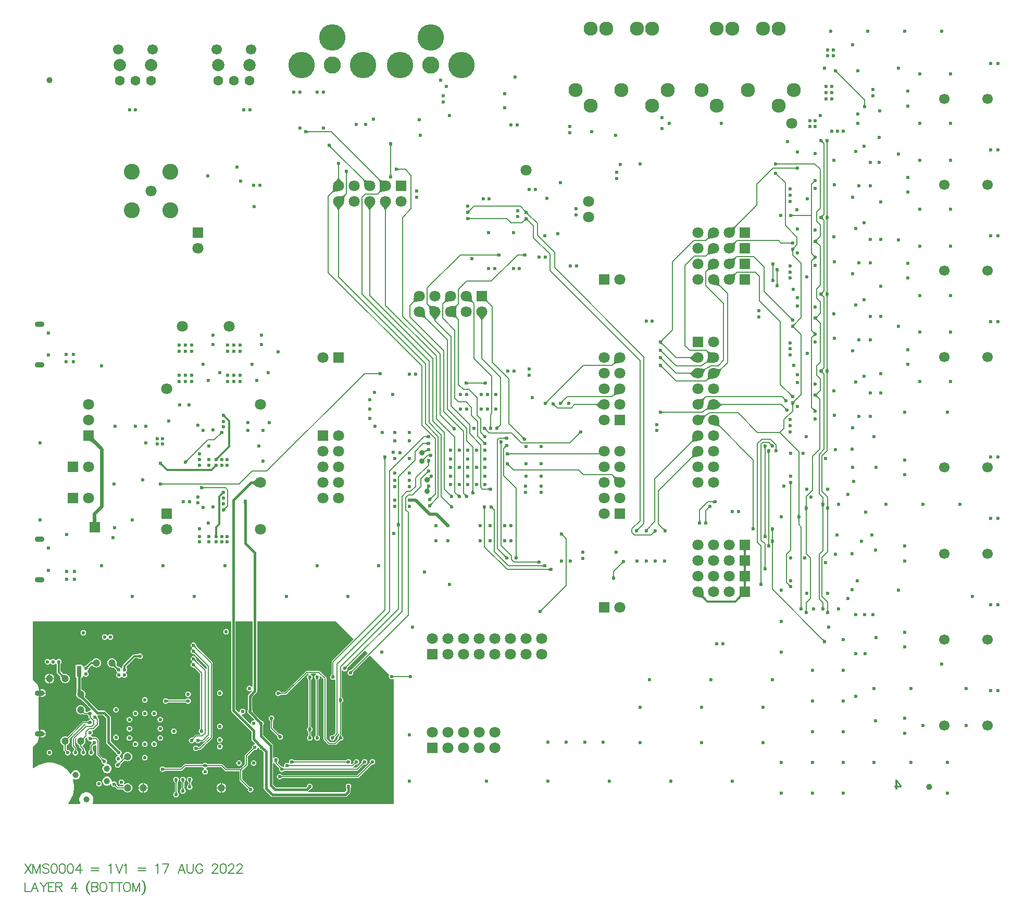
<source format=gbl>
G04*
G04 #@! TF.GenerationSoftware,Altium Limited,Altium Designer,21.9.2 (33)*
G04*
G04 Layer_Physical_Order=4*
G04 Layer_Color=16711680*
%FSAX43Y43*%
%MOMM*%
G71*
G04*
G04 #@! TF.SameCoordinates,8A3C4949-5F79-4682-B659-0E7BAC0626F8*
G04*
G04*
G04 #@! TF.FilePolarity,Positive*
G04*
G01*
G75*
%ADD11C,0.150*%
%ADD13C,0.300*%
%ADD15C,0.200*%
%ADD98C,1.000*%
%ADD143C,0.900*%
%ADD172C,1.700*%
%ADD174C,1.800*%
%ADD189C,0.600*%
%ADD190C,0.500*%
%ADD191C,0.400*%
%ADD202R,1.700X1.700*%
%ADD204R,0.800X1.700*%
%ADD206R,1.800X1.800*%
%ADD207R,1.800X1.800*%
%ADD208C,2.300*%
%ADD209C,2.600*%
%ADD210C,1.600*%
%ADD211C,2.000*%
G04:AMPARAMS|DCode=212|XSize=0.9mm|YSize=1.6mm|CornerRadius=0.45mm|HoleSize=0mm|Usage=FLASHONLY|Rotation=270.000|XOffset=0mm|YOffset=0mm|HoleType=Round|Shape=RoundedRectangle|*
%AMROUNDEDRECTD212*
21,1,0.900,0.700,0,0,270.0*
21,1,0.000,1.600,0,0,270.0*
1,1,0.900,-0.350,0.000*
1,1,0.900,-0.350,0.000*
1,1,0.900,0.350,0.000*
1,1,0.900,0.350,0.000*
%
%ADD212ROUNDEDRECTD212*%
%ADD213C,2.800*%
%ADD214C,4.300*%
%ADD215C,0.600*%
%ADD237C,1.200*%
G36*
X0265941Y0250784D02*
X0265993Y0250741D01*
X0266019Y0250724D01*
X0266044Y0250709D01*
X0266070Y0250697D01*
X0266095Y0250687D01*
X0266121Y0250680D01*
X0266146Y0250676D01*
X0266170Y0250675D01*
Y0250525D01*
X0266146Y0250524D01*
X0266121Y0250520D01*
X0266095Y0250513D01*
X0266070Y0250503D01*
X0266044Y0250491D01*
X0266019Y0250476D01*
X0265993Y0250459D01*
X0265967Y0250439D01*
X0265941Y0250416D01*
X0265914Y0250390D01*
Y0250810D01*
X0265941Y0250784D01*
D02*
G37*
G36*
X0279684Y0248459D02*
X0279641Y0248407D01*
X0279624Y0248381D01*
X0279609Y0248356D01*
X0279597Y0248330D01*
X0279587Y0248305D01*
X0279580Y0248279D01*
X0279576Y0248254D01*
X0279575Y0248230D01*
X0279425D01*
X0279424Y0248254D01*
X0279420Y0248279D01*
X0279413Y0248305D01*
X0279403Y0248330D01*
X0279391Y0248356D01*
X0279376Y0248381D01*
X0279359Y0248407D01*
X0279339Y0248433D01*
X0279316Y0248459D01*
X0279290Y0248486D01*
X0279710D01*
X0279684Y0248459D01*
D02*
G37*
G36*
X0269796Y0248333D02*
X0269795Y0248300D01*
X0269797Y0248268D01*
X0269801Y0248238D01*
X0269807Y0248210D01*
X0269815Y0248183D01*
X0269825Y0248159D01*
X0269838Y0248136D01*
X0269853Y0248115D01*
X0269870Y0248096D01*
X0269753Y0248001D01*
X0269736Y0248017D01*
X0269715Y0248031D01*
X0269693Y0248045D01*
X0269668Y0248057D01*
X0269642Y0248068D01*
X0269613Y0248077D01*
X0269582Y0248085D01*
X0269548Y0248092D01*
X0269475Y0248101D01*
X0269798Y0248369D01*
X0269796Y0248333D01*
D02*
G37*
G36*
X0271203Y0245279D02*
X0271177Y0245254D01*
X0271153Y0245228D01*
X0271132Y0245203D01*
X0271115Y0245178D01*
X0271099Y0245153D01*
X0271087Y0245128D01*
X0271077Y0245102D01*
X0271070Y0245077D01*
X0271066Y0245052D01*
X0271065Y0245027D01*
X0270915Y0245032D01*
X0270914Y0245057D01*
X0270910Y0245082D01*
X0270903Y0245107D01*
X0270894Y0245133D01*
X0270882Y0245159D01*
X0270867Y0245185D01*
X0270850Y0245211D01*
X0270831Y0245238D01*
X0270808Y0245265D01*
X0270783Y0245293D01*
X0271203Y0245279D01*
D02*
G37*
G36*
X0280641Y0244684D02*
X0280693Y0244641D01*
X0280719Y0244624D01*
X0280744Y0244609D01*
X0280770Y0244597D01*
X0280795Y0244587D01*
X0280821Y0244580D01*
X0280846Y0244576D01*
X0280870Y0244575D01*
Y0244425D01*
X0280846Y0244424D01*
X0280821Y0244420D01*
X0280795Y0244413D01*
X0280770Y0244403D01*
X0280744Y0244391D01*
X0280719Y0244376D01*
X0280693Y0244359D01*
X0280667Y0244339D01*
X0280641Y0244316D01*
X0280614Y0244290D01*
Y0244710D01*
X0280641Y0244684D01*
D02*
G37*
G36*
X0272484Y0243959D02*
X0272441Y0243907D01*
X0272424Y0243881D01*
X0272409Y0243856D01*
X0272397Y0243830D01*
X0272387Y0243805D01*
X0272380Y0243779D01*
X0272376Y0243754D01*
X0272375Y0243730D01*
X0272225D01*
X0272224Y0243754D01*
X0272220Y0243779D01*
X0272213Y0243805D01*
X0272203Y0243830D01*
X0272191Y0243856D01*
X0272176Y0243881D01*
X0272159Y0243907D01*
X0272139Y0243933D01*
X0272116Y0243959D01*
X0272090Y0243986D01*
X0272510D01*
X0272484Y0243959D01*
D02*
G37*
G36*
X0279576Y0243746D02*
X0279580Y0243721D01*
X0279587Y0243695D01*
X0279597Y0243670D01*
X0279609Y0243644D01*
X0279624Y0243619D01*
X0279641Y0243593D01*
X0279661Y0243567D01*
X0279684Y0243541D01*
X0279710Y0243514D01*
X0279290D01*
X0279316Y0243541D01*
X0279359Y0243593D01*
X0279376Y0243619D01*
X0279391Y0243644D01*
X0279403Y0243670D01*
X0279413Y0243695D01*
X0279420Y0243721D01*
X0279424Y0243746D01*
X0279425Y0243770D01*
X0279575D01*
X0279576Y0243746D01*
D02*
G37*
G36*
X0271071Y0243174D02*
X0271087Y0243115D01*
X0271115Y0243050D01*
X0271154Y0242980D01*
X0271204Y0242903D01*
X0271265Y0242821D01*
X0271420Y0242639D01*
X0271620Y0242433D01*
X0270360D01*
X0270465Y0242539D01*
X0270715Y0242821D01*
X0270776Y0242903D01*
X0270826Y0242980D01*
X0270865Y0243050D01*
X0270893Y0243115D01*
X0270909Y0243174D01*
X0270915Y0243227D01*
X0271065D01*
X0271071Y0243174D01*
D02*
G37*
G36*
X0277688Y0242826D02*
X0277742Y0242796D01*
X0277807Y0242770D01*
X0277885Y0242747D01*
X0277974Y0242728D01*
X0278075Y0242713D01*
X0278314Y0242694D01*
X0278601Y0242690D01*
X0277710Y0241799D01*
X0277710Y0241948D01*
X0277687Y0242325D01*
X0277672Y0242426D01*
X0277653Y0242515D01*
X0277630Y0242593D01*
X0277604Y0242658D01*
X0277574Y0242712D01*
X0277541Y0242753D01*
X0277647Y0242859D01*
X0277688Y0242826D01*
D02*
G37*
G36*
X0275148D02*
X0275202Y0242796D01*
X0275267Y0242770D01*
X0275345Y0242747D01*
X0275434Y0242728D01*
X0275535Y0242713D01*
X0275774Y0242694D01*
X0276061Y0242690D01*
X0275170Y0241799D01*
X0275170Y0241948D01*
X0275147Y0242325D01*
X0275132Y0242426D01*
X0275113Y0242515D01*
X0275090Y0242593D01*
X0275064Y0242658D01*
X0275034Y0242712D01*
X0275001Y0242753D01*
X0275107Y0242859D01*
X0275148Y0242826D01*
D02*
G37*
G36*
X0278601Y0240890D02*
X0278452Y0240890D01*
X0278075Y0240867D01*
X0277974Y0240852D01*
X0277885Y0240833D01*
X0277807Y0240810D01*
X0277742Y0240784D01*
X0277688Y0240754D01*
X0277647Y0240721D01*
X0277541Y0240827D01*
X0277574Y0240868D01*
X0277604Y0240922D01*
X0277630Y0240987D01*
X0277653Y0241065D01*
X0277672Y0241154D01*
X0277687Y0241255D01*
X0277706Y0241494D01*
X0277710Y0241781D01*
X0278601Y0240890D01*
D02*
G37*
G36*
X0270981D02*
X0270832Y0240890D01*
X0270455Y0240867D01*
X0270354Y0240852D01*
X0270265Y0240833D01*
X0270187Y0240810D01*
X0270122Y0240784D01*
X0270068Y0240754D01*
X0270027Y0240721D01*
X0269921Y0240827D01*
X0269954Y0240868D01*
X0269984Y0240922D01*
X0270010Y0240987D01*
X0270033Y0241065D01*
X0270052Y0241154D01*
X0270067Y0241255D01*
X0270086Y0241494D01*
X0270090Y0241781D01*
X0270981Y0240890D01*
D02*
G37*
G36*
X0272059Y0240213D02*
X0272026Y0240172D01*
X0271996Y0240118D01*
X0271970Y0240053D01*
X0271947Y0239975D01*
X0271928Y0239886D01*
X0271913Y0239785D01*
X0271894Y0239546D01*
X0271890Y0239259D01*
X0270999Y0240150D01*
X0271148Y0240150D01*
X0271525Y0240173D01*
X0271626Y0240188D01*
X0271715Y0240207D01*
X0271793Y0240230D01*
X0271858Y0240256D01*
X0271912Y0240286D01*
X0271953Y0240319D01*
X0272059Y0240213D01*
D02*
G37*
G36*
X0279135Y0238501D02*
X0278885Y0238219D01*
X0278824Y0238137D01*
X0278774Y0238060D01*
X0278735Y0237990D01*
X0278707Y0237925D01*
X0278691Y0237866D01*
X0278685Y0237813D01*
X0278535D01*
X0278529Y0237866D01*
X0278513Y0237925D01*
X0278485Y0237990D01*
X0278446Y0238060D01*
X0278396Y0238137D01*
X0278335Y0238219D01*
X0278180Y0238401D01*
X0277980Y0238607D01*
X0279240D01*
X0279135Y0238501D01*
D02*
G37*
G36*
X0276595D02*
X0276345Y0238219D01*
X0276284Y0238137D01*
X0276234Y0238060D01*
X0276195Y0237990D01*
X0276167Y0237925D01*
X0276151Y0237866D01*
X0276145Y0237813D01*
X0275995D01*
X0275989Y0237866D01*
X0275973Y0237925D01*
X0275945Y0237990D01*
X0275906Y0238060D01*
X0275856Y0238137D01*
X0275795Y0238219D01*
X0275640Y0238401D01*
X0275440Y0238607D01*
X0276700D01*
X0276595Y0238501D01*
D02*
G37*
G36*
X0271515D02*
X0271265Y0238219D01*
X0271204Y0238137D01*
X0271154Y0238060D01*
X0271115Y0237990D01*
X0271087Y0237925D01*
X0271071Y0237866D01*
X0271065Y0237813D01*
X0270915D01*
X0270909Y0237866D01*
X0270893Y0237925D01*
X0270865Y0237990D01*
X0270826Y0238060D01*
X0270776Y0238137D01*
X0270715Y0238219D01*
X0270560Y0238401D01*
X0270360Y0238607D01*
X0271620D01*
X0271515Y0238501D01*
D02*
G37*
G36*
X0292386Y0237780D02*
X0292369Y0237761D01*
X0292354Y0237741D01*
X0292341Y0237718D01*
X0292330Y0237693D01*
X0292320Y0237667D01*
X0292313Y0237638D01*
X0292307Y0237607D01*
X0292303Y0237575D01*
X0292301Y0237540D01*
X0292300Y0237503D01*
X0292003Y0237800D01*
X0292040Y0237801D01*
X0292107Y0237807D01*
X0292138Y0237813D01*
X0292167Y0237820D01*
X0292193Y0237830D01*
X0292218Y0237841D01*
X0292241Y0237854D01*
X0292261Y0237869D01*
X0292280Y0237886D01*
X0292386Y0237780D01*
D02*
G37*
G36*
X0292241Y0236684D02*
X0292293Y0236641D01*
X0292319Y0236624D01*
X0292344Y0236609D01*
X0292370Y0236597D01*
X0292395Y0236587D01*
X0292421Y0236580D01*
X0292446Y0236576D01*
X0292470Y0236575D01*
Y0236425D01*
X0292446Y0236424D01*
X0292421Y0236420D01*
X0292395Y0236413D01*
X0292370Y0236403D01*
X0292344Y0236391D01*
X0292319Y0236376D01*
X0292293Y0236359D01*
X0292267Y0236339D01*
X0292241Y0236316D01*
X0292214Y0236290D01*
Y0236710D01*
X0292241Y0236684D01*
D02*
G37*
G36*
X0292660Y0223742D02*
X0292683Y0223365D01*
X0292698Y0223264D01*
X0292717Y0223175D01*
X0292740Y0223097D01*
X0292766Y0223032D01*
X0292796Y0222978D01*
X0292829Y0222937D01*
X0292723Y0222831D01*
X0292682Y0222864D01*
X0292628Y0222894D01*
X0292563Y0222920D01*
X0292485Y0222943D01*
X0292396Y0222962D01*
X0292295Y0222977D01*
X0292056Y0222996D01*
X0291769Y0223000D01*
X0292660Y0223891D01*
X0292660Y0223742D01*
D02*
G37*
G36*
X0289211Y0223000D02*
X0289062Y0223000D01*
X0288685Y0222977D01*
X0288584Y0222962D01*
X0288495Y0222943D01*
X0288417Y0222920D01*
X0288352Y0222894D01*
X0288298Y0222864D01*
X0288257Y0222831D01*
X0288151Y0222937D01*
X0288184Y0222978D01*
X0288214Y0223032D01*
X0288240Y0223097D01*
X0288263Y0223175D01*
X0288282Y0223264D01*
X0288297Y0223365D01*
X0288316Y0223604D01*
X0288320Y0223891D01*
X0289211Y0223000D01*
D02*
G37*
G36*
X0284131D02*
X0283982Y0223000D01*
X0283605Y0222977D01*
X0283504Y0222962D01*
X0283415Y0222943D01*
X0283337Y0222920D01*
X0283272Y0222894D01*
X0283218Y0222864D01*
X0283177Y0222831D01*
X0283071Y0222937D01*
X0283104Y0222978D01*
X0283134Y0223032D01*
X0283160Y0223097D01*
X0283183Y0223175D01*
X0283202Y0223264D01*
X0283217Y0223365D01*
X0283236Y0223604D01*
X0283240Y0223891D01*
X0284131Y0223000D01*
D02*
G37*
G36*
X0290289Y0222323D02*
X0290256Y0222282D01*
X0290226Y0222228D01*
X0290200Y0222163D01*
X0290177Y0222085D01*
X0290158Y0221996D01*
X0290143Y0221895D01*
X0290124Y0221656D01*
X0290120Y0221369D01*
X0289229Y0222260D01*
X0289378Y0222260D01*
X0289755Y0222283D01*
X0289856Y0222298D01*
X0289945Y0222317D01*
X0290023Y0222340D01*
X0290088Y0222366D01*
X0290142Y0222396D01*
X0290183Y0222429D01*
X0290289Y0222323D01*
D02*
G37*
G36*
X0285758Y0222396D02*
X0285812Y0222366D01*
X0285877Y0222340D01*
X0285955Y0222317D01*
X0286044Y0222298D01*
X0286145Y0222283D01*
X0286384Y0222264D01*
X0286671Y0222260D01*
X0285780Y0221369D01*
X0285780Y0221518D01*
X0285757Y0221895D01*
X0285742Y0221996D01*
X0285723Y0222085D01*
X0285700Y0222163D01*
X0285674Y0222228D01*
X0285644Y0222282D01*
X0285611Y0222323D01*
X0285717Y0222429D01*
X0285758Y0222396D01*
D02*
G37*
G36*
X0290120Y0221202D02*
X0290143Y0220825D01*
X0290158Y0220724D01*
X0290177Y0220635D01*
X0290200Y0220557D01*
X0290226Y0220492D01*
X0290256Y0220438D01*
X0290289Y0220397D01*
X0290183Y0220291D01*
X0290142Y0220324D01*
X0290088Y0220354D01*
X0290023Y0220380D01*
X0289945Y0220403D01*
X0289856Y0220422D01*
X0289755Y0220437D01*
X0289516Y0220456D01*
X0289229Y0220460D01*
X0290120Y0221351D01*
X0290120Y0221202D01*
D02*
G37*
G36*
X0285040D02*
X0285063Y0220825D01*
X0285078Y0220724D01*
X0285097Y0220635D01*
X0285120Y0220557D01*
X0285146Y0220492D01*
X0285176Y0220438D01*
X0285209Y0220397D01*
X0285103Y0220291D01*
X0285062Y0220324D01*
X0285008Y0220354D01*
X0284943Y0220380D01*
X0284865Y0220403D01*
X0284776Y0220422D01*
X0284675Y0220437D01*
X0284436Y0220456D01*
X0284149Y0220460D01*
X0285040Y0221351D01*
X0285040Y0221202D01*
D02*
G37*
G36*
X0287205Y0220611D02*
X0286955Y0220329D01*
X0286894Y0220247D01*
X0286844Y0220170D01*
X0286805Y0220100D01*
X0286777Y0220035D01*
X0286761Y0219976D01*
X0286755Y0219923D01*
X0286605D01*
X0286599Y0219976D01*
X0286583Y0220035D01*
X0286555Y0220100D01*
X0286516Y0220170D01*
X0286466Y0220247D01*
X0286405Y0220329D01*
X0286250Y0220511D01*
X0286050Y0220717D01*
X0287310D01*
X0287205Y0220611D01*
D02*
G37*
G36*
X0277586Y0211090D02*
X0277559Y0211116D01*
X0277507Y0211159D01*
X0277481Y0211176D01*
X0277456Y0211191D01*
X0277430Y0211203D01*
X0277405Y0211213D01*
X0277379Y0211220D01*
X0277354Y0211224D01*
X0277330Y0211225D01*
Y0211375D01*
X0277354Y0211376D01*
X0277379Y0211380D01*
X0277405Y0211387D01*
X0277430Y0211397D01*
X0277456Y0211409D01*
X0277481Y0211424D01*
X0277507Y0211441D01*
X0277533Y0211461D01*
X0277559Y0211484D01*
X0277586Y0211510D01*
Y0211090D01*
D02*
G37*
G36*
X0291941Y0209884D02*
X0291993Y0209841D01*
X0292019Y0209824D01*
X0292044Y0209809D01*
X0292070Y0209797D01*
X0292095Y0209787D01*
X0292121Y0209780D01*
X0292146Y0209776D01*
X0292170Y0209775D01*
Y0209625D01*
X0292146Y0209624D01*
X0292121Y0209620D01*
X0292095Y0209613D01*
X0292070Y0209603D01*
X0292044Y0209591D01*
X0292019Y0209576D01*
X0291993Y0209559D01*
X0291967Y0209539D01*
X0291941Y0209516D01*
X0291914Y0209490D01*
Y0209910D01*
X0291941Y0209884D01*
D02*
G37*
G36*
X0252601Y0204480D02*
X0252604Y0204462D01*
X0252610Y0204444D01*
X0252618Y0204424D01*
X0252629Y0204405D01*
X0252642Y0204384D01*
X0252657Y0204363D01*
X0252675Y0204341D01*
X0252717Y0204295D01*
X0252505Y0204083D01*
X0252482Y0204105D01*
X0252437Y0204143D01*
X0252416Y0204158D01*
X0252395Y0204171D01*
X0252376Y0204182D01*
X0252356Y0204190D01*
X0252338Y0204196D01*
X0252320Y0204199D01*
X0252303Y0204200D01*
X0252600Y0204497D01*
X0252601Y0204480D01*
D02*
G37*
G36*
X0289539Y0202669D02*
X0289559Y0202654D01*
X0289582Y0202641D01*
X0289607Y0202630D01*
X0289633Y0202620D01*
X0289662Y0202613D01*
X0289693Y0202607D01*
X0289725Y0202603D01*
X0289760Y0202600D01*
X0289797Y0202600D01*
X0289500Y0202303D01*
X0289500Y0202340D01*
X0289493Y0202407D01*
X0289487Y0202438D01*
X0289480Y0202467D01*
X0289470Y0202493D01*
X0289459Y0202518D01*
X0289446Y0202541D01*
X0289431Y0202561D01*
X0289414Y0202580D01*
X0289520Y0202686D01*
X0289539Y0202669D01*
D02*
G37*
G36*
X0251997Y0201400D02*
X0251960Y0201400D01*
X0251893Y0201393D01*
X0251862Y0201387D01*
X0251833Y0201380D01*
X0251807Y0201370D01*
X0251782Y0201359D01*
X0251759Y0201346D01*
X0251739Y0201331D01*
X0251720Y0201314D01*
X0251614Y0201420D01*
X0251631Y0201439D01*
X0251646Y0201459D01*
X0251659Y0201482D01*
X0251670Y0201507D01*
X0251680Y0201533D01*
X0251687Y0201562D01*
X0251693Y0201593D01*
X0251697Y0201625D01*
X0251699Y0201660D01*
X0251700Y0201697D01*
X0251997Y0201400D01*
D02*
G37*
G36*
X0285386Y0200790D02*
X0285359Y0200816D01*
X0285307Y0200859D01*
X0285281Y0200876D01*
X0285256Y0200891D01*
X0285230Y0200903D01*
X0285205Y0200913D01*
X0285179Y0200920D01*
X0285154Y0200924D01*
X0285130Y0200925D01*
Y0201075D01*
X0285154Y0201076D01*
X0285179Y0201080D01*
X0285205Y0201087D01*
X0285230Y0201097D01*
X0285256Y0201109D01*
X0285281Y0201124D01*
X0285307Y0201141D01*
X0285333Y0201161D01*
X0285359Y0201184D01*
X0285386Y0201210D01*
Y0200790D01*
D02*
G37*
G36*
X0231213Y0201055D02*
X0231196Y0201000D01*
Y0200936D01*
X0231213Y0200864D01*
X0231247Y0200783D01*
X0231298Y0200694D01*
X0231366Y0200597D01*
X0231451Y0200491D01*
X0231671Y0200253D01*
X0231247Y0199829D01*
X0231124Y0199948D01*
X0230903Y0200134D01*
X0230806Y0200202D01*
X0230717Y0200253D01*
X0230636Y0200287D01*
X0230564Y0200304D01*
X0230500D01*
X0230445Y0200287D01*
X0230398Y0200253D01*
X0231247Y0201102D01*
X0231213Y0201055D01*
D02*
G37*
G36*
X0285386Y0199690D02*
X0285359Y0199716D01*
X0285307Y0199759D01*
X0285281Y0199776D01*
X0285256Y0199791D01*
X0285230Y0199803D01*
X0285205Y0199813D01*
X0285179Y0199820D01*
X0285154Y0199824D01*
X0285130Y0199825D01*
Y0199975D01*
X0285154Y0199976D01*
X0285179Y0199980D01*
X0285205Y0199987D01*
X0285230Y0199997D01*
X0285256Y0200009D01*
X0285281Y0200024D01*
X0285307Y0200041D01*
X0285333Y0200061D01*
X0285359Y0200084D01*
X0285386Y0200110D01*
Y0199690D01*
D02*
G37*
G36*
X0285072Y0198577D02*
X0285047Y0198565D01*
X0285025Y0198553D01*
X0285006Y0198540D01*
X0284989Y0198527D01*
X0284976Y0198513D01*
X0284965Y0198499D01*
X0284957Y0198485D01*
X0284951Y0198470D01*
X0284948Y0198455D01*
X0284948Y0198439D01*
X0284824Y0198712D01*
X0284836Y0198702D01*
X0284849Y0198694D01*
X0284864Y0198688D01*
X0284880Y0198685D01*
X0284898Y0198684D01*
X0284917Y0198685D01*
X0284938Y0198689D01*
X0284960Y0198695D01*
X0284984Y0198703D01*
X0285009Y0198714D01*
X0285072Y0198577D01*
D02*
G37*
G36*
X0285492Y0198620D02*
X0285457Y0198633D01*
X0285392Y0198650D01*
X0285361Y0198656D01*
X0285331Y0198658D01*
X0285303Y0198659D01*
X0285276Y0198657D01*
X0285250Y0198653D01*
X0285226Y0198646D01*
X0285203Y0198637D01*
X0285141Y0198774D01*
X0285163Y0198785D01*
X0285184Y0198799D01*
X0285204Y0198816D01*
X0285223Y0198835D01*
X0285241Y0198856D01*
X0285259Y0198881D01*
X0285275Y0198907D01*
X0285290Y0198937D01*
X0285305Y0198968D01*
X0285318Y0199003D01*
X0285492Y0198620D01*
D02*
G37*
G36*
X0285786Y0197790D02*
X0285759Y0197816D01*
X0285707Y0197859D01*
X0285681Y0197876D01*
X0285656Y0197891D01*
X0285630Y0197903D01*
X0285605Y0197913D01*
X0285579Y0197920D01*
X0285554Y0197924D01*
X0285530Y0197925D01*
Y0198075D01*
X0285554Y0198076D01*
X0285579Y0198080D01*
X0285605Y0198087D01*
X0285630Y0198097D01*
X0285656Y0198109D01*
X0285681Y0198124D01*
X0285707Y0198141D01*
X0285733Y0198161D01*
X0285759Y0198184D01*
X0285786Y0198210D01*
Y0197790D01*
D02*
G37*
G36*
X0284973Y0197367D02*
X0284954Y0197347D01*
X0284938Y0197328D01*
X0284924Y0197309D01*
X0284914Y0197291D01*
X0284906Y0197273D01*
X0284900Y0197256D01*
X0284898Y0197240D01*
X0284898Y0197224D01*
X0284901Y0197209D01*
X0284906Y0197194D01*
X0284694Y0197406D01*
X0284709Y0197401D01*
X0284724Y0197398D01*
X0284740Y0197398D01*
X0284756Y0197400D01*
X0284773Y0197406D01*
X0284791Y0197414D01*
X0284809Y0197424D01*
X0284828Y0197438D01*
X0284847Y0197454D01*
X0284867Y0197473D01*
X0284973Y0197367D01*
D02*
G37*
G36*
X0251517Y0197505D02*
X0251495Y0197482D01*
X0251457Y0197437D01*
X0251442Y0197416D01*
X0251429Y0197395D01*
X0251418Y0197376D01*
X0251410Y0197356D01*
X0251404Y0197338D01*
X0251401Y0197320D01*
X0251400Y0197303D01*
X0251103Y0197600D01*
X0251120Y0197601D01*
X0251138Y0197604D01*
X0251156Y0197610D01*
X0251176Y0197618D01*
X0251195Y0197629D01*
X0251216Y0197642D01*
X0251237Y0197657D01*
X0251259Y0197675D01*
X0251305Y0197717D01*
X0251517Y0197505D01*
D02*
G37*
G36*
X0278684Y0197459D02*
X0278641Y0197407D01*
X0278624Y0197381D01*
X0278609Y0197356D01*
X0278597Y0197330D01*
X0278587Y0197305D01*
X0278580Y0197279D01*
X0278576Y0197254D01*
X0278575Y0197230D01*
X0278425D01*
X0278424Y0197254D01*
X0278420Y0197279D01*
X0278413Y0197305D01*
X0278403Y0197330D01*
X0278391Y0197356D01*
X0278376Y0197381D01*
X0278359Y0197407D01*
X0278339Y0197433D01*
X0278316Y0197459D01*
X0278290Y0197486D01*
X0278710D01*
X0278684Y0197459D01*
D02*
G37*
G36*
X0246486Y0197180D02*
X0246469Y0197161D01*
X0246454Y0197141D01*
X0246441Y0197118D01*
X0246430Y0197093D01*
X0246420Y0197067D01*
X0246413Y0197038D01*
X0246407Y0197007D01*
X0246403Y0196975D01*
X0246400Y0196940D01*
X0246400Y0196903D01*
X0246103Y0197200D01*
X0246140Y0197201D01*
X0246207Y0197207D01*
X0246238Y0197213D01*
X0246267Y0197220D01*
X0246293Y0197230D01*
X0246318Y0197241D01*
X0246341Y0197254D01*
X0246361Y0197269D01*
X0246380Y0197286D01*
X0246486Y0197180D01*
D02*
G37*
G36*
X0285784Y0196859D02*
X0285741Y0196807D01*
X0285724Y0196781D01*
X0285709Y0196756D01*
X0285697Y0196730D01*
X0285687Y0196705D01*
X0285680Y0196679D01*
X0285676Y0196654D01*
X0285675Y0196630D01*
X0285525D01*
X0285524Y0196654D01*
X0285520Y0196679D01*
X0285513Y0196705D01*
X0285503Y0196730D01*
X0285491Y0196756D01*
X0285476Y0196781D01*
X0285459Y0196807D01*
X0285439Y0196833D01*
X0285416Y0196859D01*
X0285390Y0196886D01*
X0285810D01*
X0285784Y0196859D01*
D02*
G37*
G36*
X0242301Y0196680D02*
X0242304Y0196662D01*
X0242310Y0196644D01*
X0242318Y0196624D01*
X0242329Y0196605D01*
X0242342Y0196584D01*
X0242357Y0196563D01*
X0242375Y0196541D01*
X0242417Y0196495D01*
X0242205Y0196283D01*
X0242182Y0196305D01*
X0242137Y0196343D01*
X0242116Y0196358D01*
X0242095Y0196371D01*
X0242076Y0196382D01*
X0242056Y0196390D01*
X0242038Y0196396D01*
X0242020Y0196399D01*
X0242003Y0196400D01*
X0242300Y0196697D01*
X0242301Y0196680D01*
D02*
G37*
G36*
X0251097Y0196100D02*
X0251080Y0196099D01*
X0251062Y0196096D01*
X0251044Y0196090D01*
X0251024Y0196082D01*
X0251005Y0196071D01*
X0250984Y0196058D01*
X0250963Y0196043D01*
X0250941Y0196025D01*
X0250895Y0195983D01*
X0250683Y0196195D01*
X0250705Y0196218D01*
X0250743Y0196263D01*
X0250758Y0196284D01*
X0250771Y0196305D01*
X0250782Y0196324D01*
X0250790Y0196344D01*
X0250796Y0196362D01*
X0250799Y0196380D01*
X0250800Y0196397D01*
X0251097Y0196100D01*
D02*
G37*
G36*
X0285597Y0195100D02*
X0285560Y0195100D01*
X0285493Y0195093D01*
X0285462Y0195087D01*
X0285433Y0195080D01*
X0285407Y0195070D01*
X0285382Y0195059D01*
X0285359Y0195046D01*
X0285339Y0195031D01*
X0285320Y0195014D01*
X0285214Y0195120D01*
X0285231Y0195139D01*
X0285246Y0195159D01*
X0285259Y0195182D01*
X0285270Y0195207D01*
X0285280Y0195233D01*
X0285287Y0195262D01*
X0285293Y0195293D01*
X0285297Y0195325D01*
X0285299Y0195360D01*
X0285300Y0195397D01*
X0285597Y0195100D01*
D02*
G37*
G36*
X0286097Y0194300D02*
X0286060Y0194299D01*
X0285993Y0194293D01*
X0285962Y0194287D01*
X0285933Y0194280D01*
X0285907Y0194270D01*
X0285882Y0194259D01*
X0285862Y0194247D01*
X0285861Y0194246D01*
X0285849Y0194227D01*
X0285840Y0194210D01*
X0285833Y0194192D01*
X0285829Y0194175D01*
X0285828Y0194159D01*
X0285828Y0194143D01*
X0285832Y0194128D01*
X0285655Y0194371D01*
X0285669Y0194363D01*
X0285683Y0194359D01*
X0285697Y0194357D01*
X0285713Y0194358D01*
X0285729Y0194362D01*
X0285746Y0194370D01*
X0285754Y0194374D01*
X0285759Y0194382D01*
X0285770Y0194407D01*
X0285780Y0194433D01*
X0285787Y0194462D01*
X0285793Y0194493D01*
X0285797Y0194525D01*
X0285799Y0194560D01*
X0285800Y0194597D01*
X0286097Y0194300D01*
D02*
G37*
G36*
X0242241Y0193484D02*
X0242293Y0193441D01*
X0242319Y0193424D01*
X0242344Y0193409D01*
X0242370Y0193397D01*
X0242395Y0193387D01*
X0242421Y0193380D01*
X0242446Y0193376D01*
X0242470Y0193375D01*
Y0193225D01*
X0242446Y0193224D01*
X0242421Y0193220D01*
X0242395Y0193213D01*
X0242370Y0193203D01*
X0242344Y0193191D01*
X0242319Y0193176D01*
X0242293Y0193159D01*
X0242267Y0193139D01*
X0242241Y0193116D01*
X0242214Y0193090D01*
Y0193510D01*
X0242241Y0193484D01*
D02*
G37*
G36*
X0257647Y0192900D02*
X0257564Y0192982D01*
X0257401Y0193119D01*
X0257321Y0193175D01*
X0257243Y0193223D01*
X0257166Y0193261D01*
X0257091Y0193291D01*
X0257017Y0193313D01*
X0256944Y0193326D01*
X0256872Y0193330D01*
Y0193730D01*
X0256944Y0193734D01*
X0257017Y0193747D01*
X0257091Y0193769D01*
X0257166Y0193799D01*
X0257243Y0193837D01*
X0257321Y0193885D01*
X0257401Y0193941D01*
X0257481Y0194005D01*
X0257564Y0194078D01*
X0257647Y0194160D01*
Y0192900D01*
D02*
G37*
G36*
X0248941Y0192884D02*
X0248993Y0192841D01*
X0249019Y0192824D01*
X0249044Y0192809D01*
X0249070Y0192797D01*
X0249095Y0192787D01*
X0249121Y0192780D01*
X0249146Y0192776D01*
X0249170Y0192775D01*
Y0192625D01*
X0249146Y0192624D01*
X0249121Y0192620D01*
X0249095Y0192613D01*
X0249070Y0192603D01*
X0249044Y0192591D01*
X0249019Y0192576D01*
X0248993Y0192559D01*
X0248967Y0192539D01*
X0248941Y0192516D01*
X0248914Y0192490D01*
Y0192910D01*
X0248941Y0192884D01*
D02*
G37*
G36*
X0285759Y0192745D02*
X0285728Y0192725D01*
X0285674Y0192683D01*
X0285652Y0192662D01*
X0285631Y0192640D01*
X0285614Y0192618D01*
X0285599Y0192595D01*
X0285592Y0192582D01*
X0285593Y0192567D01*
X0285596Y0192548D01*
X0285600Y0192531D01*
X0285607Y0192516D01*
X0285615Y0192502D01*
X0285626Y0192491D01*
X0285638Y0192482D01*
X0285346Y0192547D01*
X0285361Y0192550D01*
X0285375Y0192556D01*
X0285389Y0192564D01*
X0285401Y0192575D01*
X0285413Y0192589D01*
X0285423Y0192605D01*
X0285430Y0192618D01*
X0285429Y0192633D01*
X0285425Y0192660D01*
X0285419Y0192687D01*
X0285410Y0192716D01*
X0285399Y0192745D01*
X0285385Y0192775D01*
X0285368Y0192805D01*
X0285349Y0192836D01*
X0285759Y0192745D01*
D02*
G37*
G36*
X0292876Y0192346D02*
X0292880Y0192321D01*
X0292887Y0192295D01*
X0292897Y0192270D01*
X0292909Y0192244D01*
X0292924Y0192219D01*
X0292941Y0192193D01*
X0292961Y0192167D01*
X0292984Y0192141D01*
X0293010Y0192114D01*
X0292590D01*
X0292616Y0192141D01*
X0292659Y0192193D01*
X0292676Y0192219D01*
X0292691Y0192244D01*
X0292703Y0192270D01*
X0292713Y0192295D01*
X0292720Y0192321D01*
X0292724Y0192346D01*
X0292725Y0192370D01*
X0292875D01*
X0292876Y0192346D01*
D02*
G37*
G36*
X0252297Y0191700D02*
X0252280Y0191699D01*
X0252262Y0191696D01*
X0252244Y0191690D01*
X0252224Y0191682D01*
X0252205Y0191671D01*
X0252184Y0191658D01*
X0252163Y0191643D01*
X0252141Y0191625D01*
X0252095Y0191583D01*
X0251883Y0191795D01*
X0251905Y0191818D01*
X0251943Y0191863D01*
X0251958Y0191884D01*
X0251971Y0191905D01*
X0251982Y0191924D01*
X0251990Y0191944D01*
X0251996Y0191962D01*
X0251999Y0191980D01*
X0252000Y0191997D01*
X0252297Y0191700D01*
D02*
G37*
G36*
X0291539Y0191669D02*
X0291559Y0191654D01*
X0291582Y0191641D01*
X0291607Y0191630D01*
X0291633Y0191620D01*
X0291662Y0191613D01*
X0291693Y0191607D01*
X0291725Y0191603D01*
X0291760Y0191600D01*
X0291797Y0191600D01*
X0291500Y0191303D01*
X0291500Y0191340D01*
X0291493Y0191407D01*
X0291487Y0191438D01*
X0291480Y0191467D01*
X0291470Y0191493D01*
X0291459Y0191518D01*
X0291446Y0191541D01*
X0291431Y0191561D01*
X0291414Y0191580D01*
X0291520Y0191686D01*
X0291539Y0191669D01*
D02*
G37*
G36*
X0290339D02*
X0290359Y0191654D01*
X0290382Y0191641D01*
X0290407Y0191630D01*
X0290433Y0191620D01*
X0290462Y0191613D01*
X0290493Y0191607D01*
X0290525Y0191603D01*
X0290560Y0191600D01*
X0290597Y0191600D01*
X0290300Y0191303D01*
X0290299Y0191340D01*
X0290293Y0191407D01*
X0290287Y0191438D01*
X0290280Y0191467D01*
X0290270Y0191493D01*
X0290259Y0191518D01*
X0290246Y0191541D01*
X0290231Y0191561D01*
X0290214Y0191580D01*
X0290320Y0191686D01*
X0290339Y0191669D01*
D02*
G37*
G36*
X0289139D02*
X0289159Y0191654D01*
X0289182Y0191641D01*
X0289207Y0191630D01*
X0289233Y0191620D01*
X0289262Y0191613D01*
X0289293Y0191607D01*
X0289325Y0191603D01*
X0289360Y0191600D01*
X0289397Y0191600D01*
X0289100Y0191303D01*
X0289099Y0191340D01*
X0289093Y0191407D01*
X0289087Y0191438D01*
X0289080Y0191467D01*
X0289070Y0191493D01*
X0289059Y0191518D01*
X0289046Y0191541D01*
X0289031Y0191561D01*
X0289014Y0191580D01*
X0289120Y0191686D01*
X0289139Y0191669D01*
D02*
G37*
G36*
X0286186Y0191080D02*
X0286169Y0191061D01*
X0286154Y0191041D01*
X0286141Y0191018D01*
X0286130Y0190993D01*
X0286120Y0190967D01*
X0286113Y0190938D01*
X0286107Y0190907D01*
X0286103Y0190875D01*
X0286100Y0190840D01*
X0286100Y0190803D01*
X0285803Y0191100D01*
X0285840Y0191100D01*
X0285907Y0191107D01*
X0285938Y0191113D01*
X0285967Y0191120D01*
X0285993Y0191130D01*
X0286018Y0191141D01*
X0286041Y0191154D01*
X0286061Y0191169D01*
X0286080Y0191186D01*
X0286186Y0191080D01*
D02*
G37*
G36*
X0256008Y0190282D02*
X0256006Y0190275D01*
X0256005Y0190265D01*
X0256003Y0190234D01*
X0256000Y0190131D01*
X0256000Y0190096D01*
X0255600D01*
X0255590Y0190286D01*
X0256010D01*
X0256008Y0190282D01*
D02*
G37*
G36*
X0286186Y0190080D02*
X0286169Y0190061D01*
X0286154Y0190041D01*
X0286141Y0190018D01*
X0286130Y0189993D01*
X0286120Y0189967D01*
X0286113Y0189938D01*
X0286107Y0189907D01*
X0286103Y0189875D01*
X0286100Y0189840D01*
X0286100Y0189803D01*
X0285803Y0190100D01*
X0285840Y0190100D01*
X0285907Y0190107D01*
X0285938Y0190113D01*
X0285967Y0190120D01*
X0285993Y0190130D01*
X0286018Y0190141D01*
X0286041Y0190154D01*
X0286061Y0190169D01*
X0286080Y0190186D01*
X0286186Y0190080D01*
D02*
G37*
G36*
X0289139Y0189969D02*
X0289159Y0189954D01*
X0289182Y0189941D01*
X0289207Y0189930D01*
X0289233Y0189920D01*
X0289262Y0189913D01*
X0289293Y0189907D01*
X0289325Y0189903D01*
X0289360Y0189900D01*
X0289397Y0189900D01*
X0289100Y0189603D01*
X0289099Y0189640D01*
X0289093Y0189707D01*
X0289087Y0189738D01*
X0289080Y0189767D01*
X0289070Y0189793D01*
X0289059Y0189818D01*
X0289046Y0189841D01*
X0289031Y0189861D01*
X0289014Y0189880D01*
X0289120Y0189986D01*
X0289139Y0189969D01*
D02*
G37*
G36*
X0252686Y0189380D02*
X0252669Y0189361D01*
X0252654Y0189341D01*
X0252641Y0189318D01*
X0252630Y0189293D01*
X0252620Y0189267D01*
X0252613Y0189238D01*
X0252607Y0189207D01*
X0252603Y0189175D01*
X0252600Y0189140D01*
X0252600Y0189103D01*
X0252303Y0189400D01*
X0252340Y0189400D01*
X0252407Y0189407D01*
X0252438Y0189413D01*
X0252467Y0189420D01*
X0252493Y0189430D01*
X0252518Y0189441D01*
X0252541Y0189454D01*
X0252561Y0189469D01*
X0252580Y0189486D01*
X0252686Y0189380D01*
D02*
G37*
G36*
X0280776Y0187146D02*
X0280780Y0187121D01*
X0280787Y0187095D01*
X0280797Y0187070D01*
X0280809Y0187044D01*
X0280824Y0187019D01*
X0280841Y0186993D01*
X0280861Y0186967D01*
X0280884Y0186941D01*
X0280910Y0186914D01*
X0280490D01*
X0280516Y0186941D01*
X0280559Y0186993D01*
X0280576Y0187019D01*
X0280591Y0187044D01*
X0280603Y0187070D01*
X0280613Y0187095D01*
X0280620Y0187121D01*
X0280624Y0187146D01*
X0280625Y0187170D01*
X0280775D01*
X0280776Y0187146D01*
D02*
G37*
G36*
X0280884Y0186459D02*
X0280841Y0186407D01*
X0280824Y0186381D01*
X0280809Y0186356D01*
X0280797Y0186330D01*
X0280787Y0186305D01*
X0280780Y0186279D01*
X0280776Y0186254D01*
X0280775Y0186230D01*
X0280625D01*
X0280624Y0186254D01*
X0280620Y0186279D01*
X0280613Y0186305D01*
X0280603Y0186330D01*
X0280591Y0186356D01*
X0280576Y0186381D01*
X0280559Y0186407D01*
X0280539Y0186433D01*
X0280516Y0186459D01*
X0280490Y0186486D01*
X0280910D01*
X0280884Y0186459D01*
D02*
G37*
G36*
X0251251Y0185208D02*
X0251255Y0185149D01*
X0251260Y0185124D01*
X0251265Y0185100D01*
X0251272Y0185079D01*
X0251279Y0185059D01*
X0251288Y0185042D01*
X0251299Y0185027D01*
X0251310Y0185014D01*
X0250890D01*
X0250901Y0185027D01*
X0250912Y0185042D01*
X0250921Y0185059D01*
X0250928Y0185079D01*
X0250935Y0185100D01*
X0250940Y0185124D01*
X0250945Y0185149D01*
X0250948Y0185177D01*
X0250950Y0185240D01*
X0251250D01*
X0251251Y0185208D01*
D02*
G37*
G36*
X0272386Y0163580D02*
X0272369Y0163561D01*
X0272354Y0163541D01*
X0272341Y0163518D01*
X0272330Y0163493D01*
X0272320Y0163467D01*
X0272313Y0163438D01*
X0272307Y0163407D01*
X0272303Y0163375D01*
X0272301Y0163340D01*
X0272300Y0163303D01*
X0272003Y0163600D01*
X0272040Y0163600D01*
X0272107Y0163607D01*
X0272138Y0163613D01*
X0272167Y0163620D01*
X0272193Y0163630D01*
X0272218Y0163641D01*
X0272241Y0163654D01*
X0272261Y0163669D01*
X0272280Y0163686D01*
X0272386Y0163580D01*
D02*
G37*
G36*
X0273286Y0162880D02*
X0273269Y0162861D01*
X0273254Y0162841D01*
X0273241Y0162818D01*
X0273230Y0162793D01*
X0273220Y0162767D01*
X0273213Y0162738D01*
X0273207Y0162707D01*
X0273203Y0162675D01*
X0273201Y0162640D01*
X0273200Y0162603D01*
X0272903Y0162900D01*
X0272940Y0162900D01*
X0273007Y0162907D01*
X0273038Y0162913D01*
X0273067Y0162920D01*
X0273093Y0162930D01*
X0273118Y0162941D01*
X0273141Y0162954D01*
X0273161Y0162969D01*
X0273180Y0162986D01*
X0273286Y0162880D01*
D02*
G37*
G36*
X0270176Y0162346D02*
X0270180Y0162321D01*
X0270187Y0162295D01*
X0270197Y0162270D01*
X0270209Y0162244D01*
X0270224Y0162219D01*
X0270241Y0162193D01*
X0270261Y0162167D01*
X0270284Y0162141D01*
X0270310Y0162114D01*
X0269890D01*
X0269916Y0162141D01*
X0269959Y0162193D01*
X0269976Y0162219D01*
X0269991Y0162244D01*
X0270003Y0162270D01*
X0270013Y0162295D01*
X0270020Y0162321D01*
X0270024Y0162346D01*
X0270025Y0162370D01*
X0270175D01*
X0270176Y0162346D01*
D02*
G37*
G36*
X0282486Y0161790D02*
X0282459Y0161816D01*
X0282407Y0161859D01*
X0282381Y0161876D01*
X0282356Y0161891D01*
X0282330Y0161903D01*
X0282305Y0161913D01*
X0282279Y0161920D01*
X0282254Y0161924D01*
X0282230Y0161925D01*
Y0162075D01*
X0282254Y0162076D01*
X0282279Y0162080D01*
X0282305Y0162087D01*
X0282330Y0162097D01*
X0282356Y0162109D01*
X0282381Y0162124D01*
X0282407Y0162141D01*
X0282433Y0162161D01*
X0282459Y0162184D01*
X0282486Y0162210D01*
Y0161790D01*
D02*
G37*
G36*
X0279841Y0162184D02*
X0279893Y0162141D01*
X0279919Y0162124D01*
X0279944Y0162109D01*
X0279970Y0162097D01*
X0279995Y0162087D01*
X0280021Y0162080D01*
X0280046Y0162076D01*
X0280070Y0162075D01*
Y0161925D01*
X0280046Y0161924D01*
X0280021Y0161920D01*
X0279995Y0161913D01*
X0279970Y0161903D01*
X0279944Y0161891D01*
X0279919Y0161876D01*
X0279893Y0161859D01*
X0279867Y0161839D01*
X0279841Y0161816D01*
X0279814Y0161790D01*
Y0162210D01*
X0279841Y0162184D01*
D02*
G37*
G36*
X0267684Y0161659D02*
X0267641Y0161607D01*
X0267624Y0161581D01*
X0267609Y0161556D01*
X0267597Y0161530D01*
X0267587Y0161505D01*
X0267580Y0161479D01*
X0267576Y0161454D01*
X0267575Y0161430D01*
X0267425D01*
X0267424Y0161454D01*
X0267420Y0161479D01*
X0267413Y0161505D01*
X0267403Y0161530D01*
X0267391Y0161556D01*
X0267376Y0161581D01*
X0267359Y0161607D01*
X0267339Y0161633D01*
X0267316Y0161659D01*
X0267290Y0161686D01*
X0267710D01*
X0267684Y0161659D01*
D02*
G37*
G36*
X0266484D02*
X0266441Y0161607D01*
X0266424Y0161581D01*
X0266409Y0161556D01*
X0266397Y0161530D01*
X0266387Y0161505D01*
X0266380Y0161479D01*
X0266376Y0161454D01*
X0266375Y0161430D01*
X0266225D01*
X0266224Y0161454D01*
X0266220Y0161479D01*
X0266213Y0161505D01*
X0266203Y0161530D01*
X0266191Y0161556D01*
X0266176Y0161581D01*
X0266159Y0161607D01*
X0266139Y0161633D01*
X0266116Y0161659D01*
X0266090Y0161686D01*
X0266510D01*
X0266484Y0161659D01*
D02*
G37*
G36*
X0257043Y0160342D02*
X0256893Y0160297D01*
X0256824Y0160399D01*
X0256676Y0160499D01*
X0256500Y0160534D01*
X0256324Y0160499D01*
X0256176Y0160399D01*
X0256076Y0160251D01*
X0256041Y0160075D01*
X0256076Y0159899D01*
X0256176Y0159751D01*
X0256324Y0159651D01*
X0256500Y0159616D01*
X0256676Y0159651D01*
X0256799Y0159734D01*
X0256908Y0159715D01*
X0256965Y0159691D01*
X0256969Y0159674D01*
X0256348Y0159052D01*
X0256270Y0158937D01*
X0256243Y0158800D01*
Y0156576D01*
X0256176Y0156476D01*
X0256141Y0156300D01*
X0256176Y0156124D01*
X0256276Y0155976D01*
X0256409Y0155887D01*
X0257304Y0154991D01*
X0257230Y0154853D01*
X0257200Y0154859D01*
X0257024Y0154824D01*
X0256876Y0154724D01*
X0256776Y0154576D01*
X0256741Y0154400D01*
X0256747Y0154370D01*
X0256609Y0154296D01*
X0255218Y0155687D01*
X0255222Y0155724D01*
X0255386Y0155844D01*
X0255400Y0155841D01*
X0255576Y0155876D01*
X0255724Y0155976D01*
X0255824Y0156124D01*
X0255859Y0156300D01*
X0255824Y0156476D01*
X0255724Y0156624D01*
X0255576Y0156724D01*
X0255400Y0156759D01*
X0255224Y0156724D01*
X0255076Y0156624D01*
X0254976Y0156476D01*
X0254941Y0156300D01*
X0254944Y0156286D01*
X0254824Y0156122D01*
X0254787Y0156118D01*
X0254257Y0156648D01*
Y0171000D01*
X0257043D01*
Y0160342D01*
D02*
G37*
G36*
X0261441Y0159434D02*
X0261493Y0159391D01*
X0261519Y0159374D01*
X0261544Y0159359D01*
X0261570Y0159347D01*
X0261595Y0159337D01*
X0261621Y0159330D01*
X0261646Y0159326D01*
X0261670Y0159325D01*
Y0159175D01*
X0261646Y0159174D01*
X0261621Y0159170D01*
X0261595Y0159163D01*
X0261570Y0159153D01*
X0261544Y0159141D01*
X0261519Y0159126D01*
X0261493Y0159109D01*
X0261467Y0159089D01*
X0261441Y0159066D01*
X0261414Y0159040D01*
Y0159460D01*
X0261441Y0159434D01*
D02*
G37*
G36*
X0271376Y0158596D02*
X0271380Y0158571D01*
X0271387Y0158545D01*
X0271397Y0158520D01*
X0271409Y0158494D01*
X0271424Y0158469D01*
X0271441Y0158443D01*
X0271461Y0158417D01*
X0271484Y0158391D01*
X0271510Y0158364D01*
X0271090D01*
X0271116Y0158391D01*
X0271159Y0158443D01*
X0271176Y0158469D01*
X0271191Y0158494D01*
X0271203Y0158520D01*
X0271213Y0158545D01*
X0271220Y0158571D01*
X0271224Y0158596D01*
X0271225Y0158620D01*
X0271375D01*
X0271376Y0158596D01*
D02*
G37*
G36*
X0271484Y0157909D02*
X0271441Y0157857D01*
X0271424Y0157831D01*
X0271409Y0157806D01*
X0271397Y0157780D01*
X0271387Y0157755D01*
X0271380Y0157729D01*
X0271376Y0157704D01*
X0271375Y0157680D01*
X0271225D01*
X0271224Y0157704D01*
X0271220Y0157729D01*
X0271213Y0157755D01*
X0271203Y0157780D01*
X0271191Y0157806D01*
X0271176Y0157831D01*
X0271159Y0157857D01*
X0271139Y0157883D01*
X0271116Y0157909D01*
X0271090Y0157936D01*
X0271510D01*
X0271484Y0157909D01*
D02*
G37*
G36*
X0256810Y0156514D02*
X0256390D01*
X0256392Y0156518D01*
X0256394Y0156525D01*
X0256395Y0156535D01*
X0256397Y0156566D01*
X0256400Y0156669D01*
X0256400Y0156704D01*
X0256800D01*
X0256810Y0156514D01*
D02*
G37*
G36*
X0256891Y0156220D02*
X0256893Y0156211D01*
X0256899Y0156201D01*
X0256907Y0156189D01*
X0256917Y0156174D01*
X0256946Y0156140D01*
X0256986Y0156097D01*
X0257010Y0156073D01*
X0256627Y0155890D01*
X0256532Y0156008D01*
X0256891Y0156226D01*
X0256891Y0156220D01*
D02*
G37*
G36*
X0258397Y0154700D02*
X0258100Y0154403D01*
X0258099Y0154407D01*
X0258095Y0154413D01*
X0258089Y0154422D01*
X0258068Y0154445D01*
X0257997Y0154520D01*
X0257973Y0154544D01*
X0258256Y0154827D01*
X0258397Y0154700D01*
D02*
G37*
G36*
X0258608Y0154182D02*
X0258606Y0154175D01*
X0258605Y0154165D01*
X0258602Y0154134D01*
X0258600Y0154031D01*
X0258600Y0153996D01*
X0258200D01*
X0258190Y0154186D01*
X0258610D01*
X0258608Y0154182D01*
D02*
G37*
G36*
X0266376Y0153846D02*
X0266380Y0153821D01*
X0266387Y0153795D01*
X0266397Y0153770D01*
X0266409Y0153744D01*
X0266424Y0153719D01*
X0266441Y0153693D01*
X0266461Y0153667D01*
X0266484Y0153641D01*
X0266510Y0153614D01*
X0266090D01*
X0266116Y0153641D01*
X0266159Y0153693D01*
X0266176Y0153719D01*
X0266191Y0153744D01*
X0266203Y0153770D01*
X0266213Y0153795D01*
X0266220Y0153821D01*
X0266224Y0153846D01*
X0266225Y0153870D01*
X0266375D01*
X0266376Y0153846D01*
D02*
G37*
G36*
X0266484Y0153159D02*
X0266441Y0153107D01*
X0266424Y0153081D01*
X0266409Y0153056D01*
X0266397Y0153030D01*
X0266387Y0153005D01*
X0266380Y0152979D01*
X0266376Y0152954D01*
X0266375Y0152930D01*
X0266225D01*
X0266224Y0152954D01*
X0266220Y0152979D01*
X0266213Y0153005D01*
X0266203Y0153030D01*
X0266191Y0153056D01*
X0266176Y0153081D01*
X0266159Y0153107D01*
X0266139Y0153133D01*
X0266116Y0153159D01*
X0266090Y0153186D01*
X0266510D01*
X0266484Y0153159D01*
D02*
G37*
G36*
X0271376Y0152446D02*
X0271380Y0152421D01*
X0271387Y0152395D01*
X0271397Y0152370D01*
X0271409Y0152344D01*
X0271424Y0152319D01*
X0271441Y0152293D01*
X0271461Y0152267D01*
X0271484Y0152241D01*
X0271510Y0152214D01*
X0271090D01*
X0271116Y0152241D01*
X0271159Y0152293D01*
X0271176Y0152319D01*
X0271191Y0152344D01*
X0271203Y0152370D01*
X0271213Y0152395D01*
X0271220Y0152421D01*
X0271224Y0152446D01*
X0271225Y0152470D01*
X0271375D01*
X0271376Y0152446D01*
D02*
G37*
G36*
X0267576D02*
X0267580Y0152421D01*
X0267587Y0152395D01*
X0267597Y0152370D01*
X0267609Y0152344D01*
X0267624Y0152319D01*
X0267641Y0152293D01*
X0267661Y0152267D01*
X0267684Y0152241D01*
X0267710Y0152214D01*
X0267290D01*
X0267316Y0152241D01*
X0267359Y0152293D01*
X0267376Y0152319D01*
X0267391Y0152344D01*
X0267403Y0152370D01*
X0267413Y0152395D01*
X0267420Y0152421D01*
X0267424Y0152446D01*
X0267425Y0152470D01*
X0267575D01*
X0267576Y0152446D01*
D02*
G37*
G36*
X0266376D02*
X0266380Y0152421D01*
X0266387Y0152395D01*
X0266397Y0152370D01*
X0266409Y0152344D01*
X0266424Y0152319D01*
X0266441Y0152293D01*
X0266461Y0152267D01*
X0266484Y0152241D01*
X0266510Y0152214D01*
X0266090D01*
X0266116Y0152241D01*
X0266159Y0152293D01*
X0266176Y0152319D01*
X0266191Y0152344D01*
X0266203Y0152370D01*
X0266213Y0152395D01*
X0266220Y0152421D01*
X0266224Y0152446D01*
X0266225Y0152470D01*
X0266375D01*
X0266376Y0152446D01*
D02*
G37*
G36*
X0270386Y0152280D02*
X0270369Y0152261D01*
X0270354Y0152241D01*
X0270341Y0152218D01*
X0270330Y0152193D01*
X0270320Y0152167D01*
X0270313Y0152138D01*
X0270307Y0152107D01*
X0270303Y0152075D01*
X0270301Y0152040D01*
X0270300Y0152003D01*
X0270003Y0152300D01*
X0270040Y0152301D01*
X0270107Y0152307D01*
X0270138Y0152313D01*
X0270167Y0152320D01*
X0270193Y0152330D01*
X0270218Y0152341D01*
X0270241Y0152354D01*
X0270261Y0152369D01*
X0270280Y0152386D01*
X0270386Y0152280D01*
D02*
G37*
G36*
X0271297Y0151700D02*
X0271260Y0151699D01*
X0271193Y0151693D01*
X0271162Y0151687D01*
X0271133Y0151680D01*
X0271107Y0151670D01*
X0271082Y0151659D01*
X0271059Y0151646D01*
X0271039Y0151631D01*
X0271020Y0151614D01*
X0270914Y0151720D01*
X0270931Y0151739D01*
X0270946Y0151759D01*
X0270959Y0151782D01*
X0270970Y0151807D01*
X0270980Y0151833D01*
X0270987Y0151862D01*
X0270993Y0151893D01*
X0270997Y0151925D01*
X0271000Y0151960D01*
X0271000Y0151997D01*
X0271297Y0151700D01*
D02*
G37*
G36*
X0258497Y0150800D02*
X0258200Y0150503D01*
X0258199Y0150507D01*
X0258195Y0150513D01*
X0258189Y0150522D01*
X0258168Y0150545D01*
X0258097Y0150620D01*
X0258073Y0150644D01*
X0258356Y0150927D01*
X0258497Y0150800D01*
D02*
G37*
G36*
X0257397Y0150200D02*
X0257360Y0150199D01*
X0257293Y0150193D01*
X0257262Y0150187D01*
X0257233Y0150180D01*
X0257207Y0150170D01*
X0257182Y0150159D01*
X0257159Y0150146D01*
X0257139Y0150131D01*
X0257120Y0150114D01*
X0257014Y0150220D01*
X0257031Y0150239D01*
X0257046Y0150259D01*
X0257059Y0150282D01*
X0257070Y0150307D01*
X0257079Y0150333D01*
X0257087Y0150362D01*
X0257093Y0150393D01*
X0257097Y0150425D01*
X0257099Y0150460D01*
X0257100Y0150497D01*
X0257397Y0150200D01*
D02*
G37*
G36*
X0258801Y0150493D02*
X0258805Y0150487D01*
X0258811Y0150478D01*
X0258832Y0150455D01*
X0258903Y0150380D01*
X0258927Y0150356D01*
X0258644Y0150073D01*
X0258503Y0150200D01*
X0258800Y0150497D01*
X0258801Y0150493D01*
D02*
G37*
G36*
X0260984Y0148159D02*
X0260941Y0148107D01*
X0260924Y0148081D01*
X0260909Y0148056D01*
X0260897Y0148030D01*
X0260887Y0148005D01*
X0260880Y0147979D01*
X0260876Y0147954D01*
X0260875Y0147930D01*
X0260725D01*
X0260724Y0147954D01*
X0260720Y0147979D01*
X0260713Y0148005D01*
X0260703Y0148030D01*
X0260691Y0148056D01*
X0260676Y0148081D01*
X0260659Y0148107D01*
X0260639Y0148133D01*
X0260616Y0148159D01*
X0260590Y0148186D01*
X0261010D01*
X0260984Y0148159D01*
D02*
G37*
G36*
X0272386Y0147890D02*
X0272359Y0147916D01*
X0272307Y0147959D01*
X0272281Y0147976D01*
X0272256Y0147991D01*
X0272230Y0148003D01*
X0272205Y0148013D01*
X0272179Y0148020D01*
X0272154Y0148024D01*
X0272130Y0148025D01*
Y0148175D01*
X0272154Y0148176D01*
X0272179Y0148180D01*
X0272205Y0148187D01*
X0272230Y0148197D01*
X0272256Y0148209D01*
X0272281Y0148224D01*
X0272307Y0148241D01*
X0272333Y0148261D01*
X0272359Y0148284D01*
X0272386Y0148310D01*
Y0147890D01*
D02*
G37*
G36*
X0263641Y0148284D02*
X0263693Y0148241D01*
X0263719Y0148224D01*
X0263744Y0148209D01*
X0263770Y0148197D01*
X0263795Y0148187D01*
X0263821Y0148180D01*
X0263846Y0148176D01*
X0263870Y0148175D01*
Y0148025D01*
X0263846Y0148024D01*
X0263821Y0148020D01*
X0263795Y0148013D01*
X0263770Y0148003D01*
X0263744Y0147991D01*
X0263719Y0147976D01*
X0263693Y0147959D01*
X0263667Y0147939D01*
X0263641Y0147916D01*
X0263614Y0147890D01*
Y0148310D01*
X0263641Y0148284D01*
D02*
G37*
G36*
X0275197Y0147800D02*
X0275160Y0147799D01*
X0275093Y0147793D01*
X0275062Y0147787D01*
X0275033Y0147780D01*
X0275007Y0147770D01*
X0274982Y0147759D01*
X0274959Y0147746D01*
X0274939Y0147731D01*
X0274920Y0147714D01*
X0274814Y0147820D01*
X0274831Y0147839D01*
X0274846Y0147859D01*
X0274859Y0147882D01*
X0274870Y0147907D01*
X0274880Y0147933D01*
X0274887Y0147962D01*
X0274893Y0147993D01*
X0274897Y0148025D01*
X0274900Y0148060D01*
X0274900Y0148097D01*
X0275197Y0147800D01*
D02*
G37*
G36*
X0273897D02*
X0273860Y0147799D01*
X0273793Y0147793D01*
X0273762Y0147787D01*
X0273733Y0147780D01*
X0273707Y0147770D01*
X0273682Y0147759D01*
X0273659Y0147746D01*
X0273639Y0147731D01*
X0273620Y0147714D01*
X0273514Y0147820D01*
X0273531Y0147839D01*
X0273546Y0147859D01*
X0273559Y0147882D01*
X0273570Y0147907D01*
X0273580Y0147933D01*
X0273587Y0147962D01*
X0273593Y0147993D01*
X0273597Y0148025D01*
X0273599Y0148060D01*
X0273600Y0148097D01*
X0273897Y0147800D01*
D02*
G37*
G36*
X0273438Y0168062D02*
X0269938Y0164562D01*
X0269888Y0164488D01*
X0269871Y0164400D01*
Y0162357D01*
X0269870Y0162353D01*
X0269867Y0162342D01*
X0269862Y0162330D01*
X0269856Y0162316D01*
X0269847Y0162300D01*
X0269836Y0162285D01*
X0269802Y0162243D01*
X0269799Y0162240D01*
X0269776Y0162224D01*
X0269676Y0162076D01*
X0269641Y0161900D01*
X0269676Y0161724D01*
X0269776Y0161576D01*
X0269924Y0161476D01*
X0270100Y0161441D01*
X0270276Y0161476D01*
X0270321Y0161506D01*
X0270471Y0161426D01*
Y0152795D01*
X0270161Y0152485D01*
X0270157Y0152483D01*
X0270148Y0152477D01*
X0270136Y0152472D01*
X0270121Y0152467D01*
X0270104Y0152462D01*
X0270086Y0152458D01*
X0270031Y0152453D01*
X0270028Y0152453D01*
X0270000Y0152459D01*
X0269824Y0152424D01*
X0269676Y0152324D01*
X0269576Y0152176D01*
X0269541Y0152000D01*
X0269576Y0151824D01*
X0269676Y0151676D01*
X0269824Y0151576D01*
X0270000Y0151541D01*
X0270176Y0151576D01*
X0270324Y0151676D01*
X0270424Y0151824D01*
X0270459Y0152000D01*
X0270453Y0152028D01*
X0270453Y0152034D01*
X0270455Y0152060D01*
X0270458Y0152083D01*
X0270462Y0152104D01*
X0270467Y0152121D01*
X0270472Y0152136D01*
X0270477Y0152148D01*
X0270483Y0152157D01*
X0270485Y0152161D01*
X0270862Y0152538D01*
X0270912Y0152612D01*
X0270921Y0152656D01*
X0271071Y0152641D01*
Y0152457D01*
X0271070Y0152453D01*
X0271067Y0152442D01*
X0271062Y0152430D01*
X0271056Y0152416D01*
X0271047Y0152400D01*
X0271036Y0152385D01*
X0271002Y0152343D01*
X0270999Y0152340D01*
X0270976Y0152324D01*
X0270876Y0152176D01*
X0270841Y0152000D01*
X0270847Y0151972D01*
X0270847Y0151966D01*
X0270845Y0151940D01*
X0270842Y0151917D01*
X0270838Y0151896D01*
X0270833Y0151879D01*
X0270828Y0151864D01*
X0270823Y0151852D01*
X0270817Y0151843D01*
X0270815Y0151839D01*
X0270305Y0151329D01*
X0269595D01*
X0269029Y0151895D01*
Y0161700D01*
X0269012Y0161788D01*
X0268962Y0161862D01*
X0267962Y0162862D01*
X0267888Y0162912D01*
X0267800Y0162929D01*
X0265800D01*
X0265712Y0162912D01*
X0265638Y0162862D01*
X0265638Y0162862D01*
X0262255Y0159479D01*
X0261657D01*
X0261653Y0159480D01*
X0261642Y0159483D01*
X0261630Y0159488D01*
X0261616Y0159494D01*
X0261600Y0159503D01*
X0261585Y0159514D01*
X0261543Y0159548D01*
X0261540Y0159551D01*
X0261524Y0159574D01*
X0261376Y0159674D01*
X0261200Y0159709D01*
X0261024Y0159674D01*
X0260876Y0159574D01*
X0260776Y0159426D01*
X0260741Y0159250D01*
X0260776Y0159074D01*
X0260876Y0158926D01*
X0261024Y0158826D01*
X0261200Y0158791D01*
X0261376Y0158826D01*
X0261524Y0158926D01*
X0261540Y0158949D01*
X0261544Y0158953D01*
X0261564Y0158971D01*
X0261583Y0158985D01*
X0261600Y0158997D01*
X0261616Y0159006D01*
X0261630Y0159012D01*
X0261642Y0159017D01*
X0261653Y0159020D01*
X0261657Y0159021D01*
X0262350D01*
X0262438Y0159038D01*
X0262512Y0159088D01*
X0265895Y0162471D01*
X0266095D01*
X0266122Y0162334D01*
X0266119Y0162321D01*
X0265976Y0162224D01*
X0265876Y0162076D01*
X0265841Y0161900D01*
X0265876Y0161724D01*
X0265976Y0161576D01*
X0265999Y0161560D01*
X0266003Y0161556D01*
X0266021Y0161536D01*
X0266035Y0161517D01*
X0266047Y0161500D01*
X0266056Y0161484D01*
X0266062Y0161470D01*
X0266067Y0161458D01*
X0266070Y0161447D01*
X0266071Y0161443D01*
Y0153857D01*
X0266070Y0153853D01*
X0266067Y0153842D01*
X0266062Y0153830D01*
X0266056Y0153816D01*
X0266047Y0153800D01*
X0266036Y0153785D01*
X0266002Y0153743D01*
X0265999Y0153740D01*
X0265976Y0153724D01*
X0265876Y0153576D01*
X0265841Y0153400D01*
X0265876Y0153224D01*
X0265976Y0153076D01*
X0265999Y0153060D01*
X0266003Y0153056D01*
X0266021Y0153036D01*
X0266035Y0153017D01*
X0266047Y0153000D01*
X0266056Y0152984D01*
X0266062Y0152970D01*
X0266067Y0152958D01*
X0266070Y0152947D01*
X0266071Y0152943D01*
Y0152457D01*
X0266070Y0152453D01*
X0266067Y0152442D01*
X0266062Y0152430D01*
X0266056Y0152416D01*
X0266047Y0152400D01*
X0266036Y0152385D01*
X0266002Y0152343D01*
X0265999Y0152340D01*
X0265976Y0152324D01*
X0265876Y0152176D01*
X0265841Y0152000D01*
X0265876Y0151824D01*
X0265976Y0151676D01*
X0266124Y0151576D01*
X0266300Y0151541D01*
X0266476Y0151576D01*
X0266624Y0151676D01*
X0266724Y0151824D01*
X0266759Y0152000D01*
X0266724Y0152176D01*
X0266624Y0152324D01*
X0266601Y0152340D01*
X0266597Y0152344D01*
X0266579Y0152364D01*
X0266565Y0152383D01*
X0266553Y0152400D01*
X0266544Y0152416D01*
X0266538Y0152430D01*
X0266533Y0152442D01*
X0266530Y0152453D01*
X0266529Y0152457D01*
Y0152943D01*
X0266530Y0152947D01*
X0266533Y0152958D01*
X0266538Y0152970D01*
X0266544Y0152984D01*
X0266553Y0153000D01*
X0266564Y0153015D01*
X0266598Y0153057D01*
X0266601Y0153060D01*
X0266624Y0153076D01*
X0266724Y0153224D01*
X0266759Y0153400D01*
X0266724Y0153576D01*
X0266624Y0153724D01*
X0266601Y0153740D01*
X0266597Y0153744D01*
X0266579Y0153764D01*
X0266565Y0153783D01*
X0266553Y0153800D01*
X0266544Y0153816D01*
X0266538Y0153830D01*
X0266533Y0153842D01*
X0266530Y0153853D01*
X0266529Y0153857D01*
Y0161443D01*
X0266530Y0161447D01*
X0266533Y0161458D01*
X0266538Y0161470D01*
X0266544Y0161484D01*
X0266553Y0161500D01*
X0266564Y0161515D01*
X0266598Y0161557D01*
X0266601Y0161560D01*
X0266624Y0161576D01*
X0266724Y0161724D01*
X0266759Y0161900D01*
X0266724Y0162076D01*
X0266624Y0162224D01*
X0266480Y0162321D01*
X0266478Y0162334D01*
X0266505Y0162471D01*
X0267295D01*
X0267322Y0162334D01*
X0267319Y0162321D01*
X0267176Y0162224D01*
X0267076Y0162076D01*
X0267041Y0161900D01*
X0267076Y0161724D01*
X0267176Y0161576D01*
X0267199Y0161560D01*
X0267203Y0161556D01*
X0267221Y0161536D01*
X0267235Y0161517D01*
X0267247Y0161500D01*
X0267256Y0161484D01*
X0267262Y0161470D01*
X0267267Y0161458D01*
X0267270Y0161447D01*
X0267271Y0161443D01*
Y0152457D01*
X0267270Y0152453D01*
X0267267Y0152442D01*
X0267262Y0152430D01*
X0267256Y0152416D01*
X0267247Y0152400D01*
X0267236Y0152385D01*
X0267202Y0152343D01*
X0267199Y0152340D01*
X0267176Y0152324D01*
X0267076Y0152176D01*
X0267041Y0152000D01*
X0267076Y0151824D01*
X0267176Y0151676D01*
X0267324Y0151576D01*
X0267500Y0151541D01*
X0267676Y0151576D01*
X0267824Y0151676D01*
X0267924Y0151824D01*
X0267959Y0152000D01*
X0267924Y0152176D01*
X0267824Y0152324D01*
X0267801Y0152340D01*
X0267797Y0152344D01*
X0267779Y0152364D01*
X0267765Y0152383D01*
X0267753Y0152400D01*
X0267744Y0152416D01*
X0267738Y0152430D01*
X0267733Y0152442D01*
X0267730Y0152453D01*
X0267729Y0152457D01*
Y0161443D01*
X0267730Y0161447D01*
X0267733Y0161458D01*
X0267738Y0161470D01*
X0267744Y0161484D01*
X0267753Y0161500D01*
X0267764Y0161515D01*
X0267798Y0161557D01*
X0267801Y0161560D01*
X0267824Y0161576D01*
X0267924Y0161724D01*
X0267959Y0161900D01*
X0267933Y0162031D01*
X0268071Y0162104D01*
X0268571Y0161605D01*
Y0151800D01*
X0268588Y0151712D01*
X0268638Y0151638D01*
X0269338Y0150938D01*
X0269412Y0150888D01*
X0269500Y0150871D01*
X0270400D01*
X0270488Y0150888D01*
X0270562Y0150938D01*
X0271139Y0151515D01*
X0271143Y0151517D01*
X0271152Y0151523D01*
X0271164Y0151528D01*
X0271179Y0151533D01*
X0271196Y0151538D01*
X0271214Y0151542D01*
X0271269Y0151547D01*
X0271272Y0151547D01*
X0271300Y0151541D01*
X0271476Y0151576D01*
X0271624Y0151676D01*
X0271724Y0151824D01*
X0271759Y0152000D01*
X0271724Y0152176D01*
X0271624Y0152324D01*
X0271601Y0152340D01*
X0271597Y0152344D01*
X0271579Y0152364D01*
X0271565Y0152383D01*
X0271553Y0152400D01*
X0271544Y0152416D01*
X0271538Y0152430D01*
X0271533Y0152442D01*
X0271530Y0152453D01*
X0271529Y0152457D01*
Y0157693D01*
X0271530Y0157697D01*
X0271533Y0157708D01*
X0271538Y0157720D01*
X0271544Y0157734D01*
X0271553Y0157750D01*
X0271564Y0157765D01*
X0271598Y0157807D01*
X0271601Y0157810D01*
X0271624Y0157826D01*
X0271724Y0157974D01*
X0271759Y0158150D01*
X0271724Y0158326D01*
X0271624Y0158474D01*
X0271601Y0158490D01*
X0271597Y0158494D01*
X0271579Y0158514D01*
X0271565Y0158533D01*
X0271553Y0158550D01*
X0271544Y0158566D01*
X0271538Y0158580D01*
X0271533Y0158592D01*
X0271530Y0158603D01*
X0271529Y0158607D01*
Y0162924D01*
X0271655Y0162969D01*
X0271679Y0162973D01*
X0271824Y0162876D01*
X0272000Y0162841D01*
X0272176Y0162876D01*
X0272324Y0162976D01*
X0272424Y0163124D01*
X0272459Y0163300D01*
X0272453Y0163328D01*
X0272453Y0163334D01*
X0272455Y0163360D01*
X0272458Y0163383D01*
X0272462Y0163404D01*
X0272467Y0163421D01*
X0272472Y0163436D01*
X0272477Y0163448D01*
X0272483Y0163457D01*
X0272485Y0163461D01*
X0275262Y0166238D01*
X0275738Y0165762D01*
X0273061Y0163085D01*
X0273057Y0163083D01*
X0273048Y0163077D01*
X0273036Y0163072D01*
X0273021Y0163067D01*
X0273004Y0163062D01*
X0272986Y0163058D01*
X0272931Y0163053D01*
X0272928Y0163053D01*
X0272900Y0163059D01*
X0272724Y0163024D01*
X0272576Y0162924D01*
X0272476Y0162776D01*
X0272441Y0162600D01*
X0272476Y0162424D01*
X0272576Y0162276D01*
X0272724Y0162176D01*
X0272900Y0162141D01*
X0273076Y0162176D01*
X0273224Y0162276D01*
X0273324Y0162424D01*
X0273359Y0162600D01*
X0273353Y0162628D01*
X0273353Y0162634D01*
X0273355Y0162660D01*
X0273358Y0162683D01*
X0273362Y0162704D01*
X0273367Y0162721D01*
X0273372Y0162736D01*
X0273377Y0162748D01*
X0273383Y0162757D01*
X0273385Y0162761D01*
X0276062Y0165438D01*
X0279236Y0162264D01*
X0279176Y0162176D01*
X0279141Y0162000D01*
X0279176Y0161824D01*
X0279276Y0161676D01*
X0279424Y0161576D01*
X0279600Y0161541D01*
X0279776Y0161576D01*
X0279864Y0161636D01*
X0280000Y0161500D01*
X0280000Y0141256D01*
X0231070Y0141256D01*
X0230990Y0141406D01*
X0231013Y0141441D01*
X0231019Y0141455D01*
X0231027Y0141468D01*
X0231103Y0141650D01*
X0231106Y0141665D01*
X0231112Y0141678D01*
X0231150Y0141872D01*
Y0141887D01*
X0231153Y0141902D01*
Y0142098D01*
X0231150Y0142113D01*
Y0142128D01*
X0231112Y0142322D01*
X0231106Y0142335D01*
X0231103Y0142350D01*
X0231027Y0142532D01*
X0231019Y0142545D01*
X0231013Y0142559D01*
X0230904Y0142722D01*
X0230893Y0142733D01*
X0230885Y0142746D01*
X0230746Y0142885D01*
X0230733Y0142893D01*
X0230722Y0142904D01*
X0230559Y0143013D01*
X0230545Y0143019D01*
X0230532Y0143027D01*
X0230350Y0143103D01*
X0230335Y0143106D01*
X0230322Y0143112D01*
X0230128Y0143150D01*
X0230113D01*
X0230098Y0143153D01*
X0229902D01*
X0229887Y0143150D01*
X0229872D01*
X0229678Y0143112D01*
X0229665Y0143106D01*
X0229650Y0143103D01*
X0229468Y0143027D01*
X0229455Y0143019D01*
X0229441Y0143013D01*
X0229278Y0142904D01*
X0229267Y0142893D01*
X0229254Y0142885D01*
X0229115Y0142746D01*
X0229107Y0142733D01*
X0229096Y0142722D01*
X0228987Y0142559D01*
X0228981Y0142545D01*
X0228973Y0142532D01*
X0228897Y0142350D01*
X0228894Y0142335D01*
X0228888Y0142322D01*
X0228850Y0142128D01*
Y0142113D01*
X0228847Y0142098D01*
Y0141902D01*
X0228850Y0141887D01*
Y0141872D01*
X0228888Y0141678D01*
X0228894Y0141665D01*
X0228897Y0141650D01*
X0228973Y0141468D01*
X0228981Y0141455D01*
X0228987Y0141441D01*
X0229010Y0141406D01*
X0228930Y0141256D01*
X0227116D01*
X0227051Y0141406D01*
X0227333Y0141773D01*
X0227595Y0142227D01*
X0227796Y0142711D01*
X0227932Y0143218D01*
X0228000Y0143738D01*
Y0144262D01*
X0227932Y0144782D01*
X0227816Y0145215D01*
X0227943Y0145320D01*
X0228064Y0145269D01*
X0228260Y0145244D01*
X0228456Y0145269D01*
X0228638Y0145345D01*
X0228795Y0145465D01*
X0228915Y0145622D01*
X0228991Y0145804D01*
X0229016Y0146000D01*
X0228991Y0146196D01*
X0228915Y0146378D01*
X0228795Y0146535D01*
X0228638Y0146655D01*
X0228456Y0146731D01*
X0228260Y0146756D01*
X0228064Y0146731D01*
X0227882Y0146655D01*
X0227725Y0146535D01*
X0227605Y0146378D01*
X0227529Y0146196D01*
X0227528Y0146189D01*
X0227373Y0146158D01*
X0227333Y0146227D01*
X0227014Y0146643D01*
X0226643Y0147014D01*
X0226227Y0147333D01*
X0225773Y0147595D01*
X0225289Y0147796D01*
X0224782Y0147932D01*
X0224262Y0148000D01*
X0223738D01*
X0223218Y0147932D01*
X0222711Y0147796D01*
X0222227Y0147595D01*
X0221773Y0147333D01*
X0221406Y0147051D01*
X0221256Y0147116D01*
X0221256Y0150480D01*
X0221888Y0151112D01*
X0222044Y0151302D01*
X0222160Y0151519D01*
X0222232Y0151755D01*
X0222256Y0152000D01*
Y0152044D01*
X0222325D01*
Y0152700D01*
Y0153356D01*
X0222256D01*
Y0158644D01*
X0222325D01*
Y0159300D01*
Y0159956D01*
X0222256D01*
Y0160000D01*
X0222232Y0160245D01*
X0222160Y0160481D01*
X0222044Y0160698D01*
X0221888Y0160888D01*
X0221256Y0161520D01*
Y0171000D01*
X0253543D01*
Y0156500D01*
X0253570Y0156363D01*
X0253648Y0156248D01*
X0256843Y0153052D01*
Y0151800D01*
X0256870Y0151663D01*
X0256948Y0151548D01*
X0257394Y0151101D01*
X0257337Y0150946D01*
X0257224Y0150924D01*
X0257076Y0150824D01*
X0256976Y0150676D01*
X0256941Y0150500D01*
X0256947Y0150472D01*
X0256947Y0150466D01*
X0256945Y0150440D01*
X0256942Y0150417D01*
X0256938Y0150396D01*
X0256933Y0150379D01*
X0256928Y0150364D01*
X0256923Y0150352D01*
X0256917Y0150343D01*
X0256914Y0150339D01*
X0255838Y0149262D01*
X0255788Y0149188D01*
X0255771Y0149100D01*
Y0147795D01*
X0255048Y0147073D01*
X0255040Y0147066D01*
X0255027Y0147057D01*
X0255013Y0147049D01*
X0254999Y0147043D01*
X0254985Y0147038D01*
X0254970Y0147034D01*
X0254954Y0147031D01*
X0254944Y0147029D01*
X0252795D01*
X0252162Y0147662D01*
X0252088Y0147712D01*
X0252000Y0147729D01*
X0249757D01*
X0249753Y0147730D01*
X0249742Y0147733D01*
X0249730Y0147738D01*
X0249716Y0147744D01*
X0249700Y0147753D01*
X0249685Y0147764D01*
X0249643Y0147798D01*
X0249640Y0147801D01*
X0249624Y0147824D01*
X0249476Y0147924D01*
X0249300Y0147959D01*
X0249124Y0147924D01*
X0248976Y0147824D01*
X0248960Y0147801D01*
X0248956Y0147797D01*
X0248936Y0147779D01*
X0248917Y0147765D01*
X0248900Y0147753D01*
X0248884Y0147744D01*
X0248870Y0147738D01*
X0248858Y0147733D01*
X0248847Y0147730D01*
X0248843Y0147729D01*
X0246000D01*
X0245912Y0147712D01*
X0245838Y0147662D01*
X0245305Y0147129D01*
X0242857D01*
X0242853Y0147130D01*
X0242842Y0147133D01*
X0242830Y0147138D01*
X0242816Y0147144D01*
X0242800Y0147153D01*
X0242785Y0147164D01*
X0242743Y0147198D01*
X0242740Y0147201D01*
X0242724Y0147224D01*
X0242576Y0147324D01*
X0242400Y0147359D01*
X0242224Y0147324D01*
X0242076Y0147224D01*
X0241976Y0147076D01*
X0241941Y0146900D01*
X0241976Y0146724D01*
X0242076Y0146576D01*
X0242224Y0146476D01*
X0242400Y0146441D01*
X0242576Y0146476D01*
X0242724Y0146576D01*
X0242740Y0146599D01*
X0242744Y0146603D01*
X0242764Y0146621D01*
X0242783Y0146635D01*
X0242800Y0146647D01*
X0242816Y0146656D01*
X0242830Y0146662D01*
X0242842Y0146667D01*
X0242853Y0146670D01*
X0242857Y0146671D01*
X0245400D01*
X0245488Y0146688D01*
X0245562Y0146738D01*
X0246095Y0147271D01*
X0248843D01*
X0248847Y0147270D01*
X0248858Y0147267D01*
X0248870Y0147262D01*
X0248884Y0147256D01*
X0248900Y0147247D01*
X0248915Y0147236D01*
X0248957Y0147202D01*
X0248960Y0147199D01*
X0248976Y0147176D01*
X0249124Y0147077D01*
X0249124Y0147072D01*
Y0146928D01*
X0249124Y0146923D01*
X0248976Y0146824D01*
X0248876Y0146676D01*
X0248841Y0146500D01*
X0248876Y0146324D01*
X0248976Y0146176D01*
X0249124Y0146076D01*
X0249300Y0146041D01*
X0249476Y0146076D01*
X0249624Y0146176D01*
X0249724Y0146324D01*
X0249759Y0146500D01*
X0249724Y0146676D01*
X0249624Y0146824D01*
X0249476Y0146923D01*
X0249476Y0146928D01*
Y0147072D01*
X0249476Y0147077D01*
X0249624Y0147176D01*
X0249640Y0147199D01*
X0249644Y0147203D01*
X0249664Y0147221D01*
X0249683Y0147235D01*
X0249700Y0147247D01*
X0249716Y0147256D01*
X0249730Y0147262D01*
X0249742Y0147267D01*
X0249753Y0147270D01*
X0249757Y0147271D01*
X0251905D01*
X0252538Y0146638D01*
X0252538Y0146638D01*
X0252612Y0146588D01*
X0252700Y0146571D01*
X0252700Y0146571D01*
X0254871D01*
Y0145200D01*
X0254871Y0145200D01*
X0254888Y0145112D01*
X0254938Y0145038D01*
X0256214Y0143761D01*
X0256217Y0143757D01*
X0256223Y0143748D01*
X0256228Y0143736D01*
X0256233Y0143721D01*
X0256238Y0143704D01*
X0256241Y0143686D01*
X0256247Y0143631D01*
X0256247Y0143628D01*
X0256241Y0143600D01*
X0256276Y0143424D01*
X0256376Y0143276D01*
X0256524Y0143176D01*
X0256700Y0143141D01*
X0256876Y0143176D01*
X0257024Y0143276D01*
X0257124Y0143424D01*
X0257159Y0143600D01*
X0257124Y0143776D01*
X0257024Y0143924D01*
X0256876Y0144024D01*
X0256700Y0144059D01*
X0256672Y0144053D01*
X0256666Y0144053D01*
X0256640Y0144055D01*
X0256617Y0144058D01*
X0256596Y0144062D01*
X0256579Y0144067D01*
X0256564Y0144072D01*
X0256552Y0144077D01*
X0256543Y0144083D01*
X0256539Y0144085D01*
X0255329Y0145295D01*
Y0146644D01*
X0255331Y0146654D01*
X0255334Y0146670D01*
X0255338Y0146685D01*
X0255343Y0146699D01*
X0255349Y0146713D01*
X0255357Y0146727D01*
X0255366Y0146740D01*
X0255373Y0146748D01*
X0256162Y0147538D01*
X0256212Y0147612D01*
X0256229Y0147700D01*
X0256229Y0147700D01*
Y0149005D01*
X0257239Y0150015D01*
X0257243Y0150017D01*
X0257252Y0150023D01*
X0257264Y0150028D01*
X0257279Y0150033D01*
X0257296Y0150038D01*
X0257314Y0150042D01*
X0257368Y0150047D01*
X0257372Y0150047D01*
X0257400Y0150041D01*
X0257576Y0150076D01*
X0257724Y0150176D01*
X0257824Y0150324D01*
X0257828Y0150346D01*
X0257992Y0150414D01*
X0258068Y0150367D01*
X0258076Y0150324D01*
X0258176Y0150176D01*
X0258324Y0150076D01*
X0258437Y0150054D01*
X0258483Y0150012D01*
X0258843Y0149652D01*
Y0143800D01*
X0258870Y0143663D01*
X0258948Y0143548D01*
X0259948Y0142548D01*
X0260063Y0142470D01*
X0260200Y0142443D01*
X0272100D01*
X0272237Y0142470D01*
X0272352Y0142548D01*
X0272852Y0143048D01*
X0272930Y0143163D01*
X0272957Y0143300D01*
Y0143824D01*
X0273024Y0143924D01*
X0273059Y0144100D01*
X0273024Y0144276D01*
X0272924Y0144424D01*
X0272776Y0144524D01*
X0272600Y0144559D01*
X0272424Y0144524D01*
X0272276Y0144424D01*
X0272176Y0144276D01*
X0272141Y0144100D01*
X0272176Y0143924D01*
X0272240Y0143829D01*
X0272243Y0143767D01*
Y0143448D01*
X0271952Y0143157D01*
X0266037D01*
X0265991Y0143307D01*
X0266052Y0143348D01*
X0266357Y0143653D01*
X0266476Y0143676D01*
X0266624Y0143776D01*
X0266724Y0143924D01*
X0266759Y0144100D01*
X0266724Y0144276D01*
X0266624Y0144424D01*
X0266476Y0144524D01*
X0266300Y0144559D01*
X0266124Y0144524D01*
X0265976Y0144424D01*
X0265876Y0144276D01*
X0265854Y0144163D01*
X0265812Y0144117D01*
X0265652Y0143957D01*
X0260848D01*
X0260357Y0144448D01*
Y0147885D01*
X0260423Y0147956D01*
X0260505Y0147990D01*
X0260523Y0147981D01*
X0260568Y0147949D01*
X0260570Y0147947D01*
X0260571Y0147943D01*
Y0147900D01*
X0260588Y0147812D01*
X0260638Y0147738D01*
X0261315Y0147061D01*
X0261317Y0147057D01*
X0261323Y0147048D01*
X0261328Y0147036D01*
X0261333Y0147021D01*
X0261338Y0147004D01*
X0261341Y0146986D01*
X0261347Y0146931D01*
X0261347Y0146928D01*
X0261341Y0146900D01*
X0261376Y0146724D01*
X0261476Y0146576D01*
X0261624Y0146476D01*
X0261800Y0146441D01*
X0261976Y0146476D01*
X0262124Y0146576D01*
X0262140Y0146599D01*
X0262144Y0146603D01*
X0262164Y0146621D01*
X0262183Y0146635D01*
X0262200Y0146647D01*
X0262216Y0146656D01*
X0262230Y0146662D01*
X0262242Y0146667D01*
X0262253Y0146670D01*
X0262257Y0146671D01*
X0274000D01*
X0274088Y0146688D01*
X0274162Y0146738D01*
X0275039Y0147615D01*
X0275043Y0147617D01*
X0275052Y0147623D01*
X0275064Y0147628D01*
X0275079Y0147633D01*
X0275096Y0147638D01*
X0275114Y0147642D01*
X0275169Y0147647D01*
X0275172Y0147647D01*
X0275200Y0147641D01*
X0275376Y0147676D01*
X0275524Y0147776D01*
X0275624Y0147924D01*
X0275659Y0148100D01*
X0275624Y0148276D01*
X0275524Y0148424D01*
X0275376Y0148524D01*
X0275200Y0148559D01*
X0275024Y0148524D01*
X0274876Y0148424D01*
X0274776Y0148276D01*
X0274741Y0148100D01*
X0274747Y0148072D01*
X0274747Y0148066D01*
X0274745Y0148040D01*
X0274742Y0148017D01*
X0274738Y0147996D01*
X0274733Y0147979D01*
X0274728Y0147964D01*
X0274723Y0147952D01*
X0274717Y0147943D01*
X0274715Y0147939D01*
X0273905Y0147129D01*
X0273359D01*
X0273344Y0147279D01*
X0273388Y0147288D01*
X0273462Y0147338D01*
X0273739Y0147615D01*
X0273743Y0147617D01*
X0273752Y0147623D01*
X0273764Y0147628D01*
X0273779Y0147633D01*
X0273796Y0147638D01*
X0273814Y0147642D01*
X0273869Y0147647D01*
X0273872Y0147647D01*
X0273900Y0147641D01*
X0274076Y0147676D01*
X0274224Y0147776D01*
X0274324Y0147924D01*
X0274359Y0148100D01*
X0274324Y0148276D01*
X0274224Y0148424D01*
X0274076Y0148524D01*
X0273900Y0148559D01*
X0273724Y0148524D01*
X0273576Y0148424D01*
X0273476Y0148276D01*
X0273441Y0148100D01*
X0273447Y0148072D01*
X0273447Y0148066D01*
X0273445Y0148040D01*
X0273442Y0148017D01*
X0273438Y0147996D01*
X0273433Y0147979D01*
X0273428Y0147964D01*
X0273423Y0147952D01*
X0273417Y0147943D01*
X0273415Y0147939D01*
X0273212Y0147737D01*
X0273063Y0147749D01*
X0272994Y0147879D01*
X0273024Y0147924D01*
X0273059Y0148100D01*
X0273024Y0148276D01*
X0272924Y0148424D01*
X0272776Y0148524D01*
X0272600Y0148559D01*
X0272424Y0148524D01*
X0272276Y0148424D01*
X0272260Y0148401D01*
X0272256Y0148397D01*
X0272236Y0148379D01*
X0272217Y0148365D01*
X0272200Y0148353D01*
X0272184Y0148344D01*
X0272170Y0148338D01*
X0272158Y0148333D01*
X0272147Y0148330D01*
X0272143Y0148329D01*
X0263857D01*
X0263853Y0148330D01*
X0263842Y0148333D01*
X0263830Y0148338D01*
X0263816Y0148344D01*
X0263800Y0148353D01*
X0263785Y0148364D01*
X0263743Y0148398D01*
X0263740Y0148401D01*
X0263724Y0148424D01*
X0263576Y0148524D01*
X0263400Y0148559D01*
X0263224Y0148524D01*
X0263076Y0148424D01*
X0262976Y0148276D01*
X0262941Y0148100D01*
X0262965Y0147983D01*
X0262832Y0147891D01*
X0262762Y0147938D01*
X0262586Y0147973D01*
X0262411Y0147938D01*
X0262262Y0147838D01*
X0262162Y0147689D01*
X0262127Y0147514D01*
X0262153Y0147386D01*
X0262029Y0147288D01*
X0261976Y0147324D01*
X0261800Y0147359D01*
X0261772Y0147353D01*
X0261766Y0147353D01*
X0261740Y0147355D01*
X0261717Y0147358D01*
X0261696Y0147362D01*
X0261679Y0147367D01*
X0261664Y0147372D01*
X0261652Y0147377D01*
X0261643Y0147383D01*
X0261639Y0147385D01*
X0261105Y0147919D01*
X0261124Y0148076D01*
X0261224Y0148224D01*
X0261259Y0148400D01*
X0261224Y0148576D01*
X0261124Y0148724D01*
X0260976Y0148824D01*
X0260800Y0148859D01*
X0260624Y0148824D01*
X0260507Y0148745D01*
X0260396Y0148783D01*
X0260357Y0148812D01*
Y0150700D01*
X0260330Y0150837D01*
X0260252Y0150952D01*
X0258757Y0152448D01*
Y0154124D01*
X0258824Y0154224D01*
X0258859Y0154400D01*
X0258824Y0154576D01*
X0258724Y0154724D01*
X0258576Y0154824D01*
X0258463Y0154846D01*
X0258417Y0154888D01*
X0257050Y0156255D01*
X0257059Y0156300D01*
X0257024Y0156476D01*
X0256960Y0156571D01*
X0256957Y0156633D01*
Y0158652D01*
X0257652Y0159348D01*
X0257730Y0159463D01*
X0257757Y0159600D01*
Y0171000D01*
X0270500D01*
X0273438Y0168062D01*
D02*
G37*
G36*
X0262835Y0147687D02*
X0262859Y0147664D01*
X0262884Y0147643D01*
X0262909Y0147625D01*
X0262934Y0147610D01*
X0262959Y0147597D01*
X0262984Y0147587D01*
X0263009Y0147581D01*
X0263035Y0147576D01*
X0263060Y0147575D01*
X0263053Y0147425D01*
X0263028Y0147424D01*
X0263003Y0147420D01*
X0262978Y0147413D01*
X0262952Y0147404D01*
X0262926Y0147392D01*
X0262900Y0147378D01*
X0262873Y0147361D01*
X0262846Y0147341D01*
X0262818Y0147319D01*
X0262790Y0147294D01*
X0262810Y0147714D01*
X0262835Y0147687D01*
D02*
G37*
G36*
X0249541Y0147684D02*
X0249593Y0147641D01*
X0249619Y0147624D01*
X0249644Y0147609D01*
X0249670Y0147597D01*
X0249695Y0147587D01*
X0249721Y0147580D01*
X0249746Y0147576D01*
X0249770Y0147575D01*
Y0147425D01*
X0249746Y0147424D01*
X0249721Y0147420D01*
X0249695Y0147413D01*
X0249670Y0147403D01*
X0249644Y0147391D01*
X0249619Y0147376D01*
X0249593Y0147359D01*
X0249567Y0147339D01*
X0249541Y0147316D01*
X0249514Y0147290D01*
Y0147710D01*
X0249541Y0147684D01*
D02*
G37*
G36*
X0249086Y0147290D02*
X0249059Y0147316D01*
X0249007Y0147359D01*
X0248981Y0147376D01*
X0248956Y0147391D01*
X0248930Y0147403D01*
X0248905Y0147413D01*
X0248879Y0147420D01*
X0248854Y0147424D01*
X0248829Y0147425D01*
Y0147575D01*
X0248854Y0147576D01*
X0248879Y0147580D01*
X0248905Y0147587D01*
X0248930Y0147597D01*
X0248956Y0147609D01*
X0248981Y0147624D01*
X0249007Y0147641D01*
X0249033Y0147661D01*
X0249059Y0147684D01*
X0249086Y0147710D01*
Y0147290D01*
D02*
G37*
G36*
X0261539Y0147269D02*
X0261559Y0147254D01*
X0261582Y0147241D01*
X0261607Y0147230D01*
X0261633Y0147220D01*
X0261662Y0147213D01*
X0261693Y0147207D01*
X0261725Y0147203D01*
X0261760Y0147201D01*
X0261797Y0147200D01*
X0261500Y0146903D01*
X0261499Y0146940D01*
X0261493Y0147007D01*
X0261487Y0147038D01*
X0261480Y0147067D01*
X0261470Y0147093D01*
X0261459Y0147118D01*
X0261446Y0147141D01*
X0261431Y0147161D01*
X0261414Y0147180D01*
X0261520Y0147286D01*
X0261539Y0147269D01*
D02*
G37*
G36*
X0262041Y0147084D02*
X0262093Y0147041D01*
X0262119Y0147024D01*
X0262144Y0147009D01*
X0262170Y0146997D01*
X0262195Y0146987D01*
X0262221Y0146980D01*
X0262246Y0146976D01*
X0262270Y0146975D01*
Y0146825D01*
X0262246Y0146824D01*
X0262221Y0146820D01*
X0262195Y0146813D01*
X0262170Y0146803D01*
X0262144Y0146791D01*
X0262119Y0146776D01*
X0262093Y0146759D01*
X0262067Y0146739D01*
X0262041Y0146716D01*
X0262014Y0146690D01*
Y0147110D01*
X0262041Y0147084D01*
D02*
G37*
G36*
X0242641D02*
X0242693Y0147041D01*
X0242719Y0147024D01*
X0242744Y0147009D01*
X0242770Y0146997D01*
X0242795Y0146987D01*
X0242821Y0146980D01*
X0242846Y0146976D01*
X0242870Y0146975D01*
Y0146825D01*
X0242846Y0146824D01*
X0242821Y0146820D01*
X0242795Y0146813D01*
X0242770Y0146803D01*
X0242744Y0146791D01*
X0242719Y0146776D01*
X0242693Y0146759D01*
X0242667Y0146739D01*
X0242641Y0146716D01*
X0242614Y0146690D01*
Y0147110D01*
X0242641Y0147084D01*
D02*
G37*
G36*
X0255281Y0146875D02*
X0255261Y0146853D01*
X0255243Y0146831D01*
X0255227Y0146807D01*
X0255213Y0146783D01*
X0255201Y0146758D01*
X0255192Y0146732D01*
X0255185Y0146705D01*
X0255179Y0146677D01*
X0255176Y0146648D01*
X0255175Y0146619D01*
X0255025Y0146575D01*
X0255023Y0146604D01*
X0255019Y0146629D01*
X0255011Y0146652D01*
X0255001Y0146671D01*
X0254987Y0146688D01*
X0254971Y0146701D01*
X0254951Y0146712D01*
X0254929Y0146719D01*
X0254903Y0146723D01*
X0254875Y0146725D01*
X0254919Y0146875D01*
X0254948Y0146876D01*
X0254977Y0146879D01*
X0255005Y0146885D01*
X0255032Y0146892D01*
X0255058Y0146902D01*
X0255083Y0146913D01*
X0255107Y0146927D01*
X0255131Y0146943D01*
X0255153Y0146961D01*
X0255175Y0146981D01*
X0255281Y0146875D01*
D02*
G37*
G36*
X0272808Y0143882D02*
X0272806Y0143875D01*
X0272805Y0143865D01*
X0272802Y0143834D01*
X0272800Y0143731D01*
X0272800Y0143696D01*
X0272400D01*
X0272390Y0143886D01*
X0272810D01*
X0272808Y0143882D01*
D02*
G37*
G36*
X0266297Y0143800D02*
X0266293Y0143799D01*
X0266287Y0143795D01*
X0266278Y0143789D01*
X0266255Y0143768D01*
X0266180Y0143697D01*
X0266156Y0143673D01*
X0265873Y0143956D01*
X0266000Y0144097D01*
X0266297Y0143800D01*
D02*
G37*
G36*
X0256439Y0143969D02*
X0256459Y0143954D01*
X0256482Y0143941D01*
X0256507Y0143930D01*
X0256533Y0143920D01*
X0256562Y0143913D01*
X0256593Y0143907D01*
X0256625Y0143903D01*
X0256660Y0143900D01*
X0256697Y0143900D01*
X0256400Y0143603D01*
X0256399Y0143640D01*
X0256393Y0143707D01*
X0256387Y0143738D01*
X0256379Y0143767D01*
X0256370Y0143793D01*
X0256359Y0143818D01*
X0256346Y0143841D01*
X0256331Y0143861D01*
X0256314Y0143880D01*
X0256420Y0143986D01*
X0256439Y0143969D01*
D02*
G37*
G36*
X0352100Y0260460D02*
X0352107Y0260393D01*
X0352113Y0260362D01*
X0352120Y0260333D01*
X0352130Y0260307D01*
X0352141Y0260282D01*
X0352154Y0260259D01*
X0352169Y0260239D01*
X0352186Y0260220D01*
X0352080Y0260114D01*
X0352061Y0260131D01*
X0352041Y0260146D01*
X0352018Y0260159D01*
X0351993Y0260170D01*
X0351967Y0260180D01*
X0351938Y0260187D01*
X0351907Y0260193D01*
X0351875Y0260197D01*
X0351840Y0260199D01*
X0351803Y0260200D01*
X0352100Y0260497D01*
X0352100Y0260460D01*
D02*
G37*
G36*
X0356576Y0255146D02*
X0356580Y0255121D01*
X0356587Y0255095D01*
X0356597Y0255070D01*
X0356609Y0255044D01*
X0356624Y0255019D01*
X0356641Y0254993D01*
X0356661Y0254967D01*
X0356684Y0254941D01*
X0356710Y0254914D01*
X0356290D01*
X0356316Y0254941D01*
X0356359Y0254993D01*
X0356376Y0255019D01*
X0356391Y0255044D01*
X0356403Y0255070D01*
X0356413Y0255095D01*
X0356420Y0255121D01*
X0356424Y0255146D01*
X0356425Y0255170D01*
X0356575D01*
X0356576Y0255146D01*
D02*
G37*
G36*
X0349701Y0249160D02*
X0349707Y0249093D01*
X0349713Y0249062D01*
X0349720Y0249033D01*
X0349730Y0249007D01*
X0349741Y0248982D01*
X0349754Y0248959D01*
X0349769Y0248939D01*
X0349786Y0248920D01*
X0349680Y0248814D01*
X0349661Y0248831D01*
X0349641Y0248846D01*
X0349618Y0248859D01*
X0349593Y0248870D01*
X0349567Y0248880D01*
X0349538Y0248887D01*
X0349507Y0248893D01*
X0349475Y0248897D01*
X0349440Y0248900D01*
X0349403Y0248900D01*
X0349700Y0249197D01*
X0349701Y0249160D01*
D02*
G37*
G36*
X0350584Y0248959D02*
X0350541Y0248907D01*
X0350524Y0248881D01*
X0350509Y0248856D01*
X0350497Y0248830D01*
X0350487Y0248805D01*
X0350480Y0248779D01*
X0350476Y0248754D01*
X0350475Y0248730D01*
X0350325D01*
X0350324Y0248754D01*
X0350320Y0248779D01*
X0350313Y0248805D01*
X0350303Y0248830D01*
X0350291Y0248856D01*
X0350276Y0248881D01*
X0350259Y0248907D01*
X0350239Y0248933D01*
X0350216Y0248959D01*
X0350190Y0248986D01*
X0350610D01*
X0350584Y0248959D01*
D02*
G37*
G36*
X0342241Y0245584D02*
X0342293Y0245541D01*
X0342319Y0245524D01*
X0342344Y0245509D01*
X0342370Y0245497D01*
X0342395Y0245487D01*
X0342421Y0245480D01*
X0342446Y0245476D01*
X0342470Y0245475D01*
Y0245325D01*
X0342446Y0245324D01*
X0342421Y0245320D01*
X0342395Y0245313D01*
X0342370Y0245303D01*
X0342344Y0245291D01*
X0342319Y0245276D01*
X0342293Y0245259D01*
X0342267Y0245239D01*
X0342241Y0245216D01*
X0342214Y0245190D01*
Y0245610D01*
X0342241Y0245584D01*
D02*
G37*
G36*
X0345386Y0244465D02*
X0345359Y0244491D01*
X0345307Y0244534D01*
X0345281Y0244551D01*
X0345256Y0244566D01*
X0345230Y0244578D01*
X0345205Y0244588D01*
X0345179Y0244595D01*
X0345154Y0244599D01*
X0345130Y0244600D01*
Y0244750D01*
X0345154Y0244751D01*
X0345179Y0244755D01*
X0345205Y0244762D01*
X0345230Y0244772D01*
X0345256Y0244784D01*
X0345281Y0244799D01*
X0345307Y0244816D01*
X0345333Y0244836D01*
X0345359Y0244859D01*
X0345386Y0244885D01*
Y0244465D01*
D02*
G37*
G36*
X0342301Y0243860D02*
X0342307Y0243793D01*
X0342313Y0243762D01*
X0342320Y0243733D01*
X0342330Y0243707D01*
X0342341Y0243682D01*
X0342354Y0243659D01*
X0342369Y0243639D01*
X0342386Y0243620D01*
X0342280Y0243514D01*
X0342261Y0243531D01*
X0342241Y0243546D01*
X0342218Y0243559D01*
X0342193Y0243570D01*
X0342167Y0243580D01*
X0342138Y0243587D01*
X0342107Y0243593D01*
X0342075Y0243597D01*
X0342040Y0243600D01*
X0342003Y0243600D01*
X0342300Y0243897D01*
X0342301Y0243860D01*
D02*
G37*
G36*
X0348497Y0242400D02*
X0348460Y0242400D01*
X0348393Y0242393D01*
X0348362Y0242387D01*
X0348333Y0242380D01*
X0348307Y0242370D01*
X0348282Y0242359D01*
X0348259Y0242346D01*
X0348239Y0242331D01*
X0348220Y0242314D01*
X0348114Y0242420D01*
X0348131Y0242439D01*
X0348146Y0242459D01*
X0348159Y0242482D01*
X0348170Y0242507D01*
X0348180Y0242533D01*
X0348187Y0242562D01*
X0348193Y0242593D01*
X0348197Y0242625D01*
X0348199Y0242660D01*
X0348200Y0242697D01*
X0348497Y0242400D01*
D02*
G37*
G36*
X0301239Y0237869D02*
X0301259Y0237854D01*
X0301282Y0237841D01*
X0301307Y0237830D01*
X0301333Y0237820D01*
X0301362Y0237813D01*
X0301393Y0237807D01*
X0301425Y0237803D01*
X0301460Y0237801D01*
X0301497Y0237800D01*
X0301200Y0237503D01*
X0301199Y0237540D01*
X0301193Y0237607D01*
X0301187Y0237638D01*
X0301180Y0237667D01*
X0301170Y0237693D01*
X0301159Y0237718D01*
X0301146Y0237741D01*
X0301131Y0237761D01*
X0301114Y0237780D01*
X0301220Y0237886D01*
X0301239Y0237869D01*
D02*
G37*
G36*
X0301801Y0237460D02*
X0301807Y0237393D01*
X0301813Y0237362D01*
X0301820Y0237333D01*
X0301830Y0237307D01*
X0301841Y0237282D01*
X0301854Y0237259D01*
X0301869Y0237239D01*
X0301886Y0237220D01*
X0301780Y0237114D01*
X0301761Y0237131D01*
X0301741Y0237146D01*
X0301718Y0237159D01*
X0301693Y0237170D01*
X0301667Y0237180D01*
X0301638Y0237187D01*
X0301607Y0237193D01*
X0301575Y0237197D01*
X0301540Y0237199D01*
X0301503Y0237200D01*
X0301800Y0237497D01*
X0301801Y0237460D01*
D02*
G37*
G36*
X0350476Y0237146D02*
X0350480Y0237121D01*
X0350487Y0237095D01*
X0350497Y0237070D01*
X0350509Y0237044D01*
X0350524Y0237019D01*
X0350541Y0236993D01*
X0350561Y0236967D01*
X0350584Y0236941D01*
X0350610Y0236914D01*
X0350190D01*
X0350216Y0236941D01*
X0350259Y0236993D01*
X0350276Y0237019D01*
X0350291Y0237044D01*
X0350303Y0237070D01*
X0350313Y0237095D01*
X0350320Y0237121D01*
X0350324Y0237146D01*
X0350325Y0237170D01*
X0350475D01*
X0350476Y0237146D01*
D02*
G37*
G36*
X0344741Y0237184D02*
X0344793Y0237141D01*
X0344819Y0237124D01*
X0344844Y0237109D01*
X0344870Y0237097D01*
X0344895Y0237087D01*
X0344921Y0237080D01*
X0344946Y0237076D01*
X0344970Y0237075D01*
Y0236925D01*
X0344946Y0236924D01*
X0344921Y0236920D01*
X0344895Y0236913D01*
X0344870Y0236903D01*
X0344844Y0236891D01*
X0344819Y0236876D01*
X0344793Y0236859D01*
X0344767Y0236839D01*
X0344741Y0236816D01*
X0344714Y0236790D01*
Y0237210D01*
X0344741Y0237184D01*
D02*
G37*
G36*
X0347975Y0237000D02*
X0347825Y0236775D01*
X0347823Y0236803D01*
X0347819Y0236829D01*
X0347811Y0236852D01*
X0347801Y0236871D01*
X0347788Y0236887D01*
X0347771Y0236901D01*
X0347751Y0236911D01*
X0347729Y0236919D01*
X0347703Y0236923D01*
X0347675Y0236925D01*
Y0237075D01*
X0347703Y0237077D01*
X0347729Y0237081D01*
X0347751Y0237089D01*
X0347771Y0237099D01*
X0347788Y0237113D01*
X0347801Y0237129D01*
X0347811Y0237148D01*
X0347819Y0237171D01*
X0347823Y0237197D01*
X0347825Y0237225D01*
X0347975Y0237000D01*
D02*
G37*
G36*
X0349786Y0236980D02*
X0349769Y0236961D01*
X0349754Y0236941D01*
X0349741Y0236918D01*
X0349730Y0236893D01*
X0349720Y0236867D01*
X0349713Y0236838D01*
X0349707Y0236807D01*
X0349703Y0236775D01*
X0349701Y0236740D01*
X0349700Y0236703D01*
X0349403Y0237000D01*
X0349440Y0237001D01*
X0349507Y0237007D01*
X0349538Y0237013D01*
X0349567Y0237020D01*
X0349593Y0237030D01*
X0349618Y0237041D01*
X0349641Y0237054D01*
X0349661Y0237069D01*
X0349680Y0237086D01*
X0349786Y0236980D01*
D02*
G37*
G36*
X0349701Y0236660D02*
X0349707Y0236593D01*
X0349713Y0236562D01*
X0349720Y0236533D01*
X0349730Y0236507D01*
X0349741Y0236482D01*
X0349754Y0236459D01*
X0349769Y0236439D01*
X0349786Y0236420D01*
X0349680Y0236314D01*
X0349661Y0236331D01*
X0349641Y0236346D01*
X0349618Y0236359D01*
X0349593Y0236370D01*
X0349567Y0236380D01*
X0349538Y0236387D01*
X0349507Y0236393D01*
X0349475Y0236397D01*
X0349440Y0236400D01*
X0349403Y0236400D01*
X0349700Y0236697D01*
X0349701Y0236660D01*
D02*
G37*
G36*
X0350584Y0236459D02*
X0350541Y0236407D01*
X0350524Y0236381D01*
X0350509Y0236356D01*
X0350497Y0236330D01*
X0350487Y0236305D01*
X0350480Y0236279D01*
X0350476Y0236254D01*
X0350475Y0236230D01*
X0350325D01*
X0350324Y0236254D01*
X0350320Y0236279D01*
X0350313Y0236305D01*
X0350303Y0236330D01*
X0350291Y0236356D01*
X0350276Y0236381D01*
X0350259Y0236407D01*
X0350239Y0236433D01*
X0350216Y0236459D01*
X0350190Y0236486D01*
X0350610D01*
X0350584Y0236459D01*
D02*
G37*
G36*
X0301801Y0236460D02*
X0301807Y0236393D01*
X0301813Y0236362D01*
X0301820Y0236333D01*
X0301830Y0236307D01*
X0301841Y0236282D01*
X0301854Y0236259D01*
X0301869Y0236239D01*
X0301886Y0236220D01*
X0301780Y0236114D01*
X0301761Y0236131D01*
X0301741Y0236146D01*
X0301718Y0236159D01*
X0301693Y0236170D01*
X0301667Y0236180D01*
X0301638Y0236187D01*
X0301607Y0236193D01*
X0301575Y0236197D01*
X0301540Y0236199D01*
X0301503Y0236200D01*
X0301800Y0236497D01*
X0301801Y0236460D01*
D02*
G37*
G36*
X0301497Y0236200D02*
X0301460Y0236199D01*
X0301393Y0236193D01*
X0301362Y0236187D01*
X0301333Y0236180D01*
X0301307Y0236170D01*
X0301282Y0236159D01*
X0301259Y0236146D01*
X0301239Y0236131D01*
X0301220Y0236114D01*
X0301114Y0236220D01*
X0301131Y0236239D01*
X0301146Y0236259D01*
X0301159Y0236282D01*
X0301170Y0236307D01*
X0301180Y0236333D01*
X0301187Y0236362D01*
X0301193Y0236393D01*
X0301197Y0236425D01*
X0301199Y0236460D01*
X0301200Y0236497D01*
X0301497Y0236200D01*
D02*
G37*
G36*
X0335559Y0235133D02*
X0335526Y0235092D01*
X0335496Y0235038D01*
X0335470Y0234973D01*
X0335447Y0234895D01*
X0335428Y0234806D01*
X0335413Y0234705D01*
X0335394Y0234466D01*
X0335390Y0234179D01*
X0334499Y0235070D01*
X0334648Y0235070D01*
X0335025Y0235093D01*
X0335126Y0235108D01*
X0335215Y0235127D01*
X0335293Y0235150D01*
X0335358Y0235176D01*
X0335412Y0235206D01*
X0335453Y0235239D01*
X0335559Y0235133D01*
D02*
G37*
G36*
X0331941Y0233270D02*
X0331792Y0233270D01*
X0331415Y0233247D01*
X0331314Y0233232D01*
X0331225Y0233213D01*
X0331147Y0233190D01*
X0331082Y0233164D01*
X0331028Y0233134D01*
X0330987Y0233101D01*
X0330881Y0233207D01*
X0330914Y0233248D01*
X0330944Y0233302D01*
X0330970Y0233367D01*
X0330993Y0233445D01*
X0331012Y0233534D01*
X0331027Y0233635D01*
X0331046Y0233874D01*
X0331050Y0234161D01*
X0331941Y0233270D01*
D02*
G37*
G36*
X0348886Y0233080D02*
X0348869Y0233061D01*
X0348854Y0233041D01*
X0348841Y0233018D01*
X0348830Y0232993D01*
X0348820Y0232967D01*
X0348813Y0232938D01*
X0348807Y0232907D01*
X0348803Y0232875D01*
X0348801Y0232840D01*
X0348800Y0232803D01*
X0348503Y0233100D01*
X0348540Y0233100D01*
X0348607Y0233107D01*
X0348638Y0233113D01*
X0348667Y0233120D01*
X0348693Y0233130D01*
X0348718Y0233141D01*
X0348741Y0233154D01*
X0348761Y0233169D01*
X0348780Y0233186D01*
X0348886Y0233080D01*
D02*
G37*
G36*
X0348801Y0232760D02*
X0348807Y0232693D01*
X0348813Y0232662D01*
X0348820Y0232633D01*
X0348830Y0232607D01*
X0348841Y0232582D01*
X0348854Y0232559D01*
X0348869Y0232539D01*
X0348886Y0232520D01*
X0348780Y0232414D01*
X0348761Y0232431D01*
X0348741Y0232446D01*
X0348718Y0232459D01*
X0348693Y0232470D01*
X0348667Y0232480D01*
X0348638Y0232487D01*
X0348607Y0232493D01*
X0348575Y0232497D01*
X0348540Y0232499D01*
X0348503Y0232500D01*
X0348800Y0232797D01*
X0348801Y0232760D01*
D02*
G37*
G36*
X0344586Y0232290D02*
X0344559Y0232316D01*
X0344507Y0232359D01*
X0344481Y0232376D01*
X0344456Y0232391D01*
X0344430Y0232403D01*
X0344405Y0232413D01*
X0344379Y0232420D01*
X0344354Y0232424D01*
X0344330Y0232425D01*
Y0232575D01*
X0344354Y0232576D01*
X0344379Y0232580D01*
X0344405Y0232587D01*
X0344430Y0232597D01*
X0344456Y0232609D01*
X0344481Y0232624D01*
X0344507Y0232641D01*
X0344533Y0232661D01*
X0344559Y0232684D01*
X0344586Y0232710D01*
Y0232290D01*
D02*
G37*
G36*
X0335559Y0232593D02*
X0335526Y0232552D01*
X0335496Y0232498D01*
X0335470Y0232433D01*
X0335447Y0232355D01*
X0335428Y0232266D01*
X0335413Y0232165D01*
X0335394Y0231926D01*
X0335390Y0231639D01*
X0334499Y0232530D01*
X0334648Y0232530D01*
X0335025Y0232553D01*
X0335126Y0232568D01*
X0335215Y0232587D01*
X0335293Y0232610D01*
X0335358Y0232636D01*
X0335412Y0232666D01*
X0335453Y0232699D01*
X0335559Y0232593D01*
D02*
G37*
G36*
X0345186Y0231780D02*
X0345169Y0231761D01*
X0345154Y0231741D01*
X0345141Y0231718D01*
X0345130Y0231693D01*
X0345120Y0231667D01*
X0345113Y0231638D01*
X0345107Y0231607D01*
X0345103Y0231575D01*
X0345100Y0231540D01*
X0345100Y0231503D01*
X0344803Y0231800D01*
X0344840Y0231801D01*
X0344907Y0231807D01*
X0344938Y0231813D01*
X0344967Y0231820D01*
X0344993Y0231830D01*
X0345018Y0231841D01*
X0345041Y0231854D01*
X0345061Y0231869D01*
X0345080Y0231886D01*
X0345186Y0231780D01*
D02*
G37*
G36*
X0344984Y0231259D02*
X0344941Y0231207D01*
X0344924Y0231181D01*
X0344909Y0231156D01*
X0344897Y0231130D01*
X0344887Y0231105D01*
X0344880Y0231079D01*
X0344876Y0231054D01*
X0344875Y0231030D01*
X0344725D01*
X0344724Y0231054D01*
X0344720Y0231079D01*
X0344713Y0231105D01*
X0344703Y0231130D01*
X0344691Y0231156D01*
X0344676Y0231181D01*
X0344659Y0231207D01*
X0344639Y0231233D01*
X0344616Y0231259D01*
X0344590Y0231286D01*
X0345010D01*
X0344984Y0231259D01*
D02*
G37*
G36*
X0331941Y0230730D02*
X0331792Y0230730D01*
X0331415Y0230707D01*
X0331314Y0230692D01*
X0331225Y0230673D01*
X0331147Y0230650D01*
X0331082Y0230624D01*
X0331028Y0230594D01*
X0330987Y0230561D01*
X0330881Y0230667D01*
X0330914Y0230708D01*
X0330944Y0230762D01*
X0330970Y0230827D01*
X0330993Y0230905D01*
X0331012Y0230994D01*
X0331027Y0231095D01*
X0331046Y0231334D01*
X0331050Y0231621D01*
X0331941Y0230730D01*
D02*
G37*
G36*
X0301086Y0230390D02*
X0301059Y0230416D01*
X0301007Y0230459D01*
X0300981Y0230476D01*
X0300956Y0230491D01*
X0300930Y0230503D01*
X0300905Y0230513D01*
X0300879Y0230520D01*
X0300854Y0230524D01*
X0300830Y0230525D01*
Y0230675D01*
X0300854Y0230676D01*
X0300879Y0230680D01*
X0300905Y0230687D01*
X0300930Y0230697D01*
X0300956Y0230709D01*
X0300981Y0230724D01*
X0301007Y0230741D01*
X0301033Y0230761D01*
X0301059Y0230784D01*
X0301086Y0230810D01*
Y0230390D01*
D02*
G37*
G36*
X0296886D02*
X0296859Y0230416D01*
X0296807Y0230459D01*
X0296781Y0230476D01*
X0296756Y0230491D01*
X0296730Y0230503D01*
X0296705Y0230513D01*
X0296679Y0230520D01*
X0296654Y0230524D01*
X0296630Y0230525D01*
Y0230675D01*
X0296654Y0230676D01*
X0296679Y0230680D01*
X0296705Y0230687D01*
X0296730Y0230697D01*
X0296756Y0230709D01*
X0296781Y0230724D01*
X0296807Y0230741D01*
X0296833Y0230761D01*
X0296859Y0230784D01*
X0296886Y0230810D01*
Y0230390D01*
D02*
G37*
G36*
X0348239Y0230569D02*
X0348259Y0230554D01*
X0348282Y0230541D01*
X0348307Y0230530D01*
X0348333Y0230520D01*
X0348362Y0230513D01*
X0348393Y0230507D01*
X0348425Y0230503D01*
X0348460Y0230501D01*
X0348497Y0230500D01*
X0348200Y0230203D01*
X0348199Y0230240D01*
X0348193Y0230307D01*
X0348187Y0230338D01*
X0348180Y0230367D01*
X0348170Y0230393D01*
X0348159Y0230418D01*
X0348146Y0230441D01*
X0348131Y0230461D01*
X0348114Y0230480D01*
X0348220Y0230586D01*
X0348239Y0230569D01*
D02*
G37*
G36*
X0348497Y0229900D02*
X0348460Y0229900D01*
X0348393Y0229893D01*
X0348362Y0229887D01*
X0348333Y0229880D01*
X0348307Y0229870D01*
X0348282Y0229859D01*
X0348259Y0229846D01*
X0348239Y0229831D01*
X0348220Y0229814D01*
X0348114Y0229920D01*
X0348131Y0229939D01*
X0348146Y0229959D01*
X0348159Y0229982D01*
X0348170Y0230007D01*
X0348180Y0230033D01*
X0348187Y0230062D01*
X0348193Y0230093D01*
X0348197Y0230125D01*
X0348199Y0230160D01*
X0348200Y0230197D01*
X0348497Y0229900D01*
D02*
G37*
G36*
X0335559Y0230053D02*
X0335526Y0230012D01*
X0335496Y0229958D01*
X0335470Y0229893D01*
X0335447Y0229815D01*
X0335428Y0229726D01*
X0335413Y0229625D01*
X0335394Y0229386D01*
X0335390Y0229099D01*
X0334499Y0229990D01*
X0334648Y0229990D01*
X0335025Y0230013D01*
X0335126Y0230028D01*
X0335215Y0230047D01*
X0335293Y0230070D01*
X0335358Y0230096D01*
X0335412Y0230126D01*
X0335453Y0230159D01*
X0335559Y0230053D01*
D02*
G37*
G36*
X0341784Y0228859D02*
X0341741Y0228807D01*
X0341724Y0228781D01*
X0341709Y0228756D01*
X0341697Y0228730D01*
X0341687Y0228705D01*
X0341680Y0228679D01*
X0341676Y0228654D01*
X0341675Y0228630D01*
X0341525D01*
X0341524Y0228654D01*
X0341520Y0228679D01*
X0341513Y0228705D01*
X0341503Y0228730D01*
X0341491Y0228756D01*
X0341476Y0228781D01*
X0341459Y0228807D01*
X0341439Y0228833D01*
X0341416Y0228859D01*
X0341390Y0228886D01*
X0341810D01*
X0341784Y0228859D01*
D02*
G37*
G36*
X0331941Y0228190D02*
X0331792Y0228190D01*
X0331415Y0228167D01*
X0331314Y0228152D01*
X0331225Y0228133D01*
X0331147Y0228110D01*
X0331082Y0228084D01*
X0331028Y0228054D01*
X0330987Y0228021D01*
X0330881Y0228127D01*
X0330914Y0228168D01*
X0330944Y0228222D01*
X0330970Y0228287D01*
X0330993Y0228365D01*
X0331012Y0228454D01*
X0331027Y0228555D01*
X0331046Y0228794D01*
X0331050Y0229081D01*
X0331941Y0228190D01*
D02*
G37*
G36*
X0342484Y0227959D02*
X0342441Y0227907D01*
X0342424Y0227881D01*
X0342409Y0227856D01*
X0342397Y0227830D01*
X0342387Y0227805D01*
X0342380Y0227779D01*
X0342376Y0227754D01*
X0342375Y0227730D01*
X0342225D01*
X0342224Y0227754D01*
X0342220Y0227779D01*
X0342213Y0227805D01*
X0342203Y0227830D01*
X0342191Y0227856D01*
X0342176Y0227881D01*
X0342159Y0227907D01*
X0342139Y0227933D01*
X0342116Y0227959D01*
X0342090Y0227986D01*
X0342510D01*
X0342484Y0227959D01*
D02*
G37*
G36*
X0341676Y0226846D02*
X0341680Y0226821D01*
X0341687Y0226795D01*
X0341697Y0226770D01*
X0341709Y0226744D01*
X0341724Y0226719D01*
X0341741Y0226693D01*
X0341761Y0226667D01*
X0341784Y0226641D01*
X0341810Y0226614D01*
X0341390D01*
X0341416Y0226641D01*
X0341459Y0226693D01*
X0341476Y0226719D01*
X0341491Y0226744D01*
X0341503Y0226770D01*
X0341513Y0226795D01*
X0341520Y0226821D01*
X0341524Y0226846D01*
X0341525Y0226870D01*
X0341675D01*
X0341676Y0226846D01*
D02*
G37*
G36*
X0335559Y0227513D02*
X0335526Y0227472D01*
X0335496Y0227418D01*
X0335470Y0227353D01*
X0335447Y0227275D01*
X0335428Y0227186D01*
X0335413Y0227085D01*
X0335394Y0226846D01*
X0335390Y0226559D01*
X0334499Y0227450D01*
X0334648Y0227450D01*
X0335025Y0227473D01*
X0335126Y0227488D01*
X0335215Y0227507D01*
X0335293Y0227530D01*
X0335358Y0227556D01*
X0335412Y0227586D01*
X0335453Y0227619D01*
X0335559Y0227513D01*
D02*
G37*
G36*
X0342376Y0226046D02*
X0342380Y0226021D01*
X0342387Y0225995D01*
X0342397Y0225970D01*
X0342409Y0225944D01*
X0342424Y0225919D01*
X0342441Y0225893D01*
X0342461Y0225867D01*
X0342484Y0225841D01*
X0342510Y0225814D01*
X0342090D01*
X0342116Y0225841D01*
X0342159Y0225893D01*
X0342176Y0225919D01*
X0342191Y0225944D01*
X0342203Y0225970D01*
X0342213Y0225995D01*
X0342220Y0226021D01*
X0342224Y0226046D01*
X0342225Y0226070D01*
X0342375D01*
X0342376Y0226046D01*
D02*
G37*
G36*
X0332850Y0226392D02*
X0332873Y0226015D01*
X0332888Y0225914D01*
X0332907Y0225825D01*
X0332930Y0225747D01*
X0332956Y0225682D01*
X0332986Y0225628D01*
X0333019Y0225587D01*
X0332913Y0225481D01*
X0332872Y0225514D01*
X0332818Y0225544D01*
X0332753Y0225570D01*
X0332675Y0225593D01*
X0332586Y0225612D01*
X0332485Y0225627D01*
X0332246Y0225646D01*
X0331959Y0225650D01*
X0332850Y0226541D01*
X0332850Y0226392D01*
D02*
G37*
G36*
X0350476Y0224646D02*
X0350480Y0224621D01*
X0350487Y0224595D01*
X0350497Y0224570D01*
X0350509Y0224544D01*
X0350524Y0224519D01*
X0350541Y0224493D01*
X0350561Y0224467D01*
X0350584Y0224441D01*
X0350610Y0224414D01*
X0350190D01*
X0350216Y0224441D01*
X0350259Y0224493D01*
X0350276Y0224519D01*
X0350291Y0224544D01*
X0350303Y0224570D01*
X0350313Y0224595D01*
X0350320Y0224621D01*
X0350324Y0224646D01*
X0350325Y0224670D01*
X0350475D01*
X0350476Y0224646D01*
D02*
G37*
G36*
X0349786Y0224480D02*
X0349769Y0224461D01*
X0349754Y0224441D01*
X0349741Y0224418D01*
X0349730Y0224393D01*
X0349720Y0224367D01*
X0349713Y0224338D01*
X0349707Y0224307D01*
X0349703Y0224275D01*
X0349701Y0224240D01*
X0349700Y0224203D01*
X0349403Y0224500D01*
X0349440Y0224501D01*
X0349507Y0224507D01*
X0349538Y0224513D01*
X0349567Y0224520D01*
X0349593Y0224530D01*
X0349618Y0224541D01*
X0349641Y0224554D01*
X0349661Y0224569D01*
X0349680Y0224586D01*
X0349786Y0224480D01*
D02*
G37*
G36*
X0349701Y0224160D02*
X0349707Y0224093D01*
X0349713Y0224062D01*
X0349720Y0224033D01*
X0349730Y0224007D01*
X0349741Y0223982D01*
X0349754Y0223959D01*
X0349769Y0223939D01*
X0349786Y0223920D01*
X0349680Y0223814D01*
X0349661Y0223831D01*
X0349641Y0223846D01*
X0349618Y0223859D01*
X0349593Y0223870D01*
X0349567Y0223880D01*
X0349538Y0223887D01*
X0349507Y0223893D01*
X0349475Y0223897D01*
X0349440Y0223900D01*
X0349403Y0223900D01*
X0349700Y0224197D01*
X0349701Y0224160D01*
D02*
G37*
G36*
X0350584Y0223959D02*
X0350541Y0223907D01*
X0350524Y0223881D01*
X0350509Y0223856D01*
X0350497Y0223830D01*
X0350487Y0223805D01*
X0350480Y0223779D01*
X0350476Y0223754D01*
X0350475Y0223730D01*
X0350325D01*
X0350324Y0223754D01*
X0350320Y0223779D01*
X0350313Y0223805D01*
X0350303Y0223830D01*
X0350291Y0223856D01*
X0350276Y0223881D01*
X0350259Y0223907D01*
X0350239Y0223933D01*
X0350216Y0223959D01*
X0350190Y0223986D01*
X0350610D01*
X0350584Y0223959D01*
D02*
G37*
G36*
X0295188Y0223204D02*
X0295184Y0223190D01*
Y0223174D01*
X0295188Y0223156D01*
X0295197Y0223136D01*
X0295210Y0223113D01*
X0295227Y0223089D01*
X0295248Y0223062D01*
X0295303Y0223003D01*
X0295197Y0222897D01*
X0295166Y0222927D01*
X0295111Y0222973D01*
X0295087Y0222990D01*
X0295064Y0223003D01*
X0295044Y0223012D01*
X0295026Y0223016D01*
X0295010D01*
X0294996Y0223012D01*
X0294985Y0223003D01*
X0295197Y0223215D01*
X0295188Y0223204D01*
D02*
G37*
G36*
X0348903Y0220547D02*
X0348887Y0220529D01*
X0348872Y0220509D01*
X0348858Y0220487D01*
X0348846Y0220462D01*
X0348835Y0220435D01*
X0348825Y0220406D01*
X0348817Y0220375D01*
X0348803Y0220306D01*
X0348800Y0220283D01*
X0348801Y0220260D01*
X0348807Y0220193D01*
X0348813Y0220162D01*
X0348820Y0220133D01*
X0348830Y0220107D01*
X0348841Y0220082D01*
X0348854Y0220059D01*
X0348869Y0220039D01*
X0348886Y0220020D01*
X0348780Y0219914D01*
X0348761Y0219931D01*
X0348741Y0219946D01*
X0348718Y0219959D01*
X0348693Y0219970D01*
X0348667Y0219980D01*
X0348638Y0219987D01*
X0348607Y0219993D01*
X0348575Y0219997D01*
X0348540Y0219999D01*
X0348503Y0220000D01*
X0348786Y0220283D01*
X0348538Y0220598D01*
X0348573Y0220594D01*
X0348607Y0220593D01*
X0348638Y0220594D01*
X0348668Y0220597D01*
X0348696Y0220603D01*
X0348722Y0220611D01*
X0348747Y0220621D01*
X0348769Y0220634D01*
X0348790Y0220648D01*
X0348810Y0220666D01*
X0348903Y0220547D01*
D02*
G37*
G36*
X0344539Y0220369D02*
X0344559Y0220354D01*
X0344582Y0220341D01*
X0344607Y0220330D01*
X0344633Y0220320D01*
X0344662Y0220313D01*
X0344693Y0220307D01*
X0344725Y0220303D01*
X0344760Y0220301D01*
X0344797Y0220300D01*
X0344500Y0220003D01*
X0344500Y0220040D01*
X0344493Y0220107D01*
X0344487Y0220138D01*
X0344480Y0220167D01*
X0344470Y0220193D01*
X0344459Y0220218D01*
X0344446Y0220241D01*
X0344431Y0220261D01*
X0344414Y0220280D01*
X0344520Y0220386D01*
X0344539Y0220369D01*
D02*
G37*
G36*
X0294825Y0220611D02*
X0294575Y0220329D01*
X0294514Y0220247D01*
X0294464Y0220170D01*
X0294425Y0220100D01*
X0294397Y0220035D01*
X0294381Y0219976D01*
X0294375Y0219923D01*
X0294225D01*
X0294219Y0219976D01*
X0294203Y0220035D01*
X0294175Y0220100D01*
X0294136Y0220170D01*
X0294086Y0220247D01*
X0294025Y0220329D01*
X0293870Y0220511D01*
X0293670Y0220717D01*
X0294930D01*
X0294825Y0220611D01*
D02*
G37*
G36*
X0345186Y0219280D02*
X0345169Y0219261D01*
X0345154Y0219241D01*
X0345141Y0219218D01*
X0345130Y0219193D01*
X0345120Y0219167D01*
X0345113Y0219138D01*
X0345107Y0219107D01*
X0345103Y0219075D01*
X0345100Y0219040D01*
X0345100Y0219003D01*
X0344803Y0219300D01*
X0344840Y0219301D01*
X0344907Y0219307D01*
X0344938Y0219313D01*
X0344967Y0219320D01*
X0344993Y0219330D01*
X0345018Y0219341D01*
X0345041Y0219354D01*
X0345061Y0219369D01*
X0345080Y0219386D01*
X0345186Y0219280D01*
D02*
G37*
G36*
X0345100Y0218960D02*
X0345107Y0218893D01*
X0345113Y0218862D01*
X0345120Y0218833D01*
X0345130Y0218807D01*
X0345141Y0218782D01*
X0345154Y0218759D01*
X0345169Y0218739D01*
X0345186Y0218720D01*
X0345080Y0218614D01*
X0345061Y0218631D01*
X0345041Y0218646D01*
X0345018Y0218659D01*
X0344993Y0218670D01*
X0344967Y0218680D01*
X0344938Y0218687D01*
X0344907Y0218693D01*
X0344875Y0218697D01*
X0344840Y0218699D01*
X0344803Y0218700D01*
X0345100Y0218997D01*
X0345100Y0218960D01*
D02*
G37*
G36*
X0348239Y0218069D02*
X0348259Y0218054D01*
X0348282Y0218041D01*
X0348307Y0218030D01*
X0348333Y0218020D01*
X0348362Y0218013D01*
X0348393Y0218007D01*
X0348425Y0218003D01*
X0348460Y0218001D01*
X0348497Y0218000D01*
X0348200Y0217703D01*
X0348199Y0217740D01*
X0348193Y0217807D01*
X0348187Y0217838D01*
X0348180Y0217867D01*
X0348170Y0217893D01*
X0348159Y0217918D01*
X0348146Y0217941D01*
X0348131Y0217961D01*
X0348114Y0217980D01*
X0348220Y0218086D01*
X0348239Y0218069D01*
D02*
G37*
G36*
X0348497Y0217400D02*
X0348460Y0217400D01*
X0348393Y0217393D01*
X0348362Y0217387D01*
X0348333Y0217380D01*
X0348307Y0217370D01*
X0348282Y0217359D01*
X0348259Y0217346D01*
X0348239Y0217331D01*
X0348220Y0217314D01*
X0348114Y0217420D01*
X0348131Y0217439D01*
X0348146Y0217459D01*
X0348159Y0217482D01*
X0348170Y0217507D01*
X0348180Y0217533D01*
X0348187Y0217562D01*
X0348193Y0217593D01*
X0348197Y0217625D01*
X0348199Y0217660D01*
X0348200Y0217697D01*
X0348497Y0217400D01*
D02*
G37*
G36*
X0323686Y0216680D02*
X0323669Y0216661D01*
X0323654Y0216641D01*
X0323641Y0216618D01*
X0323630Y0216593D01*
X0323620Y0216567D01*
X0323613Y0216538D01*
X0323607Y0216507D01*
X0323603Y0216475D01*
X0323600Y0216440D01*
X0323600Y0216403D01*
X0323303Y0216700D01*
X0323340Y0216701D01*
X0323407Y0216707D01*
X0323438Y0216713D01*
X0323467Y0216720D01*
X0323493Y0216730D01*
X0323518Y0216741D01*
X0323541Y0216754D01*
X0323561Y0216769D01*
X0323580Y0216786D01*
X0323686Y0216680D01*
D02*
G37*
G36*
X0323600Y0216360D02*
X0323607Y0216293D01*
X0323613Y0216262D01*
X0323620Y0216233D01*
X0323630Y0216207D01*
X0323641Y0216182D01*
X0323654Y0216159D01*
X0323669Y0216139D01*
X0323686Y0216120D01*
X0323580Y0216014D01*
X0323561Y0216031D01*
X0323541Y0216046D01*
X0323518Y0216059D01*
X0323493Y0216070D01*
X0323467Y0216080D01*
X0323438Y0216087D01*
X0323407Y0216093D01*
X0323375Y0216097D01*
X0323340Y0216100D01*
X0323303Y0216100D01*
X0323600Y0216397D01*
X0323600Y0216360D01*
D02*
G37*
G36*
Y0215060D02*
X0323607Y0214993D01*
X0323613Y0214962D01*
X0323620Y0214933D01*
X0323630Y0214907D01*
X0323641Y0214882D01*
X0323654Y0214859D01*
X0323669Y0214839D01*
X0323686Y0214820D01*
X0323580Y0214714D01*
X0323561Y0214731D01*
X0323541Y0214746D01*
X0323518Y0214759D01*
X0323493Y0214770D01*
X0323467Y0214780D01*
X0323438Y0214787D01*
X0323407Y0214793D01*
X0323375Y0214797D01*
X0323340Y0214799D01*
X0323303Y0214800D01*
X0323600Y0215097D01*
X0323600Y0215060D01*
D02*
G37*
G36*
Y0213860D02*
X0323607Y0213793D01*
X0323613Y0213762D01*
X0323620Y0213733D01*
X0323630Y0213707D01*
X0323641Y0213682D01*
X0323654Y0213659D01*
X0323669Y0213639D01*
X0323686Y0213620D01*
X0323580Y0213514D01*
X0323561Y0213531D01*
X0323541Y0213546D01*
X0323518Y0213559D01*
X0323493Y0213570D01*
X0323467Y0213580D01*
X0323438Y0213587D01*
X0323407Y0213593D01*
X0323375Y0213597D01*
X0323340Y0213600D01*
X0323303Y0213600D01*
X0323600Y0213897D01*
X0323600Y0213860D01*
D02*
G37*
G36*
X0328767Y0213220D02*
X0328661Y0213325D01*
X0328379Y0213575D01*
X0328297Y0213636D01*
X0328220Y0213686D01*
X0328150Y0213725D01*
X0328085Y0213753D01*
X0328026Y0213769D01*
X0327973Y0213775D01*
Y0213925D01*
X0328026Y0213931D01*
X0328085Y0213947D01*
X0328150Y0213975D01*
X0328220Y0214014D01*
X0328297Y0214064D01*
X0328379Y0214125D01*
X0328561Y0214280D01*
X0328767Y0214480D01*
Y0213220D01*
D02*
G37*
G36*
X0331028Y0214886D02*
X0331082Y0214856D01*
X0331147Y0214830D01*
X0331225Y0214807D01*
X0331314Y0214788D01*
X0331415Y0214773D01*
X0331654Y0214754D01*
X0331941Y0214750D01*
X0331133Y0213942D01*
X0331742Y0212974D01*
X0331596Y0213007D01*
X0331224Y0213068D01*
X0331122Y0213076D01*
X0331030Y0213078D01*
X0330950Y0213073D01*
X0330880Y0213062D01*
X0330822Y0213045D01*
X0330774Y0213021D01*
X0330694Y0213148D01*
X0330736Y0213181D01*
X0330777Y0213227D01*
X0330817Y0213285D01*
X0330856Y0213355D01*
X0330894Y0213438D01*
X0330931Y0213534D01*
X0331003Y0213762D01*
X0331050Y0213956D01*
X0331050Y0214008D01*
X0331027Y0214385D01*
X0331012Y0214486D01*
X0330993Y0214575D01*
X0330970Y0214653D01*
X0330944Y0214718D01*
X0330914Y0214772D01*
X0330881Y0214813D01*
X0330987Y0214919D01*
X0331028Y0214886D01*
D02*
G37*
G36*
X0316701Y0212950D02*
X0316552Y0212950D01*
X0316175Y0212927D01*
X0316074Y0212912D01*
X0315985Y0212893D01*
X0315907Y0212870D01*
X0315842Y0212844D01*
X0315788Y0212814D01*
X0315747Y0212781D01*
X0315641Y0212887D01*
X0315674Y0212928D01*
X0315704Y0212982D01*
X0315730Y0213047D01*
X0315753Y0213125D01*
X0315772Y0213214D01*
X0315787Y0213315D01*
X0315806Y0213554D01*
X0315810Y0213841D01*
X0316701Y0212950D01*
D02*
G37*
G36*
X0323600Y0212560D02*
X0323607Y0212493D01*
X0323613Y0212462D01*
X0323620Y0212433D01*
X0323630Y0212407D01*
X0323641Y0212382D01*
X0323654Y0212359D01*
X0323669Y0212339D01*
X0323686Y0212320D01*
X0323580Y0212214D01*
X0323561Y0212231D01*
X0323541Y0212246D01*
X0323518Y0212259D01*
X0323493Y0212270D01*
X0323467Y0212280D01*
X0323438Y0212287D01*
X0323407Y0212293D01*
X0323375Y0212297D01*
X0323340Y0212299D01*
X0323303Y0212300D01*
X0323600Y0212597D01*
X0323600Y0212560D01*
D02*
G37*
G36*
X0350476Y0212146D02*
X0350480Y0212121D01*
X0350487Y0212095D01*
X0350497Y0212070D01*
X0350509Y0212044D01*
X0350524Y0212019D01*
X0350541Y0211993D01*
X0350561Y0211967D01*
X0350584Y0211941D01*
X0350610Y0211914D01*
X0350190D01*
X0350216Y0211941D01*
X0350259Y0211993D01*
X0350276Y0212019D01*
X0350291Y0212044D01*
X0350303Y0212070D01*
X0350313Y0212095D01*
X0350320Y0212121D01*
X0350324Y0212146D01*
X0350325Y0212170D01*
X0350475D01*
X0350476Y0212146D01*
D02*
G37*
G36*
X0349786Y0211980D02*
X0349769Y0211961D01*
X0349754Y0211941D01*
X0349741Y0211918D01*
X0349730Y0211893D01*
X0349720Y0211867D01*
X0349713Y0211838D01*
X0349707Y0211807D01*
X0349703Y0211775D01*
X0349701Y0211740D01*
X0349700Y0211703D01*
X0349403Y0212000D01*
X0349440Y0212001D01*
X0349507Y0212007D01*
X0349538Y0212013D01*
X0349567Y0212020D01*
X0349593Y0212030D01*
X0349618Y0212041D01*
X0349641Y0212054D01*
X0349661Y0212069D01*
X0349680Y0212086D01*
X0349786Y0211980D01*
D02*
G37*
G36*
X0349701Y0211660D02*
X0349707Y0211593D01*
X0349713Y0211562D01*
X0349720Y0211533D01*
X0349730Y0211507D01*
X0349741Y0211482D01*
X0349754Y0211459D01*
X0349769Y0211439D01*
X0349786Y0211420D01*
X0349680Y0211314D01*
X0349661Y0211331D01*
X0349641Y0211346D01*
X0349618Y0211359D01*
X0349593Y0211370D01*
X0349567Y0211380D01*
X0349538Y0211387D01*
X0349507Y0211393D01*
X0349475Y0211397D01*
X0349440Y0211400D01*
X0349403Y0211400D01*
X0349700Y0211697D01*
X0349701Y0211660D01*
D02*
G37*
G36*
X0350584Y0211459D02*
X0350541Y0211407D01*
X0350524Y0211381D01*
X0350509Y0211356D01*
X0350497Y0211330D01*
X0350487Y0211305D01*
X0350480Y0211279D01*
X0350476Y0211254D01*
X0350475Y0211230D01*
X0350325D01*
X0350324Y0211254D01*
X0350320Y0211279D01*
X0350313Y0211305D01*
X0350303Y0211330D01*
X0350291Y0211356D01*
X0350276Y0211381D01*
X0350259Y0211407D01*
X0350239Y0211433D01*
X0350216Y0211459D01*
X0350190Y0211486D01*
X0350610D01*
X0350584Y0211459D01*
D02*
G37*
G36*
X0329783Y0212144D02*
X0330154Y0212075D01*
X0330256Y0212065D01*
X0330347Y0212061D01*
X0330428Y0212064D01*
X0330497Y0212074D01*
X0330556Y0212089D01*
X0330605Y0212112D01*
X0330682Y0211983D01*
X0330639Y0211951D01*
X0330597Y0211907D01*
X0330556Y0211850D01*
X0330515Y0211780D01*
X0330475Y0211698D01*
X0330436Y0211603D01*
X0330359Y0211376D01*
X0330285Y0211099D01*
X0329638Y0212181D01*
X0329783Y0212144D01*
D02*
G37*
G36*
X0332427Y0212087D02*
X0332535Y0212049D01*
X0332636Y0212021D01*
X0332729Y0212003D01*
X0332815Y0211995D01*
X0332893Y0211996D01*
X0332965Y0212008D01*
X0333028Y0212029D01*
X0333085Y0212059D01*
X0333134Y0212100D01*
X0333194Y0211948D01*
X0333189Y0211937D01*
X0333124Y0211787D01*
X0332781Y0210965D01*
X0332312Y0212134D01*
X0332427Y0212087D01*
D02*
G37*
G36*
X0328767Y0210680D02*
X0328661Y0210785D01*
X0328379Y0211035D01*
X0328297Y0211096D01*
X0328220Y0211146D01*
X0328150Y0211185D01*
X0328085Y0211213D01*
X0328026Y0211229D01*
X0327973Y0211235D01*
Y0211385D01*
X0328026Y0211391D01*
X0328085Y0211407D01*
X0328150Y0211435D01*
X0328220Y0211474D01*
X0328297Y0211524D01*
X0328379Y0211585D01*
X0328561Y0211740D01*
X0328767Y0211940D01*
Y0210680D01*
D02*
G37*
G36*
X0331941Y0210410D02*
X0331792Y0210410D01*
X0331415Y0210387D01*
X0331314Y0210372D01*
X0331225Y0210353D01*
X0331147Y0210330D01*
X0331082Y0210304D01*
X0331028Y0210274D01*
X0330987Y0210241D01*
X0330881Y0210347D01*
X0330914Y0210388D01*
X0330944Y0210442D01*
X0330970Y0210507D01*
X0330993Y0210585D01*
X0331012Y0210674D01*
X0331027Y0210775D01*
X0331046Y0211014D01*
X0331050Y0211301D01*
X0331941Y0210410D01*
D02*
G37*
G36*
X0294686Y0209490D02*
X0294659Y0209516D01*
X0294607Y0209559D01*
X0294581Y0209576D01*
X0294556Y0209591D01*
X0294530Y0209603D01*
X0294505Y0209613D01*
X0294479Y0209620D01*
X0294454Y0209624D01*
X0294430Y0209625D01*
Y0209775D01*
X0294454Y0209776D01*
X0294479Y0209780D01*
X0294505Y0209787D01*
X0294530Y0209797D01*
X0294556Y0209809D01*
X0294581Y0209824D01*
X0294607Y0209841D01*
X0294633Y0209861D01*
X0294659Y0209884D01*
X0294686Y0209910D01*
Y0209490D01*
D02*
G37*
G36*
X0348916Y0208010D02*
X0348901Y0207993D01*
X0348886Y0207974D01*
X0348872Y0207952D01*
X0348859Y0207928D01*
X0348846Y0207902D01*
X0348823Y0207841D01*
X0348812Y0207807D01*
X0348800Y0207763D01*
X0348801Y0207760D01*
X0348807Y0207693D01*
X0348813Y0207662D01*
X0348820Y0207633D01*
X0348830Y0207607D01*
X0348841Y0207582D01*
X0348854Y0207559D01*
X0348869Y0207539D01*
X0348886Y0207520D01*
X0348780Y0207414D01*
X0348761Y0207431D01*
X0348741Y0207446D01*
X0348718Y0207459D01*
X0348693Y0207470D01*
X0348667Y0207480D01*
X0348638Y0207487D01*
X0348607Y0207493D01*
X0348575Y0207497D01*
X0348540Y0207499D01*
X0348503Y0207500D01*
X0348771Y0207768D01*
X0348574Y0208091D01*
X0348607Y0208084D01*
X0348638Y0208079D01*
X0348668Y0208078D01*
X0348697Y0208079D01*
X0348724Y0208082D01*
X0348749Y0208089D01*
X0348773Y0208098D01*
X0348796Y0208110D01*
X0348817Y0208125D01*
X0348836Y0208142D01*
X0348916Y0208010D01*
D02*
G37*
G36*
X0316701Y0207870D02*
X0316552Y0207870D01*
X0316175Y0207847D01*
X0316074Y0207832D01*
X0315985Y0207813D01*
X0315907Y0207790D01*
X0315842Y0207764D01*
X0315788Y0207734D01*
X0315747Y0207701D01*
X0315641Y0207807D01*
X0315674Y0207848D01*
X0315704Y0207902D01*
X0315730Y0207967D01*
X0315753Y0208045D01*
X0315772Y0208134D01*
X0315787Y0208235D01*
X0315806Y0208474D01*
X0315810Y0208761D01*
X0316701Y0207870D01*
D02*
G37*
G36*
X0344539Y0207869D02*
X0344559Y0207854D01*
X0344582Y0207841D01*
X0344607Y0207830D01*
X0344633Y0207820D01*
X0344662Y0207813D01*
X0344693Y0207807D01*
X0344725Y0207803D01*
X0344760Y0207801D01*
X0344797Y0207800D01*
X0344500Y0207503D01*
X0344500Y0207540D01*
X0344493Y0207607D01*
X0344487Y0207638D01*
X0344480Y0207667D01*
X0344470Y0207693D01*
X0344459Y0207718D01*
X0344446Y0207741D01*
X0344431Y0207761D01*
X0344414Y0207780D01*
X0344520Y0207886D01*
X0344539Y0207869D01*
D02*
G37*
G36*
X0343439Y0207269D02*
X0343459Y0207254D01*
X0343482Y0207241D01*
X0343507Y0207230D01*
X0343533Y0207220D01*
X0343562Y0207213D01*
X0343593Y0207207D01*
X0343625Y0207203D01*
X0343660Y0207201D01*
X0343697Y0207200D01*
X0343400Y0206903D01*
X0343400Y0206940D01*
X0343393Y0207007D01*
X0343387Y0207038D01*
X0343380Y0207067D01*
X0343370Y0207093D01*
X0343359Y0207118D01*
X0343346Y0207141D01*
X0343331Y0207161D01*
X0343314Y0207180D01*
X0343420Y0207286D01*
X0343439Y0207269D01*
D02*
G37*
G36*
X0345186Y0206780D02*
X0345169Y0206761D01*
X0345154Y0206741D01*
X0345141Y0206718D01*
X0345130Y0206693D01*
X0345120Y0206667D01*
X0345113Y0206638D01*
X0345107Y0206607D01*
X0345103Y0206575D01*
X0345100Y0206540D01*
X0345100Y0206503D01*
X0344803Y0206800D01*
X0344840Y0206801D01*
X0344907Y0206807D01*
X0344938Y0206813D01*
X0344967Y0206820D01*
X0344993Y0206830D01*
X0345018Y0206841D01*
X0345041Y0206854D01*
X0345061Y0206869D01*
X0345080Y0206886D01*
X0345186Y0206780D01*
D02*
G37*
G36*
X0307486Y0206680D02*
X0307469Y0206661D01*
X0307454Y0206641D01*
X0307441Y0206618D01*
X0307430Y0206593D01*
X0307420Y0206567D01*
X0307413Y0206538D01*
X0307407Y0206507D01*
X0307403Y0206475D01*
X0307401Y0206440D01*
X0307400Y0206403D01*
X0307103Y0206700D01*
X0307140Y0206701D01*
X0307207Y0206707D01*
X0307238Y0206713D01*
X0307267Y0206720D01*
X0307293Y0206730D01*
X0307318Y0206741D01*
X0307341Y0206754D01*
X0307361Y0206769D01*
X0307380Y0206786D01*
X0307486Y0206680D01*
D02*
G37*
G36*
X0304986D02*
X0304969Y0206661D01*
X0304954Y0206641D01*
X0304941Y0206618D01*
X0304930Y0206593D01*
X0304920Y0206567D01*
X0304913Y0206538D01*
X0304907Y0206507D01*
X0304903Y0206475D01*
X0304901Y0206440D01*
X0304900Y0206403D01*
X0304603Y0206700D01*
X0304640Y0206701D01*
X0304707Y0206707D01*
X0304738Y0206713D01*
X0304767Y0206720D01*
X0304793Y0206730D01*
X0304818Y0206741D01*
X0304841Y0206754D01*
X0304861Y0206769D01*
X0304880Y0206786D01*
X0304986Y0206680D01*
D02*
G37*
G36*
X0330479Y0207193D02*
X0330446Y0207152D01*
X0330416Y0207098D01*
X0330390Y0207033D01*
X0330367Y0206955D01*
X0330348Y0206866D01*
X0330333Y0206765D01*
X0330314Y0206526D01*
X0330310Y0206239D01*
X0329419Y0207130D01*
X0329568Y0207130D01*
X0329945Y0207153D01*
X0330046Y0207168D01*
X0330135Y0207187D01*
X0330213Y0207210D01*
X0330278Y0207236D01*
X0330332Y0207266D01*
X0330373Y0207299D01*
X0330479Y0207193D01*
D02*
G37*
G36*
X0344984Y0206259D02*
X0344941Y0206207D01*
X0344924Y0206181D01*
X0344909Y0206156D01*
X0344897Y0206130D01*
X0344887Y0206105D01*
X0344880Y0206079D01*
X0344876Y0206054D01*
X0344875Y0206030D01*
X0344725D01*
X0344724Y0206054D01*
X0344720Y0206079D01*
X0344713Y0206105D01*
X0344703Y0206130D01*
X0344691Y0206156D01*
X0344676Y0206181D01*
X0344659Y0206207D01*
X0344639Y0206233D01*
X0344616Y0206259D01*
X0344590Y0206286D01*
X0345010D01*
X0344984Y0206259D01*
D02*
G37*
G36*
X0306169Y0206327D02*
X0306176Y0206259D01*
X0306181Y0206229D01*
X0306189Y0206200D01*
X0306199Y0206173D01*
X0306210Y0206149D01*
X0306223Y0206126D01*
X0306238Y0206106D01*
X0306254Y0206087D01*
X0306148Y0205981D01*
X0306130Y0205998D01*
X0306109Y0206013D01*
X0306087Y0206026D01*
X0306062Y0206037D01*
X0306035Y0206046D01*
X0306007Y0206054D01*
X0305976Y0206060D01*
X0305943Y0206064D01*
X0305908Y0206066D01*
X0305872Y0206067D01*
X0306169Y0206364D01*
X0306169Y0206327D01*
D02*
G37*
G36*
X0332699Y0206755D02*
X0332981Y0206505D01*
X0333063Y0206444D01*
X0333140Y0206394D01*
X0333210Y0206355D01*
X0333275Y0206327D01*
X0333334Y0206311D01*
X0333387Y0206305D01*
Y0206155D01*
X0333334Y0206149D01*
X0333275Y0206133D01*
X0333210Y0206105D01*
X0333140Y0206066D01*
X0333063Y0206016D01*
X0332981Y0205955D01*
X0332799Y0205800D01*
X0332593Y0205600D01*
Y0206860D01*
X0332699Y0206755D01*
D02*
G37*
G36*
X0313527Y0205600D02*
X0313421Y0205705D01*
X0313139Y0205955D01*
X0313057Y0206016D01*
X0312980Y0206066D01*
X0312910Y0206105D01*
X0312845Y0206133D01*
X0312786Y0206149D01*
X0312733Y0206155D01*
Y0206305D01*
X0312786Y0206311D01*
X0312845Y0206327D01*
X0312910Y0206355D01*
X0312980Y0206394D01*
X0313057Y0206444D01*
X0313139Y0206505D01*
X0313321Y0206660D01*
X0313527Y0206860D01*
Y0205600D01*
D02*
G37*
G36*
X0331764Y0205350D02*
X0331617Y0205379D01*
X0331244Y0205430D01*
X0331141Y0205436D01*
X0331050Y0205435D01*
X0330970Y0205428D01*
X0330900Y0205415D01*
X0330842Y0205397D01*
X0330795Y0205372D01*
X0330712Y0205497D01*
X0330753Y0205531D01*
X0330793Y0205577D01*
X0330831Y0205636D01*
X0330869Y0205708D01*
X0330905Y0205792D01*
X0330939Y0205888D01*
X0331005Y0206118D01*
X0331066Y0206399D01*
X0331764Y0205350D01*
D02*
G37*
G36*
X0343639Y0205669D02*
X0343659Y0205654D01*
X0343682Y0205641D01*
X0343707Y0205630D01*
X0343733Y0205620D01*
X0343762Y0205613D01*
X0343793Y0205607D01*
X0343825Y0205603D01*
X0343860Y0205600D01*
X0343897Y0205600D01*
X0343600Y0205303D01*
X0343599Y0205340D01*
X0343593Y0205407D01*
X0343587Y0205438D01*
X0343580Y0205467D01*
X0343570Y0205493D01*
X0343559Y0205518D01*
X0343546Y0205541D01*
X0343531Y0205561D01*
X0343514Y0205580D01*
X0343620Y0205686D01*
X0343639Y0205669D01*
D02*
G37*
G36*
X0348239Y0205569D02*
X0348259Y0205554D01*
X0348282Y0205541D01*
X0348307Y0205530D01*
X0348333Y0205520D01*
X0348362Y0205513D01*
X0348393Y0205507D01*
X0348425Y0205503D01*
X0348460Y0205501D01*
X0348497Y0205500D01*
X0348200Y0205203D01*
X0348199Y0205240D01*
X0348193Y0205307D01*
X0348187Y0205338D01*
X0348180Y0205367D01*
X0348170Y0205393D01*
X0348159Y0205418D01*
X0348146Y0205441D01*
X0348131Y0205461D01*
X0348114Y0205480D01*
X0348220Y0205586D01*
X0348239Y0205569D01*
D02*
G37*
G36*
X0323541Y0205184D02*
X0323593Y0205141D01*
X0323619Y0205124D01*
X0323644Y0205109D01*
X0323670Y0205097D01*
X0323695Y0205087D01*
X0323721Y0205080D01*
X0323746Y0205076D01*
X0323770Y0205075D01*
Y0204925D01*
X0323746Y0204924D01*
X0323721Y0204920D01*
X0323695Y0204913D01*
X0323670Y0204903D01*
X0323644Y0204891D01*
X0323619Y0204876D01*
X0323593Y0204859D01*
X0323567Y0204839D01*
X0323541Y0204816D01*
X0323514Y0204790D01*
Y0205210D01*
X0323541Y0205184D01*
D02*
G37*
G36*
X0329777Y0204527D02*
X0330148Y0204460D01*
X0330250Y0204451D01*
X0330341Y0204448D01*
X0330422Y0204452D01*
X0330492Y0204461D01*
X0330551Y0204478D01*
X0330599Y0204501D01*
X0330677Y0204372D01*
X0330634Y0204340D01*
X0330593Y0204295D01*
X0330552Y0204238D01*
X0330512Y0204168D01*
X0330472Y0204086D01*
X0330434Y0203991D01*
X0330359Y0203763D01*
X0330286Y0203486D01*
X0329632Y0204562D01*
X0329777Y0204527D01*
D02*
G37*
G36*
X0332850Y0203532D02*
X0332873Y0203155D01*
X0332888Y0203054D01*
X0332907Y0202965D01*
X0332930Y0202887D01*
X0332956Y0202822D01*
X0332986Y0202768D01*
X0333019Y0202727D01*
X0332913Y0202621D01*
X0332872Y0202654D01*
X0332818Y0202684D01*
X0332753Y0202710D01*
X0332675Y0202733D01*
X0332586Y0202752D01*
X0332485Y0202767D01*
X0332246Y0202786D01*
X0331959Y0202790D01*
X0332850Y0203681D01*
X0332850Y0203532D01*
D02*
G37*
G36*
X0295776Y0202846D02*
X0295780Y0202821D01*
X0295787Y0202795D01*
X0295797Y0202770D01*
X0295809Y0202744D01*
X0295824Y0202719D01*
X0295841Y0202693D01*
X0295861Y0202667D01*
X0295884Y0202641D01*
X0295910Y0202614D01*
X0295490D01*
X0295516Y0202641D01*
X0295559Y0202693D01*
X0295576Y0202719D01*
X0295591Y0202744D01*
X0295603Y0202770D01*
X0295613Y0202795D01*
X0295620Y0202821D01*
X0295624Y0202846D01*
X0295625Y0202870D01*
X0295775D01*
X0295776Y0202846D01*
D02*
G37*
G36*
X0297086Y0202680D02*
X0297069Y0202661D01*
X0297054Y0202641D01*
X0297041Y0202618D01*
X0297030Y0202593D01*
X0297020Y0202567D01*
X0297013Y0202538D01*
X0297007Y0202507D01*
X0297003Y0202475D01*
X0297000Y0202440D01*
X0297000Y0202403D01*
X0296703Y0202700D01*
X0296740Y0202701D01*
X0296807Y0202707D01*
X0296838Y0202713D01*
X0296867Y0202720D01*
X0296893Y0202730D01*
X0296918Y0202741D01*
X0296941Y0202754D01*
X0296961Y0202769D01*
X0296980Y0202786D01*
X0297086Y0202680D01*
D02*
G37*
G36*
X0295000Y0202360D02*
X0295007Y0202293D01*
X0295013Y0202262D01*
X0295020Y0202233D01*
X0295030Y0202207D01*
X0295041Y0202182D01*
X0295054Y0202159D01*
X0295069Y0202139D01*
X0295086Y0202120D01*
X0294980Y0202014D01*
X0294961Y0202031D01*
X0294941Y0202046D01*
X0294918Y0202059D01*
X0294893Y0202070D01*
X0294867Y0202080D01*
X0294838Y0202087D01*
X0294807Y0202093D01*
X0294775Y0202097D01*
X0294740Y0202100D01*
X0294703Y0202100D01*
X0295000Y0202397D01*
X0295000Y0202360D01*
D02*
G37*
G36*
X0342912Y0201806D02*
X0342893Y0201785D01*
X0342878Y0201764D01*
X0342868Y0201742D01*
X0342861Y0201721D01*
X0342859Y0201700D01*
X0342861Y0201679D01*
X0342868Y0201658D01*
X0342878Y0201636D01*
X0342893Y0201615D01*
X0342912Y0201594D01*
X0342775Y0201519D01*
X0342753Y0201539D01*
X0342731Y0201557D01*
X0342707Y0201573D01*
X0342683Y0201587D01*
X0342658Y0201598D01*
X0342632Y0201608D01*
X0342605Y0201615D01*
X0342577Y0201621D01*
X0342548Y0201624D01*
X0342519Y0201625D01*
Y0201775D01*
X0342548Y0201776D01*
X0342577Y0201779D01*
X0342605Y0201785D01*
X0342632Y0201792D01*
X0342658Y0201802D01*
X0342683Y0201813D01*
X0342707Y0201827D01*
X0342731Y0201843D01*
X0342753Y0201861D01*
X0342775Y0201881D01*
X0342912Y0201806D01*
D02*
G37*
G36*
X0310349Y0201500D02*
X0310312Y0201499D01*
X0310245Y0201493D01*
X0310214Y0201487D01*
X0310185Y0201480D01*
X0310159Y0201470D01*
X0310134Y0201459D01*
X0310112Y0201446D01*
X0310091Y0201431D01*
X0310072Y0201414D01*
X0309966Y0201520D01*
X0309983Y0201539D01*
X0309998Y0201559D01*
X0310011Y0201582D01*
X0310022Y0201607D01*
X0310032Y0201633D01*
X0310039Y0201662D01*
X0310045Y0201693D01*
X0310049Y0201725D01*
X0310052Y0201760D01*
X0310052Y0201797D01*
X0310349Y0201500D01*
D02*
G37*
G36*
X0294539Y0201369D02*
X0294559Y0201354D01*
X0294582Y0201341D01*
X0294607Y0201330D01*
X0294633Y0201320D01*
X0294662Y0201313D01*
X0294693Y0201307D01*
X0294725Y0201303D01*
X0294760Y0201301D01*
X0294797Y0201300D01*
X0294500Y0201003D01*
X0294500Y0201040D01*
X0294493Y0201107D01*
X0294487Y0201138D01*
X0294480Y0201167D01*
X0294470Y0201193D01*
X0294459Y0201218D01*
X0294446Y0201241D01*
X0294431Y0201261D01*
X0294414Y0201280D01*
X0294520Y0201386D01*
X0294539Y0201369D01*
D02*
G37*
G36*
X0300939Y0200969D02*
X0300959Y0200954D01*
X0300982Y0200941D01*
X0301007Y0200930D01*
X0301033Y0200920D01*
X0301062Y0200913D01*
X0301093Y0200907D01*
X0301125Y0200903D01*
X0301160Y0200900D01*
X0301197Y0200900D01*
X0300900Y0200603D01*
X0300900Y0200640D01*
X0300893Y0200707D01*
X0300887Y0200738D01*
X0300880Y0200767D01*
X0300870Y0200793D01*
X0300859Y0200818D01*
X0300846Y0200841D01*
X0300831Y0200861D01*
X0300814Y0200880D01*
X0300920Y0200986D01*
X0300939Y0200969D01*
D02*
G37*
G36*
X0298086Y0200590D02*
X0298059Y0200616D01*
X0298007Y0200659D01*
X0297981Y0200676D01*
X0297956Y0200691D01*
X0297930Y0200703D01*
X0297905Y0200713D01*
X0297879Y0200720D01*
X0297854Y0200724D01*
X0297830Y0200725D01*
Y0200875D01*
X0297854Y0200876D01*
X0297879Y0200880D01*
X0297905Y0200887D01*
X0297930Y0200897D01*
X0297956Y0200909D01*
X0297981Y0200924D01*
X0298007Y0200941D01*
X0298033Y0200961D01*
X0298059Y0200984D01*
X0298086Y0201010D01*
Y0200590D01*
D02*
G37*
G36*
X0329401Y0200250D02*
X0329252Y0200250D01*
X0328875Y0200227D01*
X0328774Y0200212D01*
X0328685Y0200193D01*
X0328607Y0200170D01*
X0328542Y0200144D01*
X0328488Y0200114D01*
X0328447Y0200081D01*
X0328341Y0200187D01*
X0328374Y0200228D01*
X0328404Y0200282D01*
X0328430Y0200347D01*
X0328453Y0200425D01*
X0328472Y0200514D01*
X0328487Y0200615D01*
X0328506Y0200854D01*
X0328510Y0201141D01*
X0329401Y0200250D01*
D02*
G37*
G36*
X0294539Y0200269D02*
X0294559Y0200254D01*
X0294582Y0200241D01*
X0294607Y0200230D01*
X0294633Y0200220D01*
X0294662Y0200213D01*
X0294693Y0200207D01*
X0294725Y0200203D01*
X0294760Y0200201D01*
X0294797Y0200200D01*
X0294500Y0199903D01*
X0294500Y0199940D01*
X0294493Y0200007D01*
X0294487Y0200038D01*
X0294480Y0200067D01*
X0294470Y0200093D01*
X0294459Y0200118D01*
X0294446Y0200141D01*
X0294431Y0200161D01*
X0294414Y0200180D01*
X0294520Y0200286D01*
X0294539Y0200269D01*
D02*
G37*
G36*
X0297584Y0199959D02*
X0297541Y0199907D01*
X0297524Y0199881D01*
X0297509Y0199856D01*
X0297497Y0199830D01*
X0297487Y0199805D01*
X0297480Y0199779D01*
X0297476Y0199754D01*
X0297475Y0199730D01*
X0297325D01*
X0297324Y0199754D01*
X0297320Y0199779D01*
X0297313Y0199805D01*
X0297303Y0199830D01*
X0297291Y0199856D01*
X0297276Y0199881D01*
X0297259Y0199907D01*
X0297239Y0199933D01*
X0297216Y0199959D01*
X0297190Y0199986D01*
X0297610D01*
X0297584Y0199959D01*
D02*
G37*
G36*
X0341239Y0199869D02*
X0341259Y0199854D01*
X0341282Y0199841D01*
X0341307Y0199830D01*
X0341333Y0199820D01*
X0341362Y0199813D01*
X0341393Y0199807D01*
X0341425Y0199803D01*
X0341460Y0199801D01*
X0341497Y0199800D01*
X0341200Y0199503D01*
X0341199Y0199540D01*
X0341193Y0199607D01*
X0341187Y0199638D01*
X0341180Y0199667D01*
X0341170Y0199693D01*
X0341159Y0199718D01*
X0341146Y0199741D01*
X0341131Y0199761D01*
X0341114Y0199780D01*
X0341220Y0199886D01*
X0341239Y0199869D01*
D02*
G37*
G36*
X0298297Y0199300D02*
X0298260Y0199299D01*
X0298193Y0199293D01*
X0298162Y0199287D01*
X0298133Y0199280D01*
X0298107Y0199270D01*
X0298082Y0199259D01*
X0298059Y0199246D01*
X0298039Y0199231D01*
X0298020Y0199214D01*
X0297914Y0199320D01*
X0297931Y0199339D01*
X0297946Y0199359D01*
X0297959Y0199382D01*
X0297970Y0199407D01*
X0297980Y0199433D01*
X0297987Y0199462D01*
X0297993Y0199493D01*
X0297997Y0199525D01*
X0298000Y0199560D01*
X0298000Y0199597D01*
X0298297Y0199300D01*
D02*
G37*
G36*
X0340484Y0199259D02*
X0340441Y0199207D01*
X0340424Y0199181D01*
X0340409Y0199156D01*
X0340397Y0199130D01*
X0340387Y0199105D01*
X0340380Y0199079D01*
X0340376Y0199054D01*
X0340375Y0199030D01*
X0340225D01*
X0340224Y0199054D01*
X0340220Y0199079D01*
X0340213Y0199105D01*
X0340203Y0199130D01*
X0340191Y0199156D01*
X0340176Y0199181D01*
X0340159Y0199207D01*
X0340139Y0199233D01*
X0340116Y0199259D01*
X0340090Y0199286D01*
X0340510D01*
X0340484Y0199259D01*
D02*
G37*
G36*
X0342176Y0199146D02*
X0342180Y0199121D01*
X0342187Y0199095D01*
X0342197Y0199070D01*
X0342209Y0199044D01*
X0342224Y0199019D01*
X0342241Y0198993D01*
X0342261Y0198967D01*
X0342284Y0198941D01*
X0342310Y0198914D01*
X0341890D01*
X0341916Y0198941D01*
X0341959Y0198993D01*
X0341976Y0199019D01*
X0341991Y0199044D01*
X0342003Y0199070D01*
X0342013Y0199095D01*
X0342020Y0199121D01*
X0342024Y0199146D01*
X0342025Y0199170D01*
X0342175D01*
X0342176Y0199146D01*
D02*
G37*
G36*
X0341084Y0198459D02*
X0341041Y0198407D01*
X0341024Y0198381D01*
X0341009Y0198356D01*
X0340997Y0198330D01*
X0340987Y0198305D01*
X0340980Y0198279D01*
X0340976Y0198254D01*
X0340975Y0198230D01*
X0340825D01*
X0340824Y0198254D01*
X0340820Y0198279D01*
X0340813Y0198305D01*
X0340803Y0198330D01*
X0340791Y0198356D01*
X0340776Y0198381D01*
X0340759Y0198407D01*
X0340739Y0198433D01*
X0340716Y0198459D01*
X0340690Y0198486D01*
X0341110D01*
X0341084Y0198459D01*
D02*
G37*
G36*
X0298641Y0198384D02*
X0298693Y0198341D01*
X0298719Y0198324D01*
X0298744Y0198309D01*
X0298770Y0198297D01*
X0298795Y0198287D01*
X0298821Y0198280D01*
X0298846Y0198276D01*
X0298870Y0198275D01*
Y0198125D01*
X0298846Y0198124D01*
X0298821Y0198120D01*
X0298795Y0198113D01*
X0298770Y0198103D01*
X0298744Y0198091D01*
X0298719Y0198076D01*
X0298693Y0198059D01*
X0298667Y0198039D01*
X0298641Y0198016D01*
X0298614Y0197990D01*
Y0198410D01*
X0298641Y0198384D01*
D02*
G37*
G36*
X0329401Y0197710D02*
X0329252Y0197710D01*
X0328875Y0197687D01*
X0328774Y0197672D01*
X0328685Y0197653D01*
X0328607Y0197630D01*
X0328542Y0197604D01*
X0328488Y0197574D01*
X0328447Y0197541D01*
X0328341Y0197647D01*
X0328374Y0197688D01*
X0328404Y0197742D01*
X0328430Y0197807D01*
X0328453Y0197885D01*
X0328472Y0197974D01*
X0328487Y0198075D01*
X0328506Y0198314D01*
X0328510Y0198601D01*
X0329401Y0197710D01*
D02*
G37*
G36*
X0298701Y0196560D02*
X0298707Y0196493D01*
X0298713Y0196462D01*
X0298720Y0196433D01*
X0298730Y0196407D01*
X0298741Y0196382D01*
X0298754Y0196359D01*
X0298769Y0196339D01*
X0298786Y0196320D01*
X0298680Y0196214D01*
X0298661Y0196231D01*
X0298641Y0196246D01*
X0298618Y0196259D01*
X0298593Y0196270D01*
X0298567Y0196280D01*
X0298538Y0196287D01*
X0298507Y0196293D01*
X0298475Y0196297D01*
X0298440Y0196299D01*
X0298403Y0196300D01*
X0298700Y0196597D01*
X0298701Y0196560D01*
D02*
G37*
G36*
X0315788Y0194566D02*
X0315842Y0194536D01*
X0315907Y0194510D01*
X0315985Y0194487D01*
X0316074Y0194468D01*
X0316175Y0194453D01*
X0316414Y0194434D01*
X0316701Y0194430D01*
X0315810Y0193539D01*
X0315810Y0193688D01*
X0315787Y0194065D01*
X0315772Y0194166D01*
X0315753Y0194255D01*
X0315730Y0194333D01*
X0315704Y0194398D01*
X0315674Y0194452D01*
X0315641Y0194493D01*
X0315747Y0194599D01*
X0315788Y0194566D01*
D02*
G37*
G36*
X0344684Y0193359D02*
X0344641Y0193307D01*
X0344624Y0193281D01*
X0344609Y0193256D01*
X0344597Y0193230D01*
X0344587Y0193205D01*
X0344580Y0193179D01*
X0344576Y0193154D01*
X0344575Y0193130D01*
X0344425D01*
X0344424Y0193154D01*
X0344420Y0193179D01*
X0344413Y0193205D01*
X0344403Y0193230D01*
X0344391Y0193256D01*
X0344376Y0193281D01*
X0344359Y0193307D01*
X0344339Y0193333D01*
X0344316Y0193359D01*
X0344290Y0193386D01*
X0344710D01*
X0344684Y0193359D01*
D02*
G37*
G36*
X0295486Y0192290D02*
X0295459Y0192316D01*
X0295407Y0192359D01*
X0295381Y0192376D01*
X0295356Y0192391D01*
X0295330Y0192403D01*
X0295305Y0192413D01*
X0295279Y0192420D01*
X0295254Y0192424D01*
X0295230Y0192425D01*
Y0192575D01*
X0295254Y0192576D01*
X0295279Y0192580D01*
X0295305Y0192587D01*
X0295330Y0192597D01*
X0295356Y0192609D01*
X0295381Y0192624D01*
X0295407Y0192641D01*
X0295433Y0192661D01*
X0295459Y0192684D01*
X0295486Y0192710D01*
Y0192290D01*
D02*
G37*
G36*
X0349776Y0190446D02*
X0349780Y0190421D01*
X0349787Y0190395D01*
X0349797Y0190370D01*
X0349809Y0190344D01*
X0349824Y0190319D01*
X0349841Y0190293D01*
X0349861Y0190267D01*
X0349884Y0190241D01*
X0349910Y0190214D01*
X0349490D01*
X0349516Y0190241D01*
X0349559Y0190293D01*
X0349576Y0190319D01*
X0349591Y0190344D01*
X0349603Y0190370D01*
X0349613Y0190395D01*
X0349620Y0190421D01*
X0349624Y0190446D01*
X0349625Y0190470D01*
X0349775D01*
X0349776Y0190446D01*
D02*
G37*
G36*
X0331986Y0190190D02*
X0331959Y0190216D01*
X0331907Y0190259D01*
X0331881Y0190276D01*
X0331856Y0190291D01*
X0331830Y0190303D01*
X0331805Y0190313D01*
X0331779Y0190320D01*
X0331754Y0190324D01*
X0331730Y0190325D01*
Y0190475D01*
X0331754Y0190476D01*
X0331779Y0190480D01*
X0331805Y0190487D01*
X0331830Y0190497D01*
X0331856Y0190509D01*
X0331881Y0190524D01*
X0331907Y0190541D01*
X0331933Y0190561D01*
X0331959Y0190584D01*
X0331986Y0190610D01*
Y0190190D01*
D02*
G37*
G36*
X0350576Y0189846D02*
X0350580Y0189821D01*
X0350587Y0189795D01*
X0350597Y0189770D01*
X0350609Y0189744D01*
X0350624Y0189719D01*
X0350641Y0189693D01*
X0350661Y0189667D01*
X0350684Y0189641D01*
X0350710Y0189614D01*
X0350290D01*
X0350316Y0189641D01*
X0350359Y0189693D01*
X0350376Y0189719D01*
X0350391Y0189744D01*
X0350403Y0189770D01*
X0350413Y0189795D01*
X0350420Y0189821D01*
X0350424Y0189846D01*
X0350425Y0189870D01*
X0350575D01*
X0350576Y0189846D01*
D02*
G37*
G36*
X0347076D02*
X0347080Y0189821D01*
X0347087Y0189795D01*
X0347097Y0189770D01*
X0347109Y0189744D01*
X0347124Y0189719D01*
X0347141Y0189693D01*
X0347161Y0189667D01*
X0347184Y0189641D01*
X0347210Y0189614D01*
X0346790D01*
X0346816Y0189641D01*
X0346859Y0189693D01*
X0346876Y0189719D01*
X0346891Y0189744D01*
X0346903Y0189770D01*
X0346913Y0189795D01*
X0346920Y0189821D01*
X0346924Y0189846D01*
X0346925Y0189870D01*
X0347075D01*
X0347076Y0189846D01*
D02*
G37*
G36*
X0349884Y0189759D02*
X0349841Y0189707D01*
X0349824Y0189681D01*
X0349809Y0189656D01*
X0349797Y0189630D01*
X0349787Y0189605D01*
X0349780Y0189579D01*
X0349776Y0189554D01*
X0349775Y0189530D01*
X0349625D01*
X0349624Y0189554D01*
X0349620Y0189579D01*
X0349613Y0189605D01*
X0349603Y0189630D01*
X0349591Y0189656D01*
X0349576Y0189681D01*
X0349559Y0189707D01*
X0349539Y0189733D01*
X0349516Y0189759D01*
X0349490Y0189786D01*
X0349910D01*
X0349884Y0189759D01*
D02*
G37*
G36*
X0331397Y0189400D02*
X0331360Y0189400D01*
X0331293Y0189393D01*
X0331262Y0189387D01*
X0331233Y0189380D01*
X0331207Y0189370D01*
X0331182Y0189359D01*
X0331159Y0189346D01*
X0331139Y0189331D01*
X0331120Y0189314D01*
X0331014Y0189420D01*
X0331031Y0189439D01*
X0331046Y0189459D01*
X0331059Y0189482D01*
X0331070Y0189507D01*
X0331080Y0189533D01*
X0331087Y0189562D01*
X0331093Y0189593D01*
X0331097Y0189625D01*
X0331099Y0189660D01*
X0331100Y0189697D01*
X0331397Y0189400D01*
D02*
G37*
G36*
X0296100Y0189560D02*
X0296107Y0189493D01*
X0296113Y0189462D01*
X0296120Y0189433D01*
X0296130Y0189407D01*
X0296141Y0189382D01*
X0296154Y0189359D01*
X0296169Y0189339D01*
X0296186Y0189320D01*
X0296080Y0189214D01*
X0296061Y0189231D01*
X0296041Y0189246D01*
X0296018Y0189259D01*
X0295993Y0189270D01*
X0295967Y0189280D01*
X0295938Y0189287D01*
X0295907Y0189293D01*
X0295875Y0189297D01*
X0295840Y0189299D01*
X0295803Y0189300D01*
X0296100Y0189597D01*
X0296100Y0189560D01*
D02*
G37*
G36*
X0294884Y0189359D02*
X0294841Y0189307D01*
X0294824Y0189281D01*
X0294809Y0189256D01*
X0294797Y0189230D01*
X0294787Y0189205D01*
X0294780Y0189179D01*
X0294776Y0189154D01*
X0294775Y0189130D01*
X0294625D01*
X0294624Y0189154D01*
X0294620Y0189179D01*
X0294613Y0189205D01*
X0294603Y0189230D01*
X0294591Y0189256D01*
X0294576Y0189281D01*
X0294559Y0189307D01*
X0294539Y0189333D01*
X0294516Y0189359D01*
X0294490Y0189386D01*
X0294910D01*
X0294884Y0189359D01*
D02*
G37*
G36*
X0350684Y0189159D02*
X0350641Y0189107D01*
X0350624Y0189081D01*
X0350609Y0189056D01*
X0350597Y0189030D01*
X0350587Y0189005D01*
X0350580Y0188979D01*
X0350576Y0188954D01*
X0350575Y0188930D01*
X0350425D01*
X0350424Y0188954D01*
X0350420Y0188979D01*
X0350413Y0189005D01*
X0350403Y0189030D01*
X0350391Y0189056D01*
X0350376Y0189081D01*
X0350359Y0189107D01*
X0350339Y0189133D01*
X0350316Y0189159D01*
X0350290Y0189186D01*
X0350710D01*
X0350684Y0189159D01*
D02*
G37*
G36*
X0347184D02*
X0347141Y0189107D01*
X0347124Y0189081D01*
X0347109Y0189056D01*
X0347097Y0189030D01*
X0347087Y0189005D01*
X0347080Y0188979D01*
X0347076Y0188954D01*
X0347075Y0188930D01*
X0346925D01*
X0346924Y0188954D01*
X0346920Y0188979D01*
X0346913Y0189005D01*
X0346903Y0189030D01*
X0346891Y0189056D01*
X0346876Y0189081D01*
X0346859Y0189107D01*
X0346839Y0189133D01*
X0346816Y0189159D01*
X0346790Y0189186D01*
X0347210D01*
X0347184Y0189159D01*
D02*
G37*
G36*
X0345876Y0188446D02*
X0345880Y0188421D01*
X0345887Y0188395D01*
X0345897Y0188370D01*
X0345909Y0188344D01*
X0345924Y0188319D01*
X0345941Y0188293D01*
X0345961Y0188267D01*
X0345984Y0188241D01*
X0346010Y0188214D01*
X0345590D01*
X0345616Y0188241D01*
X0345659Y0188293D01*
X0345676Y0188319D01*
X0345691Y0188344D01*
X0345703Y0188370D01*
X0345713Y0188395D01*
X0345720Y0188421D01*
X0345724Y0188446D01*
X0345725Y0188470D01*
X0345875D01*
X0345876Y0188446D01*
D02*
G37*
G36*
X0345984Y0187759D02*
X0345941Y0187707D01*
X0345924Y0187681D01*
X0345909Y0187656D01*
X0345897Y0187630D01*
X0345887Y0187605D01*
X0345880Y0187579D01*
X0345876Y0187554D01*
X0345875Y0187530D01*
X0345725D01*
X0345724Y0187554D01*
X0345720Y0187579D01*
X0345713Y0187605D01*
X0345703Y0187630D01*
X0345691Y0187656D01*
X0345676Y0187681D01*
X0345659Y0187707D01*
X0345639Y0187733D01*
X0345616Y0187759D01*
X0345590Y0187786D01*
X0346010D01*
X0345984Y0187759D01*
D02*
G37*
G36*
X0330776Y0187446D02*
X0330780Y0187421D01*
X0330787Y0187395D01*
X0330797Y0187370D01*
X0330809Y0187344D01*
X0330824Y0187319D01*
X0330841Y0187293D01*
X0330861Y0187267D01*
X0330884Y0187241D01*
X0330910Y0187214D01*
X0330490D01*
X0330516Y0187241D01*
X0330559Y0187293D01*
X0330576Y0187319D01*
X0330591Y0187344D01*
X0330603Y0187370D01*
X0330613Y0187395D01*
X0330620Y0187421D01*
X0330624Y0187446D01*
X0330625Y0187470D01*
X0330775D01*
X0330776Y0187446D01*
D02*
G37*
G36*
X0329776D02*
X0329780Y0187421D01*
X0329787Y0187395D01*
X0329797Y0187370D01*
X0329809Y0187344D01*
X0329824Y0187319D01*
X0329841Y0187293D01*
X0329861Y0187267D01*
X0329884Y0187241D01*
X0329910Y0187214D01*
X0329490D01*
X0329516Y0187241D01*
X0329559Y0187293D01*
X0329576Y0187319D01*
X0329591Y0187344D01*
X0329603Y0187370D01*
X0329613Y0187395D01*
X0329620Y0187421D01*
X0329624Y0187446D01*
X0329625Y0187470D01*
X0329775D01*
X0329776Y0187446D01*
D02*
G37*
G36*
X0338476Y0186446D02*
X0338480Y0186421D01*
X0338487Y0186395D01*
X0338497Y0186370D01*
X0338509Y0186344D01*
X0338524Y0186319D01*
X0338541Y0186293D01*
X0338561Y0186267D01*
X0338584Y0186241D01*
X0338610Y0186214D01*
X0338190D01*
X0338216Y0186241D01*
X0338259Y0186293D01*
X0338276Y0186319D01*
X0338291Y0186344D01*
X0338303Y0186370D01*
X0338313Y0186395D01*
X0338320Y0186421D01*
X0338324Y0186446D01*
X0338325Y0186470D01*
X0338475D01*
X0338476Y0186446D01*
D02*
G37*
G36*
X0321342Y0186036D02*
X0321325Y0186017D01*
X0321310Y0185996D01*
X0321298Y0185973D01*
X0321289Y0185949D01*
X0321282Y0185924D01*
X0321279Y0185897D01*
X0321278Y0185868D01*
X0321279Y0185838D01*
X0321284Y0185807D01*
X0321291Y0185774D01*
X0320932Y0185992D01*
X0320971Y0186002D01*
X0321073Y0186034D01*
X0321102Y0186046D01*
X0321152Y0186072D01*
X0321174Y0186086D01*
X0321193Y0186101D01*
X0321210Y0186116D01*
X0321342Y0186036D01*
D02*
G37*
G36*
X0323839Y0186069D02*
X0323859Y0186054D01*
X0323882Y0186041D01*
X0323907Y0186030D01*
X0323933Y0186020D01*
X0323962Y0186013D01*
X0323993Y0186007D01*
X0324025Y0186003D01*
X0324060Y0186001D01*
X0324097Y0186000D01*
X0323800Y0185703D01*
X0323799Y0185740D01*
X0323793Y0185807D01*
X0323787Y0185838D01*
X0323780Y0185867D01*
X0323770Y0185893D01*
X0323759Y0185918D01*
X0323746Y0185941D01*
X0323731Y0185961D01*
X0323714Y0185980D01*
X0323820Y0186086D01*
X0323839Y0186069D01*
D02*
G37*
G36*
X0319786Y0185980D02*
X0319769Y0185961D01*
X0319754Y0185941D01*
X0319741Y0185918D01*
X0319730Y0185893D01*
X0319720Y0185867D01*
X0319713Y0185838D01*
X0319707Y0185807D01*
X0319703Y0185775D01*
X0319701Y0185740D01*
X0319700Y0185703D01*
X0319403Y0186000D01*
X0319440Y0186001D01*
X0319507Y0186007D01*
X0319538Y0186013D01*
X0319567Y0186020D01*
X0319593Y0186030D01*
X0319618Y0186041D01*
X0319641Y0186054D01*
X0319661Y0186069D01*
X0319680Y0186086D01*
X0319786Y0185980D01*
D02*
G37*
G36*
X0341684Y0185759D02*
X0341641Y0185707D01*
X0341624Y0185681D01*
X0341609Y0185656D01*
X0341597Y0185630D01*
X0341587Y0185605D01*
X0341580Y0185579D01*
X0341576Y0185554D01*
X0341575Y0185530D01*
X0341425D01*
X0341424Y0185554D01*
X0341420Y0185579D01*
X0341413Y0185605D01*
X0341403Y0185630D01*
X0341391Y0185656D01*
X0341376Y0185681D01*
X0341359Y0185707D01*
X0341339Y0185733D01*
X0341316Y0185759D01*
X0341290Y0185786D01*
X0341710D01*
X0341684Y0185759D01*
D02*
G37*
G36*
X0322497Y0185400D02*
X0322460Y0185400D01*
X0322393Y0185393D01*
X0322362Y0185387D01*
X0322333Y0185380D01*
X0322307Y0185370D01*
X0322282Y0185359D01*
X0322259Y0185346D01*
X0322239Y0185331D01*
X0322220Y0185314D01*
X0322114Y0185420D01*
X0322131Y0185439D01*
X0322146Y0185459D01*
X0322159Y0185482D01*
X0322170Y0185507D01*
X0322180Y0185533D01*
X0322187Y0185562D01*
X0322193Y0185593D01*
X0322197Y0185625D01*
X0322199Y0185660D01*
X0322200Y0185697D01*
X0322497Y0185400D01*
D02*
G37*
G36*
X0340376Y0185246D02*
X0340380Y0185221D01*
X0340387Y0185195D01*
X0340397Y0185170D01*
X0340409Y0185144D01*
X0340424Y0185119D01*
X0340441Y0185093D01*
X0340461Y0185067D01*
X0340484Y0185041D01*
X0340510Y0185014D01*
X0340090D01*
X0340116Y0185041D01*
X0340159Y0185093D01*
X0340176Y0185119D01*
X0340191Y0185144D01*
X0340203Y0185170D01*
X0340213Y0185195D01*
X0340220Y0185221D01*
X0340224Y0185246D01*
X0340225Y0185270D01*
X0340375D01*
X0340376Y0185246D01*
D02*
G37*
G36*
X0307500Y0185160D02*
X0307507Y0185093D01*
X0307513Y0185062D01*
X0307520Y0185033D01*
X0307530Y0185007D01*
X0307541Y0184982D01*
X0307554Y0184959D01*
X0307569Y0184939D01*
X0307586Y0184920D01*
X0307480Y0184814D01*
X0307461Y0184831D01*
X0307441Y0184846D01*
X0307418Y0184859D01*
X0307393Y0184870D01*
X0307367Y0184880D01*
X0307338Y0184887D01*
X0307307Y0184893D01*
X0307275Y0184897D01*
X0307240Y0184900D01*
X0307203Y0184900D01*
X0307500Y0185197D01*
X0307500Y0185160D01*
D02*
G37*
G36*
X0341576Y0184446D02*
X0341580Y0184421D01*
X0341587Y0184395D01*
X0341597Y0184370D01*
X0341609Y0184344D01*
X0341624Y0184319D01*
X0341641Y0184293D01*
X0341661Y0184267D01*
X0341684Y0184241D01*
X0341710Y0184214D01*
X0341290D01*
X0341316Y0184241D01*
X0341359Y0184293D01*
X0341376Y0184319D01*
X0341391Y0184344D01*
X0341403Y0184370D01*
X0341413Y0184395D01*
X0341420Y0184421D01*
X0341424Y0184446D01*
X0341425Y0184470D01*
X0341575D01*
X0341576Y0184446D01*
D02*
G37*
G36*
X0341684Y0183759D02*
X0341641Y0183707D01*
X0341624Y0183681D01*
X0341609Y0183656D01*
X0341597Y0183630D01*
X0341587Y0183605D01*
X0341580Y0183579D01*
X0341576Y0183554D01*
X0341575Y0183530D01*
X0341425D01*
X0341424Y0183554D01*
X0341420Y0183579D01*
X0341413Y0183605D01*
X0341403Y0183630D01*
X0341391Y0183656D01*
X0341376Y0183681D01*
X0341359Y0183707D01*
X0341339Y0183733D01*
X0341316Y0183759D01*
X0341290Y0183786D01*
X0341710D01*
X0341684Y0183759D01*
D02*
G37*
G36*
X0340976Y0183646D02*
X0340980Y0183621D01*
X0340987Y0183595D01*
X0340997Y0183570D01*
X0341009Y0183544D01*
X0341024Y0183519D01*
X0341041Y0183493D01*
X0341061Y0183467D01*
X0341084Y0183441D01*
X0341110Y0183414D01*
X0340690D01*
X0340716Y0183441D01*
X0340759Y0183493D01*
X0340776Y0183519D01*
X0340791Y0183544D01*
X0340803Y0183570D01*
X0340813Y0183595D01*
X0340820Y0183621D01*
X0340824Y0183646D01*
X0340825Y0183670D01*
X0340975D01*
X0340976Y0183646D01*
D02*
G37*
G36*
X0337302Y0182470D02*
X0337276Y0182461D01*
X0337254Y0182446D01*
X0337234Y0182425D01*
X0337217Y0182398D01*
X0337204Y0182365D01*
X0337194Y0182326D01*
X0337186Y0182281D01*
X0337181Y0182230D01*
X0337180Y0182173D01*
X0336880D01*
X0336879Y0182230D01*
X0336874Y0182281D01*
X0336866Y0182326D01*
X0336856Y0182365D01*
X0336842Y0182398D01*
X0336826Y0182425D01*
X0336806Y0182446D01*
X0336784Y0182461D01*
X0336759Y0182470D01*
X0336730Y0182473D01*
X0337330D01*
X0337302Y0182470D01*
D02*
G37*
G36*
X0337181Y0181969D02*
X0337186Y0181918D01*
X0337194Y0181872D01*
X0337204Y0181833D01*
X0337217Y0181800D01*
X0337234Y0181772D01*
X0337254Y0181751D01*
X0337276Y0181736D01*
X0337302Y0181727D01*
X0337330Y0181724D01*
X0336730D01*
X0336759Y0181727D01*
X0336784Y0181736D01*
X0336806Y0181751D01*
X0336826Y0181772D01*
X0336842Y0181800D01*
X0336856Y0181833D01*
X0336866Y0181872D01*
X0336874Y0181918D01*
X0336879Y0181969D01*
X0336880Y0182027D01*
X0337180D01*
X0337181Y0181969D01*
D02*
G37*
G36*
X0299976Y0181746D02*
X0299980Y0181721D01*
X0299987Y0181695D01*
X0299997Y0181670D01*
X0300009Y0181644D01*
X0300024Y0181619D01*
X0300041Y0181593D01*
X0300061Y0181567D01*
X0300084Y0181541D01*
X0300110Y0181514D01*
X0299690D01*
X0299716Y0181541D01*
X0299759Y0181593D01*
X0299776Y0181619D01*
X0299791Y0181644D01*
X0299803Y0181670D01*
X0299813Y0181695D01*
X0299820Y0181721D01*
X0299824Y0181746D01*
X0299825Y0181770D01*
X0299975D01*
X0299976Y0181746D01*
D02*
G37*
G36*
X0298039Y0181669D02*
X0298059Y0181654D01*
X0298082Y0181641D01*
X0298107Y0181630D01*
X0298133Y0181620D01*
X0298162Y0181613D01*
X0298193Y0181607D01*
X0298225Y0181603D01*
X0298260Y0181600D01*
X0298297Y0181600D01*
X0298000Y0181303D01*
X0298000Y0181340D01*
X0297993Y0181407D01*
X0297987Y0181438D01*
X0297980Y0181467D01*
X0297970Y0181493D01*
X0297959Y0181518D01*
X0297946Y0181541D01*
X0297931Y0181561D01*
X0297914Y0181580D01*
X0298020Y0181686D01*
X0298039Y0181669D01*
D02*
G37*
G36*
X0303386Y0180390D02*
X0303359Y0180416D01*
X0303307Y0180459D01*
X0303281Y0180476D01*
X0303256Y0180491D01*
X0303230Y0180503D01*
X0303205Y0180513D01*
X0303179Y0180520D01*
X0303154Y0180524D01*
X0303130Y0180525D01*
Y0180675D01*
X0303154Y0180676D01*
X0303179Y0180680D01*
X0303205Y0180687D01*
X0303230Y0180697D01*
X0303256Y0180709D01*
X0303281Y0180724D01*
X0303307Y0180741D01*
X0303333Y0180761D01*
X0303359Y0180784D01*
X0303386Y0180810D01*
Y0180390D01*
D02*
G37*
G36*
X0317297Y0180400D02*
X0317260Y0180400D01*
X0317193Y0180393D01*
X0317162Y0180387D01*
X0317133Y0180380D01*
X0317107Y0180370D01*
X0317082Y0180359D01*
X0317059Y0180346D01*
X0317039Y0180331D01*
X0317020Y0180314D01*
X0316914Y0180420D01*
X0316931Y0180439D01*
X0316946Y0180459D01*
X0316959Y0180482D01*
X0316970Y0180507D01*
X0316980Y0180533D01*
X0316987Y0180562D01*
X0316993Y0180593D01*
X0316997Y0180625D01*
X0317000Y0180660D01*
X0317000Y0180697D01*
X0317297Y0180400D01*
D02*
G37*
G36*
X0304286Y0179790D02*
X0304259Y0179816D01*
X0304207Y0179859D01*
X0304181Y0179876D01*
X0304156Y0179891D01*
X0304130Y0179903D01*
X0304105Y0179913D01*
X0304079Y0179920D01*
X0304054Y0179924D01*
X0304030Y0179925D01*
Y0180075D01*
X0304054Y0180076D01*
X0304079Y0180080D01*
X0304105Y0180087D01*
X0304130Y0180097D01*
X0304156Y0180109D01*
X0304181Y0180124D01*
X0304207Y0180141D01*
X0304233Y0180161D01*
X0304259Y0180184D01*
X0304286Y0180210D01*
Y0179790D01*
D02*
G37*
G36*
X0340376Y0179946D02*
X0340380Y0179921D01*
X0340387Y0179895D01*
X0340397Y0179870D01*
X0340409Y0179844D01*
X0340424Y0179819D01*
X0340441Y0179793D01*
X0340461Y0179767D01*
X0340484Y0179741D01*
X0340510Y0179714D01*
X0340090D01*
X0340116Y0179741D01*
X0340159Y0179793D01*
X0340176Y0179819D01*
X0340191Y0179844D01*
X0340203Y0179870D01*
X0340213Y0179895D01*
X0340220Y0179921D01*
X0340224Y0179946D01*
X0340225Y0179970D01*
X0340375D01*
X0340376Y0179946D01*
D02*
G37*
G36*
X0337302Y0179930D02*
X0337276Y0179921D01*
X0337254Y0179906D01*
X0337234Y0179885D01*
X0337217Y0179858D01*
X0337204Y0179825D01*
X0337194Y0179786D01*
X0337186Y0179741D01*
X0337181Y0179690D01*
X0337180Y0179633D01*
X0336880D01*
X0336879Y0179690D01*
X0336874Y0179741D01*
X0336866Y0179786D01*
X0336856Y0179825D01*
X0336842Y0179858D01*
X0336826Y0179885D01*
X0336806Y0179906D01*
X0336784Y0179921D01*
X0336759Y0179930D01*
X0336730Y0179933D01*
X0337330D01*
X0337302Y0179930D01*
D02*
G37*
G36*
X0305286Y0179190D02*
X0305259Y0179216D01*
X0305207Y0179259D01*
X0305181Y0179276D01*
X0305156Y0179291D01*
X0305130Y0179303D01*
X0305105Y0179313D01*
X0305079Y0179320D01*
X0305054Y0179324D01*
X0305030Y0179325D01*
Y0179475D01*
X0305054Y0179476D01*
X0305079Y0179480D01*
X0305105Y0179487D01*
X0305130Y0179497D01*
X0305156Y0179509D01*
X0305181Y0179524D01*
X0305207Y0179541D01*
X0305233Y0179561D01*
X0305259Y0179584D01*
X0305286Y0179610D01*
Y0179190D01*
D02*
G37*
G36*
X0337181Y0179429D02*
X0337186Y0179378D01*
X0337194Y0179332D01*
X0337204Y0179293D01*
X0337217Y0179260D01*
X0337234Y0179232D01*
X0337254Y0179211D01*
X0337276Y0179196D01*
X0337302Y0179187D01*
X0337330Y0179184D01*
X0336730D01*
X0336759Y0179187D01*
X0336784Y0179196D01*
X0336806Y0179211D01*
X0336826Y0179232D01*
X0336842Y0179260D01*
X0336856Y0179293D01*
X0336866Y0179332D01*
X0336874Y0179378D01*
X0336879Y0179429D01*
X0336880Y0179487D01*
X0337180D01*
X0337181Y0179429D01*
D02*
G37*
G36*
X0315776Y0178446D02*
X0315780Y0178421D01*
X0315787Y0178395D01*
X0315797Y0178370D01*
X0315809Y0178344D01*
X0315824Y0178319D01*
X0315841Y0178293D01*
X0315861Y0178267D01*
X0315884Y0178241D01*
X0315910Y0178214D01*
X0315490D01*
X0315516Y0178241D01*
X0315559Y0178293D01*
X0315576Y0178319D01*
X0315591Y0178344D01*
X0315603Y0178370D01*
X0315613Y0178395D01*
X0315620Y0178421D01*
X0315624Y0178446D01*
X0315625Y0178470D01*
X0315775D01*
X0315776Y0178446D01*
D02*
G37*
G36*
X0339776Y0177446D02*
X0339780Y0177421D01*
X0339787Y0177395D01*
X0339797Y0177370D01*
X0339809Y0177344D01*
X0339824Y0177319D01*
X0339841Y0177293D01*
X0339861Y0177267D01*
X0339884Y0177241D01*
X0339910Y0177214D01*
X0339490D01*
X0339516Y0177241D01*
X0339559Y0177293D01*
X0339576Y0177319D01*
X0339591Y0177344D01*
X0339603Y0177370D01*
X0339613Y0177395D01*
X0339620Y0177421D01*
X0339624Y0177446D01*
X0339625Y0177470D01*
X0339775D01*
X0339776Y0177446D01*
D02*
G37*
G36*
X0337302Y0177390D02*
X0337276Y0177381D01*
X0337254Y0177366D01*
X0337234Y0177345D01*
X0337217Y0177318D01*
X0337204Y0177285D01*
X0337194Y0177246D01*
X0337186Y0177201D01*
X0337181Y0177150D01*
X0337180Y0177093D01*
X0336880D01*
X0336879Y0177150D01*
X0336874Y0177201D01*
X0336866Y0177246D01*
X0336856Y0177285D01*
X0336842Y0177318D01*
X0336826Y0177345D01*
X0336806Y0177366D01*
X0336784Y0177381D01*
X0336759Y0177390D01*
X0336730Y0177393D01*
X0337330D01*
X0337302Y0177390D01*
D02*
G37*
G36*
X0337181Y0176889D02*
X0337186Y0176838D01*
X0337194Y0176792D01*
X0337204Y0176753D01*
X0337217Y0176720D01*
X0337234Y0176692D01*
X0337254Y0176671D01*
X0337276Y0176656D01*
X0337302Y0176647D01*
X0337330Y0176644D01*
X0336730D01*
X0336759Y0176647D01*
X0336784Y0176656D01*
X0336806Y0176671D01*
X0336826Y0176692D01*
X0336842Y0176720D01*
X0336856Y0176753D01*
X0336866Y0176792D01*
X0336874Y0176838D01*
X0336879Y0176889D01*
X0336880Y0176947D01*
X0337180D01*
X0337181Y0176889D01*
D02*
G37*
G36*
X0344239Y0176969D02*
X0344259Y0176954D01*
X0344282Y0176941D01*
X0344307Y0176930D01*
X0344333Y0176920D01*
X0344362Y0176913D01*
X0344393Y0176907D01*
X0344425Y0176903D01*
X0344460Y0176900D01*
X0344497Y0176900D01*
X0344200Y0176603D01*
X0344199Y0176640D01*
X0344193Y0176707D01*
X0344187Y0176738D01*
X0344180Y0176767D01*
X0344170Y0176793D01*
X0344159Y0176818D01*
X0344146Y0176841D01*
X0344131Y0176861D01*
X0344114Y0176880D01*
X0344220Y0176986D01*
X0344239Y0176969D01*
D02*
G37*
G36*
X0336557Y0174853D02*
X0336534Y0174870D01*
X0336506Y0174878D01*
X0336475D01*
X0336439Y0174870D01*
X0336398Y0174853D01*
X0336354Y0174828D01*
X0336305Y0174794D01*
X0336252Y0174751D01*
X0336133Y0174641D01*
X0335921Y0174853D01*
X0335980Y0174915D01*
X0336074Y0175025D01*
X0336108Y0175074D01*
X0336133Y0175118D01*
X0336150Y0175159D01*
X0336159Y0175195D01*
Y0175226D01*
X0336150Y0175254D01*
X0336133Y0175277D01*
X0336557Y0174853D01*
D02*
G37*
G36*
X0330311Y0175611D02*
X0330327Y0175378D01*
X0330341Y0175275D01*
X0330360Y0175181D01*
X0330384Y0175096D01*
X0330413Y0175021D01*
X0330446Y0174954D01*
X0330483Y0174896D01*
X0330525Y0174847D01*
X0330313Y0174635D01*
X0330264Y0174677D01*
X0330206Y0174714D01*
X0330139Y0174747D01*
X0330064Y0174776D01*
X0329979Y0174800D01*
X0329885Y0174819D01*
X0329782Y0174833D01*
X0329549Y0174849D01*
X0329419Y0174850D01*
X0330310Y0175741D01*
X0330311Y0175611D01*
D02*
G37*
G36*
X0349776Y0173446D02*
X0349780Y0173421D01*
X0349787Y0173395D01*
X0349797Y0173370D01*
X0349809Y0173344D01*
X0349824Y0173319D01*
X0349841Y0173293D01*
X0349861Y0173267D01*
X0349884Y0173241D01*
X0349910Y0173214D01*
X0349490D01*
X0349516Y0173241D01*
X0349559Y0173293D01*
X0349576Y0173319D01*
X0349591Y0173344D01*
X0349603Y0173370D01*
X0349613Y0173395D01*
X0349620Y0173421D01*
X0349624Y0173446D01*
X0349625Y0173470D01*
X0349775D01*
X0349776Y0173446D01*
D02*
G37*
G36*
X0346276D02*
X0346280Y0173421D01*
X0346287Y0173395D01*
X0346297Y0173370D01*
X0346309Y0173344D01*
X0346324Y0173319D01*
X0346341Y0173293D01*
X0346361Y0173267D01*
X0346384Y0173241D01*
X0346410Y0173214D01*
X0345990D01*
X0346016Y0173241D01*
X0346059Y0173293D01*
X0346076Y0173319D01*
X0346091Y0173344D01*
X0346103Y0173370D01*
X0346113Y0173395D01*
X0346120Y0173421D01*
X0346124Y0173446D01*
X0346125Y0173470D01*
X0346275D01*
X0346276Y0173446D01*
D02*
G37*
G36*
X0350576Y0172846D02*
X0350580Y0172821D01*
X0350587Y0172795D01*
X0350597Y0172770D01*
X0350609Y0172744D01*
X0350624Y0172719D01*
X0350641Y0172693D01*
X0350661Y0172667D01*
X0350684Y0172641D01*
X0350710Y0172614D01*
X0350290D01*
X0350316Y0172641D01*
X0350359Y0172693D01*
X0350376Y0172719D01*
X0350391Y0172744D01*
X0350403Y0172770D01*
X0350413Y0172795D01*
X0350420Y0172821D01*
X0350424Y0172846D01*
X0350425Y0172870D01*
X0350575D01*
X0350576Y0172846D01*
D02*
G37*
G36*
X0347076D02*
X0347080Y0172821D01*
X0347087Y0172795D01*
X0347097Y0172770D01*
X0347109Y0172744D01*
X0347124Y0172719D01*
X0347141Y0172693D01*
X0347161Y0172667D01*
X0347184Y0172641D01*
X0347210Y0172614D01*
X0346790D01*
X0346816Y0172641D01*
X0346859Y0172693D01*
X0346876Y0172719D01*
X0346891Y0172744D01*
X0346903Y0172770D01*
X0346913Y0172795D01*
X0346920Y0172821D01*
X0346924Y0172846D01*
X0346925Y0172870D01*
X0347075D01*
X0347076Y0172846D01*
D02*
G37*
G36*
X0304186Y0172880D02*
X0304169Y0172861D01*
X0304154Y0172841D01*
X0304141Y0172818D01*
X0304130Y0172793D01*
X0304120Y0172767D01*
X0304113Y0172738D01*
X0304107Y0172707D01*
X0304103Y0172675D01*
X0304100Y0172640D01*
X0304100Y0172603D01*
X0303803Y0172900D01*
X0303840Y0172900D01*
X0303907Y0172907D01*
X0303938Y0172913D01*
X0303967Y0172920D01*
X0303993Y0172930D01*
X0304018Y0172941D01*
X0304041Y0172954D01*
X0304061Y0172969D01*
X0304080Y0172986D01*
X0304186Y0172880D01*
D02*
G37*
G36*
X0349739Y0168069D02*
X0349759Y0168054D01*
X0349782Y0168041D01*
X0349807Y0168030D01*
X0349833Y0168020D01*
X0349862Y0168013D01*
X0349893Y0168007D01*
X0349925Y0168003D01*
X0349960Y0168001D01*
X0349997Y0168000D01*
X0349700Y0167703D01*
X0349699Y0167740D01*
X0349693Y0167807D01*
X0349687Y0167838D01*
X0349680Y0167867D01*
X0349670Y0167893D01*
X0349659Y0167918D01*
X0349646Y0167941D01*
X0349631Y0167961D01*
X0349614Y0167980D01*
X0349720Y0168086D01*
X0349739Y0168069D01*
D02*
G37*
G36*
X0362489Y0144216D02*
Y0143950D01*
X0361832D01*
Y0143629D01*
X0361536D01*
Y0143950D01*
X0361337D01*
Y0144219D01*
X0361536D01*
Y0145237D01*
X0361795D01*
X0362489Y0144216D01*
D02*
G37*
%LPC*%
G36*
X0252700Y0169759D02*
X0252524Y0169724D01*
X0252376Y0169624D01*
X0252276Y0169476D01*
X0252241Y0169300D01*
X0252276Y0169124D01*
X0252376Y0168976D01*
X0252524Y0168876D01*
X0252700Y0168841D01*
X0252876Y0168876D01*
X0253024Y0168976D01*
X0253124Y0169124D01*
X0253159Y0169300D01*
X0253124Y0169476D01*
X0253024Y0169624D01*
X0252876Y0169724D01*
X0252700Y0169759D01*
D02*
G37*
G36*
X0233900Y0168859D02*
X0233724Y0168824D01*
X0233576Y0168724D01*
X0233540Y0168671D01*
X0233360D01*
X0233324Y0168724D01*
X0233176Y0168824D01*
X0233000Y0168859D01*
X0232824Y0168824D01*
X0232676Y0168724D01*
X0232576Y0168576D01*
X0232541Y0168400D01*
X0232576Y0168224D01*
X0232676Y0168076D01*
X0232824Y0167976D01*
X0233000Y0167941D01*
X0233176Y0167976D01*
X0233324Y0168076D01*
X0233360Y0168128D01*
X0233540D01*
X0233576Y0168076D01*
X0233724Y0167976D01*
X0233900Y0167941D01*
X0234076Y0167976D01*
X0234224Y0168076D01*
X0234324Y0168224D01*
X0234359Y0168400D01*
X0234324Y0168576D01*
X0234224Y0168724D01*
X0234076Y0168824D01*
X0233900Y0168859D01*
D02*
G37*
G36*
X0229500Y0169559D02*
X0229324Y0169524D01*
X0229176Y0169424D01*
X0229076Y0169276D01*
X0229041Y0169100D01*
X0229076Y0168924D01*
X0229176Y0168776D01*
X0229324Y0168676D01*
X0229500Y0168641D01*
X0229676Y0168676D01*
X0229824Y0168776D01*
X0229924Y0168924D01*
X0229959Y0169100D01*
X0229924Y0169276D01*
X0229824Y0169424D01*
X0229676Y0169524D01*
X0229500Y0169559D01*
D02*
G37*
G36*
X0238700Y0165759D02*
X0238524Y0165724D01*
X0238376Y0165624D01*
X0238370Y0165616D01*
X0238360Y0165613D01*
X0238347Y0165610D01*
X0238332Y0165607D01*
X0238314Y0165606D01*
X0237800D01*
X0237800Y0165606D01*
X0237683Y0165583D01*
X0237584Y0165516D01*
X0235984Y0163916D01*
X0235917Y0163817D01*
X0235894Y0163700D01*
X0235894Y0163700D01*
Y0163481D01*
X0235893Y0163470D01*
X0235890Y0163453D01*
X0235887Y0163440D01*
X0235884Y0163430D01*
X0235876Y0163424D01*
X0235840Y0163372D01*
X0235660D01*
X0235624Y0163424D01*
X0235476Y0163524D01*
X0235300Y0163559D01*
X0235212Y0163541D01*
X0235202Y0163542D01*
X0235200Y0163543D01*
X0235192Y0163547D01*
X0235182Y0163553D01*
X0235167Y0163566D01*
X0234933Y0163800D01*
X0234919Y0163816D01*
X0234900Y0163843D01*
X0234886Y0163867D01*
X0234877Y0163888D01*
X0234871Y0163906D01*
X0234868Y0163920D01*
X0234868Y0163932D01*
X0234869Y0163943D01*
X0234875Y0163965D01*
X0234875Y0163966D01*
X0234891Y0164004D01*
X0234916Y0164200D01*
X0234891Y0164396D01*
X0234815Y0164578D01*
X0234695Y0164735D01*
X0234538Y0164855D01*
X0234356Y0164931D01*
X0234160Y0164956D01*
X0233964Y0164931D01*
X0233782Y0164855D01*
X0233625Y0164735D01*
X0233505Y0164578D01*
X0233429Y0164396D01*
X0233404Y0164200D01*
X0233429Y0164004D01*
X0233505Y0163822D01*
X0233625Y0163665D01*
X0233782Y0163545D01*
X0233964Y0163469D01*
X0234160Y0163444D01*
X0234284Y0163460D01*
X0234293Y0163459D01*
X0234317Y0163462D01*
X0234332Y0163462D01*
X0234348Y0163460D01*
X0234367Y0163455D01*
X0234388Y0163447D01*
X0234412Y0163435D01*
X0234438Y0163419D01*
X0234467Y0163398D01*
X0234483Y0163385D01*
X0234821Y0163046D01*
X0234844Y0163017D01*
X0234852Y0163007D01*
X0234857Y0162998D01*
X0234860Y0162993D01*
X0234860Y0162993D01*
X0234861Y0162988D01*
X0234865Y0162982D01*
X0234876Y0162924D01*
X0234976Y0162776D01*
X0235028Y0162740D01*
Y0162560D01*
X0234976Y0162524D01*
X0234876Y0162376D01*
X0234841Y0162200D01*
X0234876Y0162024D01*
X0234976Y0161876D01*
X0235124Y0161776D01*
X0235300Y0161741D01*
X0235476Y0161776D01*
X0235624Y0161876D01*
X0235660Y0161928D01*
X0235840D01*
X0235876Y0161876D01*
X0236024Y0161776D01*
X0236200Y0161741D01*
X0236376Y0161776D01*
X0236524Y0161876D01*
X0236624Y0162024D01*
X0236659Y0162200D01*
X0236624Y0162376D01*
X0236524Y0162524D01*
X0236471Y0162560D01*
Y0162740D01*
X0236524Y0162776D01*
X0236624Y0162924D01*
X0236659Y0163100D01*
X0236624Y0163276D01*
X0236524Y0163424D01*
X0236518Y0163428D01*
X0236506Y0163573D01*
X0237927Y0164994D01*
X0238319D01*
X0238330Y0164993D01*
X0238347Y0164990D01*
X0238360Y0164987D01*
X0238370Y0164984D01*
X0238376Y0164976D01*
X0238524Y0164876D01*
X0238700Y0164841D01*
X0238876Y0164876D01*
X0239024Y0164976D01*
X0239124Y0165124D01*
X0239159Y0165300D01*
X0239124Y0165476D01*
X0239024Y0165624D01*
X0238876Y0165724D01*
X0238700Y0165759D01*
D02*
G37*
G36*
X0225500Y0164859D02*
X0225324Y0164824D01*
X0225176Y0164724D01*
X0225140Y0164671D01*
X0224960D01*
X0224924Y0164724D01*
X0224776Y0164824D01*
X0224600Y0164859D01*
X0224424Y0164824D01*
X0224276Y0164724D01*
X0224240Y0164671D01*
X0224060D01*
X0224024Y0164724D01*
X0223876Y0164824D01*
X0223700Y0164859D01*
X0223524Y0164824D01*
X0223376Y0164724D01*
X0223276Y0164576D01*
X0223241Y0164400D01*
X0223276Y0164224D01*
X0223376Y0164076D01*
X0223524Y0163976D01*
X0223700Y0163941D01*
X0223876Y0163976D01*
X0224024Y0164076D01*
X0224060Y0164128D01*
X0224240D01*
X0224276Y0164076D01*
X0224424Y0163976D01*
X0224600Y0163941D01*
X0224776Y0163976D01*
X0224924Y0164076D01*
X0224960Y0164128D01*
X0225107D01*
X0225194Y0164001D01*
Y0162700D01*
X0225194Y0162700D01*
X0225217Y0162583D01*
X0225284Y0162484D01*
X0225745Y0162023D01*
X0225758Y0162007D01*
X0225778Y0161979D01*
X0225793Y0161953D01*
X0225804Y0161931D01*
X0225811Y0161912D01*
X0225814Y0161895D01*
X0225816Y0161881D01*
X0225815Y0161869D01*
X0225809Y0161856D01*
X0225784Y0161660D01*
X0225809Y0161464D01*
X0225885Y0161282D01*
X0226005Y0161125D01*
X0226162Y0161005D01*
X0226344Y0160929D01*
X0226540Y0160904D01*
X0226736Y0160929D01*
X0226918Y0161005D01*
X0227075Y0161125D01*
X0227195Y0161282D01*
X0227271Y0161464D01*
X0227296Y0161660D01*
X0227271Y0161856D01*
X0227195Y0162038D01*
X0227075Y0162195D01*
X0226918Y0162315D01*
X0226736Y0162391D01*
X0226540Y0162416D01*
X0226344Y0162391D01*
X0226331Y0162385D01*
X0226319Y0162384D01*
X0226305Y0162386D01*
X0226288Y0162389D01*
X0226269Y0162396D01*
X0226247Y0162407D01*
X0226221Y0162422D01*
X0226193Y0162442D01*
X0226177Y0162455D01*
X0225806Y0162827D01*
Y0164019D01*
X0225807Y0164030D01*
X0225810Y0164047D01*
X0225813Y0164060D01*
X0225816Y0164070D01*
X0225824Y0164076D01*
X0225924Y0164224D01*
X0225959Y0164400D01*
X0225924Y0164576D01*
X0225824Y0164724D01*
X0225676Y0164824D01*
X0225500Y0164859D01*
D02*
G37*
G36*
X0231620Y0164956D02*
X0231424Y0164931D01*
X0231242Y0164855D01*
X0231085Y0164735D01*
X0230965Y0164578D01*
X0230938Y0164514D01*
X0230926Y0164512D01*
X0230905Y0164508D01*
X0230870Y0164506D01*
X0230800D01*
X0230800Y0164506D01*
X0230683Y0164483D01*
X0230584Y0164416D01*
X0230584Y0164416D01*
X0229953Y0163785D01*
X0229944Y0163779D01*
X0229931Y0163769D01*
X0229919Y0163761D01*
X0229910Y0163757D01*
X0229900Y0163759D01*
X0229724Y0163724D01*
X0229576Y0163624D01*
X0229554Y0163592D01*
X0229404Y0163638D01*
Y0163700D01*
X0229388Y0163778D01*
X0229344Y0163844D01*
X0229278Y0163888D01*
X0229200Y0163904D01*
X0228400D01*
X0228322Y0163888D01*
X0228256Y0163844D01*
X0228212Y0163778D01*
X0228196Y0163700D01*
Y0162000D01*
X0228212Y0161922D01*
X0228256Y0161856D01*
X0228322Y0161812D01*
X0228400Y0161796D01*
X0228443D01*
Y0159752D01*
X0228435Y0159652D01*
X0228420Y0159550D01*
X0228411Y0159507D01*
X0228387Y0159419D01*
X0228373Y0159379D01*
X0228373Y0159376D01*
X0228371Y0159374D01*
X0228371Y0159368D01*
X0228349Y0159316D01*
X0228324Y0159120D01*
X0228349Y0158924D01*
X0228425Y0158742D01*
X0228545Y0158585D01*
X0228702Y0158465D01*
X0228842Y0158407D01*
X0228845Y0158405D01*
X0228847Y0158404D01*
X0228849Y0158403D01*
X0228856Y0158401D01*
X0228884Y0158389D01*
X0228893Y0158388D01*
X0228895Y0158388D01*
X0228936Y0158371D01*
X0228977Y0158351D01*
X0229017Y0158329D01*
X0229104Y0158273D01*
X0229143Y0158243D01*
X0229203Y0158193D01*
X0230782Y0156613D01*
X0230778Y0156576D01*
X0230614Y0156456D01*
X0230600Y0156459D01*
X0230424Y0156424D01*
X0230276Y0156324D01*
X0230260Y0156301D01*
X0230256Y0156297D01*
X0230236Y0156279D01*
X0230217Y0156265D01*
X0230200Y0156253D01*
X0230184Y0156244D01*
X0230170Y0156238D01*
X0230158Y0156233D01*
X0230147Y0156230D01*
X0230143Y0156229D01*
X0229909D01*
X0229809Y0156379D01*
X0229811Y0156384D01*
X0229836Y0156580D01*
X0229811Y0156776D01*
X0229735Y0156958D01*
X0229615Y0157115D01*
X0229458Y0157235D01*
X0229276Y0157311D01*
X0229080Y0157336D01*
X0228884Y0157311D01*
X0228702Y0157235D01*
X0228545Y0157115D01*
X0228425Y0156958D01*
X0228349Y0156776D01*
X0228324Y0156580D01*
X0228349Y0156384D01*
X0228425Y0156202D01*
X0228545Y0156045D01*
X0228702Y0155925D01*
X0228884Y0155849D01*
X0229080Y0155824D01*
X0229276Y0155849D01*
X0229425Y0155911D01*
X0229498Y0155838D01*
X0229572Y0155788D01*
X0229660Y0155771D01*
X0230143D01*
X0230147Y0155770D01*
X0230158Y0155767D01*
X0230170Y0155762D01*
X0230184Y0155756D01*
X0230200Y0155747D01*
X0230215Y0155736D01*
X0230257Y0155702D01*
X0230260Y0155699D01*
X0230276Y0155676D01*
X0230299Y0155660D01*
X0230303Y0155656D01*
X0230321Y0155636D01*
X0230335Y0155617D01*
X0230347Y0155600D01*
X0230356Y0155584D01*
X0230362Y0155570D01*
X0230367Y0155558D01*
X0230370Y0155547D01*
X0230371Y0155543D01*
Y0155400D01*
X0230388Y0155312D01*
X0230438Y0155238D01*
X0230570Y0155106D01*
X0230520Y0154943D01*
X0230424Y0154924D01*
X0230276Y0154824D01*
X0230260Y0154801D01*
X0230256Y0154797D01*
X0230236Y0154779D01*
X0230217Y0154765D01*
X0230200Y0154753D01*
X0230184Y0154744D01*
X0230170Y0154738D01*
X0230158Y0154733D01*
X0230147Y0154730D01*
X0230143Y0154729D01*
X0229540D01*
X0229452Y0154712D01*
X0229378Y0154662D01*
X0229378Y0154662D01*
X0226885Y0152169D01*
X0226736Y0152231D01*
X0226540Y0152256D01*
X0226344Y0152231D01*
X0226162Y0152155D01*
X0226005Y0152035D01*
X0225885Y0151878D01*
X0225809Y0151696D01*
X0225784Y0151500D01*
X0225809Y0151304D01*
X0225885Y0151122D01*
X0226005Y0150965D01*
X0226162Y0150845D01*
X0226311Y0150783D01*
Y0150060D01*
X0226328Y0149972D01*
X0226378Y0149898D01*
X0226514Y0149761D01*
X0226517Y0149757D01*
X0226523Y0149748D01*
X0226528Y0149736D01*
X0226533Y0149721D01*
X0226538Y0149704D01*
X0226542Y0149686D01*
X0226547Y0149631D01*
X0226547Y0149628D01*
X0226541Y0149600D01*
X0226576Y0149424D01*
X0226676Y0149276D01*
X0226824Y0149176D01*
X0227000Y0149141D01*
X0227176Y0149176D01*
X0227324Y0149276D01*
X0227424Y0149424D01*
X0227459Y0149600D01*
X0227424Y0149776D01*
X0227324Y0149924D01*
X0227176Y0150024D01*
X0227000Y0150059D01*
X0226972Y0150053D01*
X0226966Y0150053D01*
X0226940Y0150055D01*
X0226917Y0150058D01*
X0226896Y0150062D01*
X0226879Y0150067D01*
X0226864Y0150072D01*
X0226852Y0150077D01*
X0226843Y0150083D01*
X0226839Y0150085D01*
X0226769Y0150155D01*
Y0150783D01*
X0226918Y0150845D01*
X0227075Y0150965D01*
X0227195Y0151122D01*
X0227271Y0151304D01*
X0227296Y0151500D01*
X0227271Y0151696D01*
X0227209Y0151845D01*
X0229635Y0154271D01*
X0229841D01*
X0229856Y0154121D01*
X0229812Y0154112D01*
X0229738Y0154062D01*
X0229738Y0154062D01*
X0227738Y0152062D01*
X0227688Y0151988D01*
X0227671Y0151900D01*
Y0150700D01*
X0227688Y0150612D01*
X0227738Y0150538D01*
X0227971Y0150305D01*
Y0150057D01*
X0227970Y0150053D01*
X0227967Y0150042D01*
X0227962Y0150030D01*
X0227956Y0150016D01*
X0227947Y0150000D01*
X0227936Y0149985D01*
X0227902Y0149943D01*
X0227899Y0149940D01*
X0227876Y0149924D01*
X0227776Y0149776D01*
X0227741Y0149600D01*
X0227776Y0149424D01*
X0227876Y0149276D01*
X0228024Y0149176D01*
X0228200Y0149141D01*
X0228376Y0149176D01*
X0228524Y0149276D01*
X0228624Y0149424D01*
X0228659Y0149600D01*
X0228624Y0149776D01*
X0228524Y0149924D01*
X0228501Y0149940D01*
X0228497Y0149944D01*
X0228479Y0149964D01*
X0228465Y0149983D01*
X0228453Y0150000D01*
X0228444Y0150016D01*
X0228438Y0150030D01*
X0228433Y0150042D01*
X0228430Y0150053D01*
X0228429Y0150057D01*
Y0150400D01*
X0228429Y0150400D01*
X0228412Y0150488D01*
X0228362Y0150562D01*
X0228129Y0150795D01*
Y0151805D01*
X0228345Y0152021D01*
X0228458Y0151922D01*
X0228425Y0151878D01*
X0228349Y0151696D01*
X0228324Y0151500D01*
X0228349Y0151304D01*
X0228425Y0151122D01*
X0228545Y0150965D01*
X0228702Y0150845D01*
X0228851Y0150783D01*
Y0150620D01*
X0228868Y0150532D01*
X0228918Y0150458D01*
X0229271Y0150105D01*
Y0150057D01*
X0229270Y0150053D01*
X0229267Y0150042D01*
X0229262Y0150030D01*
X0229256Y0150016D01*
X0229247Y0150000D01*
X0229236Y0149985D01*
X0229202Y0149943D01*
X0229199Y0149940D01*
X0229176Y0149924D01*
X0229076Y0149776D01*
X0229041Y0149600D01*
X0229076Y0149424D01*
X0229176Y0149276D01*
X0229324Y0149176D01*
X0229500Y0149141D01*
X0229676Y0149176D01*
X0229824Y0149276D01*
X0229924Y0149424D01*
X0229959Y0149600D01*
X0229924Y0149776D01*
X0229824Y0149924D01*
X0229801Y0149940D01*
X0229797Y0149944D01*
X0229779Y0149964D01*
X0229765Y0149983D01*
X0229753Y0150000D01*
X0229744Y0150016D01*
X0229738Y0150030D01*
X0229733Y0150042D01*
X0229730Y0150053D01*
X0229729Y0150057D01*
Y0150200D01*
X0229712Y0150288D01*
X0229662Y0150362D01*
X0229376Y0150648D01*
X0229408Y0150824D01*
X0229458Y0150845D01*
X0229615Y0150965D01*
X0229735Y0151122D01*
X0229811Y0151304D01*
X0229836Y0151500D01*
X0229811Y0151696D01*
X0229749Y0151845D01*
X0230026Y0152121D01*
X0230048Y0152144D01*
X0230176Y0152076D01*
X0230169Y0152042D01*
X0230141Y0151900D01*
X0230176Y0151724D01*
X0230276Y0151576D01*
X0230424Y0151476D01*
X0230600Y0151441D01*
X0230761Y0151473D01*
X0230823Y0151423D01*
X0230873Y0151361D01*
X0230841Y0151200D01*
X0230847Y0151172D01*
X0230847Y0151166D01*
X0230845Y0151140D01*
X0230842Y0151117D01*
X0230838Y0151096D01*
X0230833Y0151079D01*
X0230828Y0151064D01*
X0230823Y0151052D01*
X0230817Y0151043D01*
X0230814Y0151039D01*
X0230638Y0150862D01*
X0230588Y0150788D01*
X0230571Y0150700D01*
Y0150057D01*
X0230570Y0150053D01*
X0230567Y0150042D01*
X0230562Y0150030D01*
X0230556Y0150016D01*
X0230547Y0150000D01*
X0230536Y0149985D01*
X0230502Y0149943D01*
X0230499Y0149940D01*
X0230476Y0149924D01*
X0230376Y0149776D01*
X0230341Y0149600D01*
X0230376Y0149424D01*
X0230476Y0149276D01*
X0230624Y0149176D01*
X0230800Y0149141D01*
X0230976Y0149176D01*
X0231124Y0149276D01*
X0231224Y0149424D01*
X0231259Y0149600D01*
X0231224Y0149776D01*
X0231124Y0149924D01*
X0231101Y0149940D01*
X0231097Y0149944D01*
X0231079Y0149964D01*
X0231065Y0149983D01*
X0231053Y0150000D01*
X0231044Y0150016D01*
X0231038Y0150030D01*
X0231033Y0150042D01*
X0231030Y0150053D01*
X0231029Y0150057D01*
Y0150605D01*
X0231139Y0150715D01*
X0231143Y0150717D01*
X0231152Y0150723D01*
X0231164Y0150728D01*
X0231179Y0150733D01*
X0231196Y0150738D01*
X0231214Y0150742D01*
X0231268Y0150747D01*
X0231272Y0150747D01*
X0231300Y0150741D01*
X0231471Y0150775D01*
X0231497Y0150779D01*
X0231621Y0150697D01*
Y0149250D01*
X0231638Y0149162D01*
X0231688Y0149088D01*
X0232415Y0148361D01*
X0232417Y0148357D01*
X0232423Y0148348D01*
X0232428Y0148336D01*
X0232433Y0148321D01*
X0232438Y0148304D01*
X0232441Y0148286D01*
X0232447Y0148231D01*
X0232447Y0148228D01*
X0232441Y0148200D01*
X0232476Y0148024D01*
X0232576Y0147876D01*
X0232724Y0147776D01*
X0232826Y0147756D01*
X0232863Y0147596D01*
X0232805Y0147551D01*
X0232685Y0147394D01*
X0232609Y0147212D01*
X0232583Y0147016D01*
X0232609Y0146820D01*
X0232685Y0146638D01*
X0232805Y0146481D01*
X0232962Y0146361D01*
X0233144Y0146285D01*
X0233340Y0146260D01*
X0233536Y0146285D01*
X0233718Y0146361D01*
X0233875Y0146481D01*
X0233995Y0146638D01*
X0234071Y0146820D01*
X0234096Y0147016D01*
X0234071Y0147212D01*
X0233995Y0147394D01*
X0233875Y0147551D01*
X0233718Y0147671D01*
X0233536Y0147747D01*
X0233340Y0147772D01*
X0233320Y0147770D01*
X0233308Y0147784D01*
X0233249Y0147912D01*
X0233324Y0148024D01*
X0233359Y0148200D01*
X0233324Y0148376D01*
X0233224Y0148524D01*
X0233076Y0148624D01*
X0232900Y0148659D01*
X0232872Y0148653D01*
X0232866Y0148653D01*
X0232840Y0148655D01*
X0232817Y0148658D01*
X0232796Y0148662D01*
X0232779Y0148667D01*
X0232764Y0148672D01*
X0232752Y0148677D01*
X0232743Y0148683D01*
X0232739Y0148685D01*
X0232079Y0149345D01*
Y0151550D01*
X0232079Y0151550D01*
X0232062Y0151638D01*
X0232012Y0151712D01*
X0232012Y0151712D01*
X0231662Y0152062D01*
X0231588Y0152112D01*
X0231500Y0152129D01*
X0231057D01*
X0231053Y0152130D01*
X0231042Y0152133D01*
X0231030Y0152138D01*
X0231016Y0152144D01*
X0231000Y0152153D01*
X0230985Y0152164D01*
X0230943Y0152198D01*
X0230940Y0152201D01*
X0230924Y0152224D01*
X0230805Y0152304D01*
X0230792Y0152370D01*
Y0152405D01*
X0230805Y0152471D01*
X0230924Y0152551D01*
X0231024Y0152699D01*
X0231059Y0152875D01*
X0231024Y0153051D01*
X0230977Y0153121D01*
X0231057Y0153271D01*
X0231100D01*
X0231188Y0153288D01*
X0231262Y0153338D01*
X0231962Y0154038D01*
X0232012Y0154112D01*
X0232029Y0154200D01*
Y0155000D01*
X0232012Y0155088D01*
X0231962Y0155162D01*
X0231885Y0155239D01*
X0231883Y0155243D01*
X0231877Y0155252D01*
X0231872Y0155264D01*
X0231867Y0155279D01*
X0231862Y0155296D01*
X0231858Y0155314D01*
X0231853Y0155369D01*
X0231853Y0155372D01*
X0231859Y0155400D01*
X0231824Y0155576D01*
X0231812Y0155593D01*
X0231892Y0155743D01*
X0232752D01*
X0233243Y0155252D01*
Y0151300D01*
X0233270Y0151163D01*
X0233348Y0151048D01*
X0234853Y0149543D01*
X0234876Y0149424D01*
X0234976Y0149276D01*
X0235101Y0149192D01*
X0235101Y0149095D01*
X0235085Y0149036D01*
X0235024Y0149024D01*
X0234876Y0148924D01*
X0234776Y0148776D01*
X0234741Y0148600D01*
X0234776Y0148424D01*
X0234876Y0148276D01*
X0235001Y0148192D01*
X0235001Y0148095D01*
X0234985Y0148036D01*
X0234924Y0148024D01*
X0234776Y0147924D01*
X0234676Y0147776D01*
X0234641Y0147600D01*
X0234676Y0147424D01*
X0234776Y0147276D01*
X0234924Y0147176D01*
X0235100Y0147141D01*
X0235276Y0147176D01*
X0235424Y0147276D01*
X0235524Y0147424D01*
X0235559Y0147600D01*
X0235553Y0147628D01*
X0235553Y0147634D01*
X0235555Y0147660D01*
X0235558Y0147683D01*
X0235562Y0147704D01*
X0235567Y0147721D01*
X0235572Y0147736D01*
X0235577Y0147748D01*
X0235583Y0147757D01*
X0235585Y0147761D01*
X0236213Y0148388D01*
X0236322Y0148305D01*
X0236504Y0148229D01*
X0236700Y0148204D01*
X0236896Y0148229D01*
X0237078Y0148305D01*
X0237235Y0148425D01*
X0237355Y0148582D01*
X0237431Y0148764D01*
X0237456Y0148960D01*
X0237431Y0149156D01*
X0237355Y0149338D01*
X0237235Y0149495D01*
X0237078Y0149615D01*
X0236896Y0149691D01*
X0236700Y0149716D01*
X0236504Y0149691D01*
X0236322Y0149615D01*
X0236165Y0149495D01*
X0236045Y0149338D01*
X0235969Y0149156D01*
X0235944Y0148960D01*
X0235965Y0148796D01*
X0235965Y0148795D01*
X0235961Y0148789D01*
X0235944Y0148769D01*
X0235806Y0148630D01*
X0235643Y0148680D01*
X0235624Y0148776D01*
X0235524Y0148924D01*
X0235399Y0149008D01*
X0235399Y0149105D01*
X0235415Y0149164D01*
X0235476Y0149176D01*
X0235624Y0149276D01*
X0235724Y0149424D01*
X0235759Y0149600D01*
X0235724Y0149776D01*
X0235624Y0149924D01*
X0235476Y0150024D01*
X0235363Y0150046D01*
X0235317Y0150088D01*
X0233957Y0151448D01*
Y0155400D01*
X0233930Y0155537D01*
X0233852Y0155652D01*
X0233152Y0156352D01*
X0233037Y0156430D01*
X0232900Y0156457D01*
X0231948D01*
X0229837Y0158568D01*
X0229816Y0158593D01*
X0229792Y0158630D01*
X0229774Y0158663D01*
X0229763Y0158693D01*
X0229756Y0158720D01*
X0229754Y0158744D01*
X0229755Y0158767D01*
X0229760Y0158790D01*
X0229772Y0158825D01*
X0229774Y0158836D01*
X0229811Y0158924D01*
X0229836Y0159120D01*
X0229811Y0159316D01*
X0229735Y0159498D01*
X0229615Y0159655D01*
X0229458Y0159775D01*
X0229276Y0159851D01*
X0229255Y0159853D01*
X0229243Y0159858D01*
X0229227Y0159866D01*
X0229215Y0159875D01*
X0229203Y0159889D01*
X0229191Y0159907D01*
X0229179Y0159933D01*
X0229169Y0159966D01*
X0229160Y0160007D01*
X0229157Y0160039D01*
Y0161796D01*
X0229200D01*
X0229278Y0161812D01*
X0229344Y0161856D01*
X0229388Y0161922D01*
X0229404Y0162000D01*
Y0162062D01*
X0229554Y0162108D01*
X0229576Y0162076D01*
X0229724Y0161976D01*
X0229900Y0161941D01*
X0230076Y0161976D01*
X0230224Y0162076D01*
X0230324Y0162224D01*
X0230359Y0162400D01*
X0230324Y0162576D01*
X0230224Y0162724D01*
X0230171Y0162760D01*
Y0162940D01*
X0230224Y0162976D01*
X0230324Y0163124D01*
X0230359Y0163300D01*
X0230357Y0163310D01*
X0230361Y0163319D01*
X0230369Y0163331D01*
X0230378Y0163343D01*
X0230389Y0163356D01*
X0230818Y0163785D01*
X0230847Y0163792D01*
X0231009Y0163764D01*
X0231085Y0163665D01*
X0231242Y0163545D01*
X0231424Y0163469D01*
X0231620Y0163444D01*
X0231816Y0163469D01*
X0231998Y0163545D01*
X0232155Y0163665D01*
X0232275Y0163822D01*
X0232351Y0164004D01*
X0232376Y0164200D01*
X0232351Y0164396D01*
X0232275Y0164578D01*
X0232155Y0164735D01*
X0231998Y0164855D01*
X0231816Y0164931D01*
X0231620Y0164956D01*
D02*
G37*
G36*
X0247400Y0167559D02*
X0247224Y0167524D01*
X0247076Y0167424D01*
X0246976Y0167276D01*
X0246941Y0167100D01*
X0246976Y0166924D01*
X0247076Y0166776D01*
X0247224Y0166677D01*
X0247224Y0166672D01*
Y0166528D01*
X0247224Y0166523D01*
X0247076Y0166424D01*
X0246976Y0166276D01*
X0246941Y0166100D01*
X0246976Y0165924D01*
X0247076Y0165776D01*
X0247224Y0165676D01*
X0247400Y0165641D01*
X0247428Y0165647D01*
X0247434Y0165647D01*
X0247460Y0165645D01*
X0247483Y0165642D01*
X0247504Y0165638D01*
X0247521Y0165633D01*
X0247536Y0165628D01*
X0247548Y0165623D01*
X0247557Y0165617D01*
X0247561Y0165615D01*
X0249571Y0163605D01*
Y0163263D01*
X0249421Y0163204D01*
X0247885Y0164739D01*
X0247883Y0164743D01*
X0247877Y0164752D01*
X0247872Y0164764D01*
X0247867Y0164779D01*
X0247862Y0164796D01*
X0247858Y0164814D01*
X0247853Y0164869D01*
X0247853Y0164872D01*
X0247859Y0164900D01*
X0247824Y0165076D01*
X0247724Y0165224D01*
X0247576Y0165324D01*
X0247400Y0165359D01*
X0247224Y0165324D01*
X0247076Y0165224D01*
X0246976Y0165076D01*
X0246941Y0164900D01*
X0246976Y0164724D01*
X0247076Y0164576D01*
X0247224Y0164477D01*
X0247224Y0164472D01*
Y0164328D01*
X0247224Y0164323D01*
X0247076Y0164224D01*
X0246976Y0164076D01*
X0246941Y0163900D01*
X0246976Y0163724D01*
X0247076Y0163576D01*
X0247224Y0163476D01*
X0247400Y0163441D01*
X0247428Y0163447D01*
X0247434Y0163447D01*
X0247460Y0163445D01*
X0247483Y0163442D01*
X0247504Y0163438D01*
X0247521Y0163433D01*
X0247536Y0163428D01*
X0247548Y0163423D01*
X0247557Y0163417D01*
X0247561Y0163415D01*
X0248471Y0162505D01*
Y0153557D01*
X0248470Y0153553D01*
X0248467Y0153542D01*
X0248462Y0153530D01*
X0248456Y0153516D01*
X0248447Y0153500D01*
X0248436Y0153485D01*
X0248402Y0153443D01*
X0248399Y0153440D01*
X0248376Y0153424D01*
X0248276Y0153276D01*
X0248241Y0153100D01*
X0248276Y0152924D01*
X0248376Y0152776D01*
X0248519Y0152679D01*
X0248522Y0152666D01*
X0248495Y0152529D01*
X0247800D01*
X0247800Y0152529D01*
X0247712Y0152512D01*
X0247638Y0152462D01*
X0247638Y0152462D01*
X0247261Y0152085D01*
X0247257Y0152083D01*
X0247248Y0152077D01*
X0247236Y0152072D01*
X0247221Y0152067D01*
X0247204Y0152062D01*
X0247186Y0152058D01*
X0247131Y0152053D01*
X0247128Y0152053D01*
X0247100Y0152059D01*
X0246924Y0152024D01*
X0246776Y0151924D01*
X0246676Y0151776D01*
X0246641Y0151600D01*
X0246676Y0151424D01*
X0246776Y0151276D01*
X0246924Y0151176D01*
X0247100Y0151141D01*
X0247276Y0151176D01*
X0247424Y0151276D01*
X0247523Y0151424D01*
X0247528Y0151424D01*
X0247672D01*
X0247677Y0151424D01*
X0247776Y0151276D01*
X0247924Y0151176D01*
X0248100Y0151141D01*
X0248276Y0151176D01*
X0248424Y0151276D01*
X0248440Y0151299D01*
X0248444Y0151303D01*
X0248464Y0151321D01*
X0248483Y0151335D01*
X0248500Y0151347D01*
X0248516Y0151356D01*
X0248530Y0151362D01*
X0248542Y0151367D01*
X0248553Y0151370D01*
X0248557Y0151371D01*
X0248900D01*
X0248988Y0151388D01*
X0249062Y0151438D01*
X0249815Y0152191D01*
X0249978Y0152142D01*
X0249985Y0152110D01*
X0248405Y0150529D01*
X0248257D01*
X0248253Y0150530D01*
X0248242Y0150533D01*
X0248230Y0150538D01*
X0248216Y0150544D01*
X0248200Y0150553D01*
X0248185Y0150564D01*
X0248143Y0150598D01*
X0248140Y0150601D01*
X0248124Y0150624D01*
X0247976Y0150724D01*
X0247800Y0150759D01*
X0247624Y0150724D01*
X0247476Y0150624D01*
X0247376Y0150476D01*
X0247341Y0150300D01*
X0247376Y0150124D01*
X0247476Y0149976D01*
X0247624Y0149876D01*
X0247800Y0149841D01*
X0247976Y0149876D01*
X0248124Y0149976D01*
X0248140Y0149999D01*
X0248144Y0150003D01*
X0248164Y0150021D01*
X0248183Y0150035D01*
X0248200Y0150047D01*
X0248216Y0150056D01*
X0248230Y0150062D01*
X0248242Y0150067D01*
X0248253Y0150070D01*
X0248257Y0150071D01*
X0248500D01*
X0248588Y0150088D01*
X0248662Y0150138D01*
X0250462Y0151938D01*
X0250462Y0151938D01*
X0250512Y0152012D01*
X0250529Y0152100D01*
Y0164200D01*
X0250512Y0164288D01*
X0250462Y0164362D01*
X0247885Y0166939D01*
X0247883Y0166943D01*
X0247877Y0166952D01*
X0247872Y0166964D01*
X0247867Y0166979D01*
X0247862Y0166996D01*
X0247858Y0167014D01*
X0247853Y0167069D01*
X0247853Y0167072D01*
X0247859Y0167100D01*
X0247824Y0167276D01*
X0247724Y0167424D01*
X0247576Y0167524D01*
X0247400Y0167559D01*
D02*
G37*
G36*
X0224100Y0162454D02*
Y0161760D01*
X0224794D01*
X0224779Y0161869D01*
X0224699Y0162063D01*
X0224571Y0162231D01*
X0224403Y0162359D01*
X0224209Y0162439D01*
X0224100Y0162454D01*
D02*
G37*
G36*
X0223900D02*
X0223791Y0162439D01*
X0223597Y0162359D01*
X0223429Y0162231D01*
X0223301Y0162063D01*
X0223221Y0161869D01*
X0223206Y0161760D01*
X0223900D01*
Y0162454D01*
D02*
G37*
G36*
X0224794Y0161560D02*
X0224100D01*
Y0160866D01*
X0224209Y0160881D01*
X0224403Y0160961D01*
X0224571Y0161089D01*
X0224699Y0161257D01*
X0224779Y0161451D01*
X0224794Y0161560D01*
D02*
G37*
G36*
X0223900D02*
X0223206D01*
X0223221Y0161451D01*
X0223301Y0161257D01*
X0223429Y0161089D01*
X0223597Y0160961D01*
X0223791Y0160881D01*
X0223900Y0160866D01*
Y0161560D01*
D02*
G37*
G36*
X0222775Y0159956D02*
X0222525D01*
Y0159400D01*
X0223417D01*
X0223408Y0159470D01*
X0223343Y0159628D01*
X0223239Y0159764D01*
X0223103Y0159868D01*
X0222945Y0159933D01*
X0222775Y0159956D01*
D02*
G37*
G36*
X0251700Y0159759D02*
X0251524Y0159724D01*
X0251376Y0159624D01*
X0251276Y0159476D01*
X0251241Y0159300D01*
X0251276Y0159124D01*
X0251376Y0158976D01*
X0251524Y0158876D01*
X0251700Y0158841D01*
X0251876Y0158876D01*
X0252024Y0158976D01*
X0252124Y0159124D01*
X0252159Y0159300D01*
X0252124Y0159476D01*
X0252024Y0159624D01*
X0251876Y0159724D01*
X0251700Y0159759D01*
D02*
G37*
G36*
X0223417Y0159200D02*
X0222525D01*
Y0158644D01*
X0222775D01*
X0222945Y0158667D01*
X0223103Y0158732D01*
X0223239Y0158836D01*
X0223343Y0158972D01*
X0223408Y0159130D01*
X0223417Y0159200D01*
D02*
G37*
G36*
X0246550Y0159559D02*
X0246374Y0159524D01*
X0246226Y0159424D01*
X0246126Y0159276D01*
X0246091Y0159100D01*
X0246126Y0158924D01*
X0246226Y0158776D01*
X0246374Y0158676D01*
X0246550Y0158641D01*
X0246726Y0158676D01*
X0246874Y0158776D01*
X0246974Y0158924D01*
X0247009Y0159100D01*
X0246974Y0159276D01*
X0246874Y0159424D01*
X0246726Y0159524D01*
X0246550Y0159559D01*
D02*
G37*
G36*
Y0158459D02*
X0246374Y0158424D01*
X0246226Y0158324D01*
X0246210Y0158301D01*
X0246206Y0158297D01*
X0246186Y0158279D01*
X0246167Y0158265D01*
X0246150Y0158253D01*
X0246134Y0158244D01*
X0246120Y0158238D01*
X0246108Y0158233D01*
X0246097Y0158230D01*
X0246093Y0158229D01*
X0243357D01*
X0243353Y0158230D01*
X0243342Y0158233D01*
X0243330Y0158238D01*
X0243316Y0158244D01*
X0243300Y0158253D01*
X0243285Y0158264D01*
X0243243Y0158298D01*
X0243240Y0158301D01*
X0243224Y0158324D01*
X0243076Y0158424D01*
X0242900Y0158459D01*
X0242724Y0158424D01*
X0242576Y0158324D01*
X0242476Y0158176D01*
X0242441Y0158000D01*
X0242476Y0157824D01*
X0242576Y0157676D01*
X0242724Y0157576D01*
X0242900Y0157541D01*
X0243076Y0157576D01*
X0243224Y0157676D01*
X0243240Y0157699D01*
X0243244Y0157703D01*
X0243264Y0157721D01*
X0243283Y0157735D01*
X0243300Y0157747D01*
X0243316Y0157756D01*
X0243330Y0157762D01*
X0243342Y0157767D01*
X0243353Y0157770D01*
X0243357Y0157771D01*
X0246093D01*
X0246097Y0157770D01*
X0246108Y0157767D01*
X0246120Y0157762D01*
X0246134Y0157756D01*
X0246150Y0157747D01*
X0246165Y0157736D01*
X0246207Y0157702D01*
X0246210Y0157699D01*
X0246226Y0157676D01*
X0246374Y0157576D01*
X0246550Y0157541D01*
X0246726Y0157576D01*
X0246874Y0157676D01*
X0246974Y0157824D01*
X0247009Y0158000D01*
X0246974Y0158176D01*
X0246874Y0158324D01*
X0246726Y0158424D01*
X0246550Y0158459D01*
D02*
G37*
G36*
X0239500Y0158659D02*
X0239324Y0158624D01*
X0239176Y0158524D01*
X0239076Y0158376D01*
X0239041Y0158200D01*
X0239076Y0158024D01*
X0239176Y0157876D01*
X0239324Y0157776D01*
X0239500Y0157741D01*
X0239676Y0157776D01*
X0239824Y0157876D01*
X0239924Y0158024D01*
X0239959Y0158200D01*
X0239924Y0158376D01*
X0239824Y0158524D01*
X0239676Y0158624D01*
X0239500Y0158659D01*
D02*
G37*
G36*
X0234800Y0157059D02*
X0234624Y0157024D01*
X0234476Y0156924D01*
X0234376Y0156776D01*
X0234341Y0156600D01*
X0234376Y0156424D01*
X0234476Y0156276D01*
X0234624Y0156176D01*
X0234800Y0156141D01*
X0234976Y0156176D01*
X0235124Y0156276D01*
X0235224Y0156424D01*
X0235259Y0156600D01*
X0235224Y0156776D01*
X0235124Y0156924D01*
X0234976Y0157024D01*
X0234800Y0157059D01*
D02*
G37*
G36*
X0241000Y0156459D02*
X0240824Y0156424D01*
X0240676Y0156324D01*
X0240576Y0156176D01*
X0240541Y0156000D01*
X0240576Y0155824D01*
X0240676Y0155676D01*
X0240824Y0155576D01*
X0241000Y0155541D01*
X0241176Y0155576D01*
X0241324Y0155676D01*
X0241424Y0155824D01*
X0241459Y0156000D01*
X0241424Y0156176D01*
X0241324Y0156324D01*
X0241176Y0156424D01*
X0241000Y0156459D01*
D02*
G37*
G36*
X0239500D02*
X0239324Y0156424D01*
X0239176Y0156324D01*
X0239076Y0156176D01*
X0239041Y0156000D01*
X0239076Y0155824D01*
X0239176Y0155676D01*
X0239324Y0155576D01*
X0239500Y0155541D01*
X0239676Y0155576D01*
X0239824Y0155676D01*
X0239924Y0155824D01*
X0239959Y0156000D01*
X0239924Y0156176D01*
X0239824Y0156324D01*
X0239676Y0156424D01*
X0239500Y0156459D01*
D02*
G37*
G36*
X0238000D02*
X0237824Y0156424D01*
X0237676Y0156324D01*
X0237576Y0156176D01*
X0237541Y0156000D01*
X0237576Y0155824D01*
X0237676Y0155676D01*
X0237824Y0155576D01*
X0238000Y0155541D01*
X0238176Y0155576D01*
X0238324Y0155676D01*
X0238424Y0155824D01*
X0238459Y0156000D01*
X0238424Y0156176D01*
X0238324Y0156324D01*
X0238176Y0156424D01*
X0238000Y0156459D01*
D02*
G37*
G36*
X0242000Y0155459D02*
X0241824Y0155424D01*
X0241676Y0155324D01*
X0241576Y0155176D01*
X0241541Y0155000D01*
X0241576Y0154824D01*
X0241676Y0154676D01*
X0241824Y0154576D01*
X0242000Y0154541D01*
X0242176Y0154576D01*
X0242324Y0154676D01*
X0242424Y0154824D01*
X0242459Y0155000D01*
X0242424Y0155176D01*
X0242324Y0155324D01*
X0242176Y0155424D01*
X0242000Y0155459D01*
D02*
G37*
G36*
X0237000D02*
X0236824Y0155424D01*
X0236676Y0155324D01*
X0236576Y0155176D01*
X0236541Y0155000D01*
X0236576Y0154824D01*
X0236676Y0154676D01*
X0236824Y0154576D01*
X0237000Y0154541D01*
X0237176Y0154576D01*
X0237324Y0154676D01*
X0237424Y0154824D01*
X0237459Y0155000D01*
X0237424Y0155176D01*
X0237324Y0155324D01*
X0237176Y0155424D01*
X0237000Y0155459D01*
D02*
G37*
G36*
X0251700Y0154359D02*
X0251524Y0154324D01*
X0251376Y0154224D01*
X0251276Y0154076D01*
X0251241Y0153900D01*
X0251276Y0153724D01*
X0251376Y0153576D01*
X0251524Y0153476D01*
X0251700Y0153441D01*
X0251876Y0153476D01*
X0252024Y0153576D01*
X0252124Y0153724D01*
X0252159Y0153900D01*
X0252124Y0154076D01*
X0252024Y0154224D01*
X0251876Y0154324D01*
X0251700Y0154359D01*
D02*
G37*
G36*
X0242000Y0153959D02*
X0241824Y0153924D01*
X0241676Y0153824D01*
X0241576Y0153676D01*
X0241541Y0153500D01*
X0241576Y0153324D01*
X0241676Y0153176D01*
X0241824Y0153076D01*
X0242000Y0153041D01*
X0242176Y0153076D01*
X0242324Y0153176D01*
X0242424Y0153324D01*
X0242459Y0153500D01*
X0242424Y0153676D01*
X0242324Y0153824D01*
X0242176Y0153924D01*
X0242000Y0153959D01*
D02*
G37*
G36*
X0237000D02*
X0236824Y0153924D01*
X0236676Y0153824D01*
X0236576Y0153676D01*
X0236541Y0153500D01*
X0236576Y0153324D01*
X0236676Y0153176D01*
X0236824Y0153076D01*
X0237000Y0153041D01*
X0237176Y0153076D01*
X0237324Y0153176D01*
X0237424Y0153324D01*
X0237459Y0153500D01*
X0237424Y0153676D01*
X0237324Y0153824D01*
X0237176Y0153924D01*
X0237000Y0153959D01*
D02*
G37*
G36*
X0222775Y0153356D02*
X0222525D01*
Y0152800D01*
X0223417D01*
X0223408Y0152870D01*
X0223343Y0153028D01*
X0223239Y0153164D01*
X0223103Y0153268D01*
X0222945Y0153333D01*
X0222775Y0153356D01*
D02*
G37*
G36*
X0244200Y0153559D02*
X0244024Y0153524D01*
X0243876Y0153424D01*
X0243776Y0153276D01*
X0243741Y0153100D01*
X0243776Y0152924D01*
X0243876Y0152776D01*
X0244024Y0152676D01*
X0244200Y0152641D01*
X0244376Y0152676D01*
X0244524Y0152776D01*
X0244624Y0152924D01*
X0244659Y0153100D01*
X0244624Y0153276D01*
X0244524Y0153424D01*
X0244376Y0153524D01*
X0244200Y0153559D01*
D02*
G37*
G36*
X0223417Y0152600D02*
X0222525D01*
Y0152044D01*
X0222775D01*
X0222945Y0152067D01*
X0223103Y0152132D01*
X0223239Y0152236D01*
X0223343Y0152372D01*
X0223408Y0152530D01*
X0223417Y0152600D01*
D02*
G37*
G36*
X0260100Y0155659D02*
X0259924Y0155624D01*
X0259776Y0155524D01*
X0259676Y0155376D01*
X0259641Y0155200D01*
X0259676Y0155024D01*
X0259776Y0154876D01*
X0259799Y0154860D01*
X0259803Y0154856D01*
X0259821Y0154836D01*
X0259835Y0154817D01*
X0259847Y0154800D01*
X0259856Y0154784D01*
X0259862Y0154770D01*
X0259867Y0154758D01*
X0259870Y0154747D01*
X0259871Y0154743D01*
Y0153600D01*
X0259888Y0153512D01*
X0259938Y0153438D01*
X0261015Y0152361D01*
X0261017Y0152357D01*
X0261023Y0152348D01*
X0261028Y0152336D01*
X0261033Y0152321D01*
X0261038Y0152304D01*
X0261042Y0152286D01*
X0261047Y0152231D01*
X0261047Y0152228D01*
X0261041Y0152200D01*
X0261076Y0152024D01*
X0261176Y0151876D01*
X0261324Y0151776D01*
X0261500Y0151741D01*
X0261676Y0151776D01*
X0261824Y0151876D01*
X0261924Y0152024D01*
X0261959Y0152200D01*
X0261924Y0152376D01*
X0261824Y0152524D01*
X0261676Y0152624D01*
X0261500Y0152659D01*
X0261472Y0152653D01*
X0261466Y0152653D01*
X0261440Y0152655D01*
X0261417Y0152658D01*
X0261396Y0152662D01*
X0261379Y0152667D01*
X0261364Y0152672D01*
X0261352Y0152677D01*
X0261343Y0152683D01*
X0261339Y0152685D01*
X0260329Y0153695D01*
Y0154743D01*
X0260330Y0154747D01*
X0260333Y0154758D01*
X0260338Y0154770D01*
X0260344Y0154784D01*
X0260353Y0154800D01*
X0260364Y0154815D01*
X0260398Y0154857D01*
X0260401Y0154860D01*
X0260424Y0154876D01*
X0260524Y0155024D01*
X0260559Y0155200D01*
X0260524Y0155376D01*
X0260424Y0155524D01*
X0260276Y0155624D01*
X0260100Y0155659D01*
D02*
G37*
G36*
X0234800Y0152559D02*
X0234624Y0152524D01*
X0234476Y0152424D01*
X0234376Y0152276D01*
X0234341Y0152100D01*
X0234376Y0151924D01*
X0234476Y0151776D01*
X0234624Y0151676D01*
X0234800Y0151641D01*
X0234976Y0151676D01*
X0235124Y0151776D01*
X0235224Y0151924D01*
X0235259Y0152100D01*
X0235224Y0152276D01*
X0235124Y0152424D01*
X0234976Y0152524D01*
X0234800Y0152559D01*
D02*
G37*
G36*
X0242000Y0152459D02*
X0241824Y0152424D01*
X0241676Y0152324D01*
X0241576Y0152176D01*
X0241541Y0152000D01*
X0241576Y0151824D01*
X0241676Y0151676D01*
X0241824Y0151576D01*
X0242000Y0151541D01*
X0242176Y0151576D01*
X0242324Y0151676D01*
X0242424Y0151824D01*
X0242459Y0152000D01*
X0242424Y0152176D01*
X0242324Y0152324D01*
X0242176Y0152424D01*
X0242000Y0152459D01*
D02*
G37*
G36*
X0237000D02*
X0236824Y0152424D01*
X0236676Y0152324D01*
X0236576Y0152176D01*
X0236541Y0152000D01*
X0236576Y0151824D01*
X0236676Y0151676D01*
X0236824Y0151576D01*
X0237000Y0151541D01*
X0237176Y0151576D01*
X0237324Y0151676D01*
X0237424Y0151824D01*
X0237459Y0152000D01*
X0237424Y0152176D01*
X0237324Y0152324D01*
X0237176Y0152424D01*
X0237000Y0152459D01*
D02*
G37*
G36*
X0251700Y0152159D02*
X0251524Y0152124D01*
X0251376Y0152024D01*
X0251276Y0151876D01*
X0251241Y0151700D01*
X0251276Y0151524D01*
X0251376Y0151376D01*
X0251524Y0151276D01*
X0251700Y0151241D01*
X0251876Y0151276D01*
X0252024Y0151376D01*
X0252124Y0151524D01*
X0252159Y0151700D01*
X0252124Y0151876D01*
X0252024Y0152024D01*
X0251876Y0152124D01*
X0251700Y0152159D01*
D02*
G37*
G36*
X0241000Y0151459D02*
X0240824Y0151424D01*
X0240676Y0151324D01*
X0240576Y0151176D01*
X0240541Y0151000D01*
X0240576Y0150824D01*
X0240676Y0150676D01*
X0240824Y0150576D01*
X0241000Y0150541D01*
X0241176Y0150576D01*
X0241324Y0150676D01*
X0241424Y0150824D01*
X0241459Y0151000D01*
X0241424Y0151176D01*
X0241324Y0151324D01*
X0241176Y0151424D01*
X0241000Y0151459D01*
D02*
G37*
G36*
X0239500D02*
X0239324Y0151424D01*
X0239176Y0151324D01*
X0239076Y0151176D01*
X0239041Y0151000D01*
X0239076Y0150824D01*
X0239176Y0150676D01*
X0239324Y0150576D01*
X0239500Y0150541D01*
X0239676Y0150576D01*
X0239824Y0150676D01*
X0239924Y0150824D01*
X0239959Y0151000D01*
X0239924Y0151176D01*
X0239824Y0151324D01*
X0239676Y0151424D01*
X0239500Y0151459D01*
D02*
G37*
G36*
X0238000D02*
X0237824Y0151424D01*
X0237676Y0151324D01*
X0237576Y0151176D01*
X0237541Y0151000D01*
X0237576Y0150824D01*
X0237676Y0150676D01*
X0237824Y0150576D01*
X0238000Y0150541D01*
X0238176Y0150576D01*
X0238324Y0150676D01*
X0238424Y0150824D01*
X0238459Y0151000D01*
X0238424Y0151176D01*
X0238324Y0151324D01*
X0238176Y0151424D01*
X0238000Y0151459D01*
D02*
G37*
G36*
X0251700Y0151059D02*
X0251524Y0151024D01*
X0251376Y0150924D01*
X0251276Y0150776D01*
X0251241Y0150600D01*
X0251276Y0150424D01*
X0251376Y0150276D01*
X0251524Y0150176D01*
X0251700Y0150141D01*
X0251876Y0150176D01*
X0252024Y0150276D01*
X0252124Y0150424D01*
X0252159Y0150600D01*
X0252124Y0150776D01*
X0252024Y0150924D01*
X0251876Y0151024D01*
X0251700Y0151059D01*
D02*
G37*
G36*
X0224000Y0150059D02*
X0223824Y0150024D01*
X0223676Y0149924D01*
X0223576Y0149776D01*
X0223541Y0149600D01*
X0223576Y0149424D01*
X0223676Y0149276D01*
X0223824Y0149176D01*
X0224000Y0149141D01*
X0224176Y0149176D01*
X0224324Y0149276D01*
X0224424Y0149424D01*
X0224459Y0149600D01*
X0224424Y0149776D01*
X0224324Y0149924D01*
X0224176Y0150024D01*
X0224000Y0150059D01*
D02*
G37*
G36*
X0239500Y0149259D02*
X0239324Y0149224D01*
X0239176Y0149124D01*
X0239076Y0148976D01*
X0239041Y0148800D01*
X0239076Y0148624D01*
X0239176Y0148476D01*
X0239324Y0148376D01*
X0239500Y0148341D01*
X0239676Y0148376D01*
X0239824Y0148476D01*
X0239924Y0148624D01*
X0239959Y0148800D01*
X0239924Y0148976D01*
X0239824Y0149124D01*
X0239676Y0149224D01*
X0239500Y0149259D01*
D02*
G37*
G36*
X0276500Y0148559D02*
X0276324Y0148524D01*
X0276176Y0148424D01*
X0276076Y0148276D01*
X0276041Y0148100D01*
X0276047Y0148072D01*
X0276047Y0148066D01*
X0276045Y0148040D01*
X0276042Y0148017D01*
X0276038Y0147996D01*
X0276033Y0147979D01*
X0276028Y0147964D01*
X0276023Y0147952D01*
X0276017Y0147943D01*
X0276015Y0147939D01*
X0274005Y0145929D01*
X0261857D01*
X0261853Y0145930D01*
X0261842Y0145933D01*
X0261830Y0145938D01*
X0261816Y0145944D01*
X0261800Y0145953D01*
X0261785Y0145964D01*
X0261743Y0145998D01*
X0261740Y0146001D01*
X0261724Y0146024D01*
X0261576Y0146124D01*
X0261400Y0146159D01*
X0261224Y0146124D01*
X0261076Y0146024D01*
X0260976Y0145876D01*
X0260941Y0145700D01*
X0260976Y0145524D01*
X0261076Y0145376D01*
X0261224Y0145276D01*
X0261400Y0145241D01*
X0261576Y0145276D01*
X0261724Y0145376D01*
X0261740Y0145399D01*
X0261744Y0145403D01*
X0261764Y0145421D01*
X0261783Y0145435D01*
X0261800Y0145447D01*
X0261816Y0145456D01*
X0261830Y0145462D01*
X0261842Y0145467D01*
X0261853Y0145470D01*
X0261857Y0145471D01*
X0274100D01*
X0274188Y0145488D01*
X0274262Y0145538D01*
X0276339Y0147615D01*
X0276343Y0147617D01*
X0276352Y0147623D01*
X0276364Y0147628D01*
X0276379Y0147633D01*
X0276396Y0147638D01*
X0276414Y0147642D01*
X0276469Y0147647D01*
X0276472Y0147647D01*
X0276500Y0147641D01*
X0276676Y0147676D01*
X0276824Y0147776D01*
X0276924Y0147924D01*
X0276959Y0148100D01*
X0276924Y0148276D01*
X0276824Y0148424D01*
X0276676Y0148524D01*
X0276500Y0148559D01*
D02*
G37*
G36*
X0257190Y0148359D02*
X0257014Y0148324D01*
X0256866Y0148224D01*
X0256766Y0148076D01*
X0256731Y0147900D01*
X0256766Y0147724D01*
X0256866Y0147576D01*
X0257014Y0147476D01*
X0257190Y0147441D01*
X0257366Y0147476D01*
X0257514Y0147576D01*
X0257614Y0147724D01*
X0257649Y0147900D01*
X0257614Y0148076D01*
X0257514Y0148224D01*
X0257366Y0148324D01*
X0257190Y0148359D01*
D02*
G37*
G36*
X0254800D02*
X0254624Y0148324D01*
X0254476Y0148224D01*
X0254376Y0148076D01*
X0254341Y0147900D01*
X0254376Y0147724D01*
X0254476Y0147576D01*
X0254624Y0147476D01*
X0254800Y0147441D01*
X0254976Y0147476D01*
X0255124Y0147576D01*
X0255224Y0147724D01*
X0255259Y0147900D01*
X0255224Y0148076D01*
X0255124Y0148224D01*
X0254976Y0148324D01*
X0254800Y0148359D01*
D02*
G37*
G36*
X0232050Y0145009D02*
X0231874Y0144974D01*
X0231726Y0144874D01*
X0231626Y0144726D01*
X0231591Y0144550D01*
X0231626Y0144374D01*
X0231726Y0144226D01*
X0231874Y0144126D01*
X0232050Y0144091D01*
X0232226Y0144126D01*
X0232374Y0144226D01*
X0232474Y0144374D01*
X0232509Y0144550D01*
X0232474Y0144726D01*
X0232374Y0144874D01*
X0232226Y0144974D01*
X0232050Y0145009D01*
D02*
G37*
G36*
X0252040Y0144674D02*
Y0143980D01*
X0252734D01*
X0252719Y0144089D01*
X0252639Y0144283D01*
X0252511Y0144451D01*
X0252343Y0144579D01*
X0252149Y0144659D01*
X0252040Y0144674D01*
D02*
G37*
G36*
X0239340D02*
Y0143980D01*
X0240034D01*
X0240019Y0144089D01*
X0239939Y0144283D01*
X0239811Y0144451D01*
X0239643Y0144579D01*
X0239449Y0144659D01*
X0239340Y0144674D01*
D02*
G37*
G36*
X0251840D02*
X0251731Y0144659D01*
X0251537Y0144579D01*
X0251369Y0144451D01*
X0251241Y0144283D01*
X0251161Y0144089D01*
X0251146Y0143980D01*
X0251840D01*
Y0144674D01*
D02*
G37*
G36*
X0239140D02*
X0239031Y0144659D01*
X0238837Y0144579D01*
X0238669Y0144451D01*
X0238541Y0144283D01*
X0238461Y0144089D01*
X0238446Y0143980D01*
X0239140D01*
Y0144674D01*
D02*
G37*
G36*
X0246800Y0145659D02*
X0246624Y0145624D01*
X0246476Y0145524D01*
X0246376Y0145376D01*
X0246341Y0145200D01*
X0246376Y0145024D01*
X0246476Y0144876D01*
X0246499Y0144860D01*
X0246503Y0144856D01*
X0246521Y0144836D01*
X0246535Y0144817D01*
X0246547Y0144800D01*
X0246556Y0144784D01*
X0246562Y0144770D01*
X0246567Y0144758D01*
X0246570Y0144747D01*
X0246571Y0144743D01*
Y0144457D01*
X0246570Y0144453D01*
X0246567Y0144442D01*
X0246562Y0144430D01*
X0246556Y0144416D01*
X0246547Y0144400D01*
X0246536Y0144385D01*
X0246502Y0144343D01*
X0246499Y0144340D01*
X0246476Y0144324D01*
X0246376Y0144176D01*
X0246341Y0144000D01*
X0246376Y0143824D01*
X0246476Y0143676D01*
X0246624Y0143576D01*
X0246800Y0143541D01*
X0246976Y0143576D01*
X0247124Y0143676D01*
X0247224Y0143824D01*
X0247259Y0144000D01*
X0247224Y0144176D01*
X0247124Y0144324D01*
X0247101Y0144340D01*
X0247097Y0144344D01*
X0247079Y0144364D01*
X0247065Y0144383D01*
X0247053Y0144400D01*
X0247044Y0144416D01*
X0247038Y0144430D01*
X0247033Y0144442D01*
X0247030Y0144453D01*
X0247029Y0144457D01*
Y0144743D01*
X0247030Y0144747D01*
X0247033Y0144758D01*
X0247038Y0144770D01*
X0247044Y0144784D01*
X0247053Y0144800D01*
X0247064Y0144815D01*
X0247098Y0144857D01*
X0247101Y0144860D01*
X0247124Y0144876D01*
X0247224Y0145024D01*
X0247259Y0145200D01*
X0247224Y0145376D01*
X0247124Y0145524D01*
X0246976Y0145624D01*
X0246800Y0145659D01*
D02*
G37*
G36*
X0233340Y0145740D02*
X0233144Y0145715D01*
X0232962Y0145639D01*
X0232805Y0145519D01*
X0232685Y0145362D01*
X0232609Y0145180D01*
X0232583Y0144984D01*
X0232609Y0144788D01*
X0232685Y0144606D01*
X0232805Y0144449D01*
X0232962Y0144329D01*
X0233144Y0144253D01*
X0233340Y0144228D01*
X0233536Y0144253D01*
X0233718Y0144329D01*
X0233875Y0144449D01*
X0233895Y0144475D01*
X0234054Y0144436D01*
X0234076Y0144324D01*
X0234176Y0144176D01*
X0234324Y0144076D01*
X0234500Y0144041D01*
X0234528Y0144047D01*
X0234534Y0144047D01*
X0234560Y0144045D01*
X0234583Y0144042D01*
X0234604Y0144038D01*
X0234621Y0144033D01*
X0234636Y0144028D01*
X0234648Y0144023D01*
X0234657Y0144017D01*
X0234661Y0144015D01*
X0234958Y0143718D01*
X0235032Y0143668D01*
X0235120Y0143651D01*
X0235120Y0143651D01*
X0235983D01*
X0236045Y0143502D01*
X0236165Y0143345D01*
X0236322Y0143225D01*
X0236504Y0143149D01*
X0236700Y0143124D01*
X0236896Y0143149D01*
X0237078Y0143225D01*
X0237235Y0143345D01*
X0237355Y0143502D01*
X0237431Y0143684D01*
X0237456Y0143880D01*
X0237431Y0144076D01*
X0237355Y0144258D01*
X0237235Y0144415D01*
X0237078Y0144535D01*
X0236896Y0144611D01*
X0236700Y0144636D01*
X0236504Y0144611D01*
X0236322Y0144535D01*
X0236196Y0144439D01*
X0236150Y0144443D01*
X0236091Y0144563D01*
X0236098Y0144585D01*
X0236124Y0144624D01*
X0236159Y0144800D01*
X0236124Y0144976D01*
X0236024Y0145124D01*
X0235876Y0145224D01*
X0235700Y0145259D01*
X0235524Y0145224D01*
X0235376Y0145124D01*
X0235276Y0144976D01*
X0235241Y0144800D01*
X0235276Y0144624D01*
X0235376Y0144476D01*
X0235524Y0144376D01*
X0235700Y0144341D01*
X0235876Y0144376D01*
X0235913Y0144401D01*
X0236076Y0144330D01*
X0236080Y0144304D01*
X0236045Y0144258D01*
X0235983Y0144109D01*
X0235215D01*
X0234985Y0144339D01*
X0234983Y0144343D01*
X0234977Y0144352D01*
X0234972Y0144364D01*
X0234967Y0144379D01*
X0234962Y0144396D01*
X0234958Y0144414D01*
X0234953Y0144469D01*
X0234953Y0144472D01*
X0234959Y0144500D01*
X0234924Y0144676D01*
X0234824Y0144824D01*
X0234676Y0144924D01*
X0234500Y0144959D01*
X0234324Y0144924D01*
X0234232Y0144862D01*
X0234092Y0144948D01*
X0234096Y0144984D01*
X0234071Y0145180D01*
X0233995Y0145362D01*
X0233875Y0145519D01*
X0233718Y0145639D01*
X0233536Y0145715D01*
X0233340Y0145740D01*
D02*
G37*
G36*
X0252734Y0143780D02*
X0252040D01*
Y0143086D01*
X0252149Y0143101D01*
X0252343Y0143181D01*
X0252511Y0143309D01*
X0252639Y0143477D01*
X0252719Y0143671D01*
X0252734Y0143780D01*
D02*
G37*
G36*
X0240034D02*
X0239340D01*
Y0143086D01*
X0239449Y0143101D01*
X0239643Y0143181D01*
X0239811Y0143309D01*
X0239939Y0143477D01*
X0240019Y0143671D01*
X0240034Y0143780D01*
D02*
G37*
G36*
X0251840D02*
X0251146D01*
X0251161Y0143671D01*
X0251241Y0143477D01*
X0251369Y0143309D01*
X0251537Y0143181D01*
X0251731Y0143101D01*
X0251840Y0143086D01*
Y0143780D01*
D02*
G37*
G36*
X0239140D02*
X0238446D01*
X0238461Y0143671D01*
X0238541Y0143477D01*
X0238669Y0143309D01*
X0238837Y0143181D01*
X0239031Y0143101D01*
X0239140Y0143086D01*
Y0143780D01*
D02*
G37*
G36*
X0245700Y0145659D02*
X0245524Y0145624D01*
X0245376Y0145524D01*
X0245276Y0145376D01*
X0245241Y0145200D01*
X0245276Y0145024D01*
X0245376Y0144876D01*
X0245399Y0144860D01*
X0245403Y0144856D01*
X0245421Y0144836D01*
X0245435Y0144817D01*
X0245447Y0144800D01*
X0245456Y0144784D01*
X0245462Y0144770D01*
X0245467Y0144758D01*
X0245470Y0144747D01*
X0245471Y0144743D01*
Y0143857D01*
X0245470Y0143853D01*
X0245467Y0143842D01*
X0245462Y0143830D01*
X0245456Y0143816D01*
X0245447Y0143800D01*
X0245436Y0143785D01*
X0245402Y0143743D01*
X0245399Y0143740D01*
X0245376Y0143724D01*
X0245276Y0143576D01*
X0245241Y0143400D01*
X0245276Y0143224D01*
X0245376Y0143076D01*
X0245524Y0142976D01*
X0245700Y0142941D01*
X0245876Y0142976D01*
X0246024Y0143076D01*
X0246124Y0143224D01*
X0246159Y0143400D01*
X0246124Y0143576D01*
X0246024Y0143724D01*
X0246001Y0143740D01*
X0245997Y0143744D01*
X0245979Y0143764D01*
X0245965Y0143783D01*
X0245953Y0143800D01*
X0245944Y0143816D01*
X0245938Y0143830D01*
X0245933Y0143842D01*
X0245930Y0143853D01*
X0245929Y0143857D01*
Y0144743D01*
X0245930Y0144747D01*
X0245933Y0144758D01*
X0245938Y0144770D01*
X0245944Y0144784D01*
X0245953Y0144800D01*
X0245964Y0144815D01*
X0245998Y0144857D01*
X0246001Y0144860D01*
X0246024Y0144876D01*
X0246124Y0145024D01*
X0246159Y0145200D01*
X0246124Y0145376D01*
X0246024Y0145524D01*
X0245876Y0145624D01*
X0245700Y0145659D01*
D02*
G37*
G36*
X0244600D02*
X0244424Y0145624D01*
X0244276Y0145524D01*
X0244176Y0145376D01*
X0244141Y0145200D01*
X0244176Y0145024D01*
X0244276Y0144876D01*
X0244299Y0144860D01*
X0244303Y0144856D01*
X0244321Y0144836D01*
X0244335Y0144817D01*
X0244347Y0144800D01*
X0244356Y0144784D01*
X0244362Y0144770D01*
X0244367Y0144758D01*
X0244370Y0144747D01*
X0244371Y0144743D01*
Y0143257D01*
X0244370Y0143253D01*
X0244367Y0143242D01*
X0244362Y0143230D01*
X0244356Y0143216D01*
X0244347Y0143200D01*
X0244336Y0143185D01*
X0244302Y0143143D01*
X0244299Y0143140D01*
X0244276Y0143124D01*
X0244176Y0142976D01*
X0244141Y0142800D01*
X0244176Y0142624D01*
X0244276Y0142476D01*
X0244424Y0142376D01*
X0244600Y0142341D01*
X0244776Y0142376D01*
X0244924Y0142476D01*
X0245024Y0142624D01*
X0245059Y0142800D01*
X0245024Y0142976D01*
X0244924Y0143124D01*
X0244901Y0143140D01*
X0244897Y0143144D01*
X0244879Y0143164D01*
X0244865Y0143183D01*
X0244853Y0143200D01*
X0244844Y0143216D01*
X0244838Y0143230D01*
X0244833Y0143242D01*
X0244830Y0143253D01*
X0244829Y0143257D01*
Y0144743D01*
X0244830Y0144747D01*
X0244833Y0144758D01*
X0244838Y0144770D01*
X0244844Y0144784D01*
X0244853Y0144800D01*
X0244864Y0144815D01*
X0244898Y0144857D01*
X0244901Y0144860D01*
X0244924Y0144876D01*
X0245024Y0145024D01*
X0245059Y0145200D01*
X0245024Y0145376D01*
X0244924Y0145524D01*
X0244776Y0145624D01*
X0244600Y0145659D01*
D02*
G37*
%LPD*%
G36*
X0238486Y0165090D02*
X0238473Y0165101D01*
X0238458Y0165112D01*
X0238441Y0165121D01*
X0238421Y0165128D01*
X0238400Y0165135D01*
X0238376Y0165140D01*
X0238351Y0165145D01*
X0238323Y0165148D01*
X0238260Y0165150D01*
Y0165450D01*
X0238292Y0165451D01*
X0238351Y0165455D01*
X0238376Y0165460D01*
X0238400Y0165465D01*
X0238421Y0165472D01*
X0238441Y0165479D01*
X0238458Y0165488D01*
X0238473Y0165499D01*
X0238486Y0165510D01*
Y0165090D01*
D02*
G37*
G36*
X0234718Y
... [83080 chars truncated]
</source>
